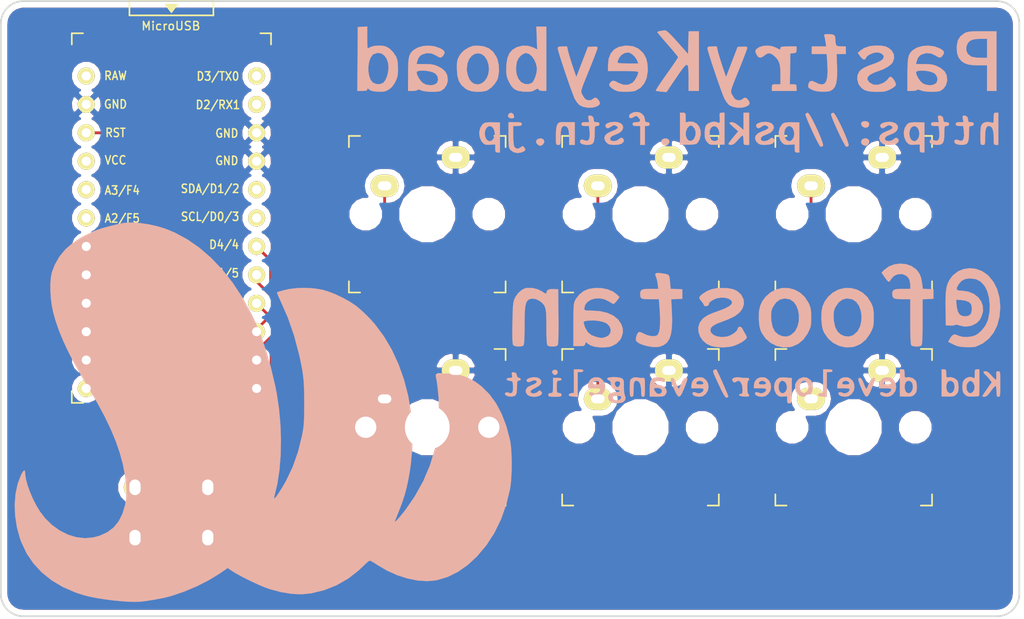
<source format=kicad_pcb>
(kicad_pcb (version 20171130) (host pcbnew "(5.0.0-3-g5ebb6b6)")

  (general
    (thickness 1.6)
    (drawings 9)
    (tracks 38)
    (zones 0)
    (modules 9)
    (nets 9)
  )

  (page A4)
  (title_block
    (title mkbd)
    (date 2019-04-18)
    (rev 0.1)
    (company foostan)
  )

  (layers
    (0 F.Cu signal)
    (31 B.Cu signal)
    (32 B.Adhes user)
    (33 F.Adhes user)
    (34 B.Paste user)
    (35 F.Paste user)
    (36 B.SilkS user)
    (37 F.SilkS user)
    (38 B.Mask user)
    (39 F.Mask user)
    (40 Dwgs.User user)
    (41 Cmts.User user)
    (42 Eco1.User user)
    (43 Eco2.User user)
    (44 Edge.Cuts user)
    (45 Margin user)
    (46 B.CrtYd user)
    (47 F.CrtYd user)
    (48 B.Fab user)
    (49 F.Fab user)
  )

  (setup
    (last_trace_width 0.25)
    (trace_clearance 0.2)
    (zone_clearance 0.508)
    (zone_45_only no)
    (trace_min 0.2)
    (segment_width 0.2)
    (edge_width 0.15)
    (via_size 0.8)
    (via_drill 0.4)
    (via_min_size 0.4)
    (via_min_drill 0.3)
    (uvia_size 0.3)
    (uvia_drill 0.1)
    (uvias_allowed no)
    (uvia_min_size 0.2)
    (uvia_min_drill 0.1)
    (pcb_text_width 0.3)
    (pcb_text_size 1.5 1.5)
    (mod_edge_width 0.15)
    (mod_text_size 1 1)
    (mod_text_width 0.15)
    (pad_size 1.524 1.524)
    (pad_drill 0.762)
    (pad_to_mask_clearance 0.2)
    (aux_axis_origin 0 0)
    (visible_elements FFFFFF7F)
    (pcbplotparams
      (layerselection 0x010f0_ffffffff)
      (usegerberextensions false)
      (usegerberattributes false)
      (usegerberadvancedattributes false)
      (creategerberjobfile false)
      (excludeedgelayer true)
      (linewidth 0.100000)
      (plotframeref false)
      (viasonmask false)
      (mode 1)
      (useauxorigin false)
      (hpglpennumber 1)
      (hpglpenspeed 20)
      (hpglpendiameter 15.000000)
      (psnegative false)
      (psa4output false)
      (plotreference true)
      (plotvalue true)
      (plotinvisibletext false)
      (padsonsilk false)
      (subtractmaskfromsilk false)
      (outputformat 1)
      (mirror false)
      (drillshape 0)
      (scaleselection 1)
      (outputdirectory "gerber/"))
  )

  (net 0 "")
  (net 1 /RESET)
  (net 2 GND)
  (net 3 /SW_1)
  (net 4 /SW_2)
  (net 5 /SW_3)
  (net 6 /SW_4)
  (net 7 /SW_5)
  (net 8 /SW_6)

  (net_class Default "これはデフォルトのネット クラスです。"
    (clearance 0.2)
    (trace_width 0.25)
    (via_dia 0.8)
    (via_drill 0.4)
    (uvia_dia 0.3)
    (uvia_drill 0.1)
    (add_net /RESET)
    (add_net /SW_1)
    (add_net /SW_2)
    (add_net /SW_3)
    (add_net /SW_4)
    (add_net /SW_5)
    (add_net /SW_6)
    (add_net GND)
  )

  (module kbd:ResetSW_4 (layer F.Cu) (tedit 5CBAB777) (tstamp 5CB645C3)
    (at 15.24 45.72)
    (path /5CB5EA0E)
    (fp_text reference RSW1 (at 0 2.55) (layer F.SilkS) hide
      (effects (font (size 1 1) (thickness 0.15)))
    )
    (fp_text value SW_Push (at 0.1 -4.1) (layer F.Fab)
      (effects (font (size 1 1) (thickness 0.15)))
    )
    (fp_text user RESET (at 0 0) (layer F.SilkS)
      (effects (font (size 0.75 0.75) (thickness 0.15)))
    )
    (fp_line (start -2.5 -0.75) (end 2.5 -0.75) (layer F.SilkS) (width 0.15))
    (fp_line (start -2.5 0.75) (end 2.5 0.75) (layer F.SilkS) (width 0.15))
    (pad 1 thru_hole circle (at 3.25 -2.25) (size 2 2) (drill oval 1 1.4) (layers *.Cu F.SilkS B.Mask)
      (net 1 /RESET))
    (pad 1 thru_hole circle (at -3.25 -2.25) (size 2 2) (drill oval 1 1.4) (layers *.Cu F.SilkS B.Mask)
      (net 1 /RESET))
    (pad 2 thru_hole circle (at -3.25 2.25) (size 2 2) (drill oval 1 1.4) (layers *.Cu F.SilkS B.Mask)
      (net 2 GND))
    (pad 2 thru_hole circle (at 3.25 2.25) (size 2 2) (drill oval 1 1.4) (layers *.Cu F.SilkS B.Mask)
      (net 2 GND))
  )

  (module mkbd:meishi (layer B.Cu) (tedit 0) (tstamp 5CB8907B)
    (at 45.4406 28.0924 180)
    (fp_text reference G*** (at 0 0 180) (layer B.SilkS) hide
      (effects (font (size 1.524 1.524) (thickness 0.3)) (justify mirror))
    )
    (fp_text value LOGO (at 0.75 0 180) (layer B.SilkS) hide
      (effects (font (size 1.524 1.524) (thickness 0.3)) (justify mirror))
    )
    (fp_poly (pts (xy -22.629751 24.084555) (xy -22.268717 23.957726) (xy -22.031587 23.771096) (xy -21.972649 23.653861)
      (xy -21.997314 23.499942) (xy -22.068435 23.334648) (xy -22.222821 23.107011) (xy -22.404974 23.037381)
      (xy -22.633208 23.123386) (xy -22.790774 23.241) (xy -23.036501 23.404702) (xy -23.255743 23.433173)
      (xy -23.492616 23.323308) (xy -23.673999 23.178823) (xy -23.902384 22.948088) (xy -24.058196 22.702295)
      (xy -24.15388 22.402984) (xy -24.201885 22.011689) (xy -24.214667 21.508053) (xy -24.214667 20.658666)
      (xy -23.833667 20.658666) (xy -23.599564 20.65234) (xy -23.488709 20.609467) (xy -23.455017 20.494203)
      (xy -23.452667 20.362333) (xy -23.452667 20.066) (xy -25.654 20.066) (xy -25.654 20.362333)
      (xy -25.641058 20.560471) (xy -25.567714 20.642094) (xy -25.38219 20.658615) (xy -25.35557 20.658666)
      (xy -25.057139 20.658666) (xy -25.080403 22.0345) (xy -25.103667 23.410333) (xy -25.378834 23.436864)
      (xy -25.565434 23.472225) (xy -25.640644 23.566472) (xy -25.654 23.754364) (xy -25.654 24.045333)
      (xy -24.934334 24.045333) (xy -24.583974 24.042001) (xy -24.369922 24.026983) (xy -24.259201 23.992745)
      (xy -24.218836 23.931752) (xy -24.214667 23.880909) (xy -24.204423 23.78894) (xy -24.148642 23.772282)
      (xy -24.009753 23.835249) (xy -23.854834 23.922222) (xy -23.471662 24.070853) (xy -23.047017 24.123614)
      (xy -22.629751 24.084555)) (layer B.SilkS) (width 0.01))
    (fp_poly (pts (xy -41.737055 25.398421) (xy -41.375749 25.390905) (xy -41.118279 25.373284) (xy -40.931899 25.341389)
      (xy -40.783864 25.291052) (xy -40.64143 25.218103) (xy -40.594956 25.191221) (xy -40.273819 24.935914)
      (xy -40.071596 24.603159) (xy -39.975255 24.165929) (xy -39.962667 23.880166) (xy -40.002477 23.409466)
      (xy -40.132901 23.047307) (xy -40.370433 22.749981) (xy -40.399123 22.723561) (xy -40.656877 22.546541)
      (xy -40.984598 22.430942) (xy -41.414937 22.368802) (xy -41.922635 22.352) (xy -42.672 22.352)
      (xy -42.672 20.066) (xy -43.518667 20.066) (xy -43.518667 24.722666) (xy -42.672 24.722666)
      (xy -42.672 23.029333) (xy -42.075129 23.029333) (xy -41.662809 23.051772) (xy -41.341223 23.113945)
      (xy -41.230973 23.15721) (xy -40.954255 23.382508) (xy -40.819696 23.684035) (xy -40.834092 24.036282)
      (xy -40.929984 24.287054) (xy -41.094407 24.500552) (xy -41.342257 24.636996) (xy -41.701937 24.707115)
      (xy -42.083318 24.722666) (xy -42.672 24.722666) (xy -43.518667 24.722666) (xy -43.518667 25.4)
      (xy -42.234939 25.4) (xy -41.737055 25.398421)) (layer B.SilkS) (width 0.01))
    (fp_poly (pts (xy 13.127146 25.806591) (xy 13.554293 25.781) (xy 13.571646 22.923498) (xy 13.589 20.065996)
      (xy 13.1445 20.065998) (xy 12.87697 20.076524) (xy 12.741147 20.115822) (xy 12.700279 20.195479)
      (xy 12.7 20.206122) (xy 12.68479 20.292126) (xy 12.61361 20.264056) (xy 12.523177 20.186223)
      (xy 12.359345 20.088634) (xy 12.106234 20.02947) (xy 11.740011 19.999864) (xy 11.39654 19.993692)
      (xy 11.156806 20.019919) (xy 10.956346 20.091345) (xy 10.77931 20.190629) (xy 10.49715 20.417445)
      (xy 10.268478 20.737177) (xy 10.186643 20.893032) (xy 10.063947 21.166964) (xy 9.992616 21.410693)
      (xy 9.960139 21.689093) (xy 9.954001 22.067041) (xy 9.954228 22.098) (xy 9.957347 22.183769)
      (xy 10.803778 22.183769) (xy 10.836946 21.776577) (xy 10.935114 21.377873) (xy 11.080751 21.038425)
      (xy 11.256329 20.809004) (xy 11.286562 20.785525) (xy 11.57911 20.674001) (xy 11.909349 20.685786)
      (xy 12.202178 20.817886) (xy 12.20779 20.822248) (xy 12.405866 21.070626) (xy 12.535727 21.42242)
      (xy 12.598789 21.83664) (xy 12.596467 22.272296) (xy 12.530178 22.688399) (xy 12.401336 23.043959)
      (xy 12.211358 23.297985) (xy 12.120097 23.361169) (xy 11.776232 23.466701) (xy 11.45727 23.419816)
      (xy 11.181999 23.237317) (xy 10.969206 22.93601) (xy 10.837679 22.532699) (xy 10.803778 22.183769)
      (xy 9.957347 22.183769) (xy 9.969539 22.519008) (xy 10.013512 22.825374) (xy 10.095397 23.070672)
      (xy 10.136974 23.156333) (xy 10.404107 23.554034) (xy 10.731892 23.868338) (xy 11.033345 24.039947)
      (xy 11.344605 24.108851) (xy 11.721969 24.125489) (xy 12.090871 24.091916) (xy 12.376744 24.010188)
      (xy 12.392177 24.002478) (xy 12.568384 23.9153) (xy 12.665381 23.876161) (xy 12.667344 23.876)
      (xy 12.680174 23.955106) (xy 12.690634 24.170192) (xy 12.697612 24.487909) (xy 12.7 24.854091)
      (xy 12.7 25.832182) (xy 13.127146 25.806591)) (layer B.SilkS) (width 0.01))
    (fp_poly (pts (xy 7.729045 24.080754) (xy 8.205766 23.942118) (xy 8.558996 23.72956) (xy 8.728224 23.571122)
      (xy 8.854839 23.402023) (xy 8.944857 23.195544) (xy 9.004296 22.924966) (xy 9.039174 22.56357)
      (xy 9.055508 22.084636) (xy 9.059333 21.508053) (xy 9.059333 20.066) (xy 8.643055 20.066)
      (xy 8.390061 20.084027) (xy 8.226727 20.130627) (xy 8.194825 20.161857) (xy 8.112797 20.202198)
      (xy 7.920303 20.132061) (xy 7.89564 20.119524) (xy 7.665047 20.049901) (xy 7.325898 20.004185)
      (xy 6.937534 19.984267) (xy 6.559297 19.992035) (xy 6.250526 20.029378) (xy 6.131427 20.063363)
      (xy 5.834142 20.268081) (xy 5.616037 20.584092) (xy 5.509236 20.960025) (xy 5.503649 21.067329)
      (xy 5.507588 21.09675) (xy 6.37425 21.09675) (xy 6.442582 20.840423) (xy 6.510513 20.752153)
      (xy 6.75719 20.614042) (xy 7.084966 20.574123) (xy 7.436752 20.63272) (xy 7.688422 20.745399)
      (xy 7.886408 20.924189) (xy 8.080461 21.189602) (xy 8.230188 21.476301) (xy 8.295196 21.718946)
      (xy 8.295473 21.727345) (xy 8.222781 21.821071) (xy 8.026996 21.872986) (xy 7.74834 21.886018)
      (xy 7.427038 21.863094) (xy 7.103312 21.807141) (xy 6.817387 21.721084) (xy 6.609485 21.607851)
      (xy 6.605228 21.604359) (xy 6.430679 21.371319) (xy 6.37425 21.09675) (xy 5.507588 21.09675)
      (xy 5.559332 21.483139) (xy 5.737527 21.815007) (xy 6.056075 22.088688) (xy 6.308456 22.229095)
      (xy 6.579549 22.349305) (xy 6.827728 22.421207) (xy 7.115386 22.456947) (xy 7.504914 22.468674)
      (xy 7.540272 22.468926) (xy 8.291306 22.473533) (xy 8.240274 22.687933) (xy 8.131445 23.006082)
      (xy 7.964607 23.213812) (xy 7.791027 23.32479) (xy 7.385668 23.444209) (xy 6.959784 23.414055)
      (xy 6.569721 23.241) (xy 6.316309 23.087374) (xy 6.143823 23.046443) (xy 6.006371 23.118696)
      (xy 5.898163 23.248147) (xy 5.793638 23.446751) (xy 5.818087 23.609254) (xy 5.984653 23.763763)
      (xy 6.195217 23.883423) (xy 6.675993 24.054516) (xy 7.203194 24.119256) (xy 7.729045 24.080754)) (layer B.SilkS) (width 0.01))
    (fp_poly (pts (xy 3.270364 24.09053) (xy 3.508935 24.008858) (xy 3.724921 23.903943) (xy 4.080652 23.679861)
      (xy 4.340814 23.403893) (xy 4.444588 23.247639) (xy 4.567766 23.031348) (xy 4.643257 22.840928)
      (xy 4.682532 22.62286) (xy 4.697065 22.323626) (xy 4.698677 22.062306) (xy 4.655896 21.447134)
      (xy 4.520338 20.957988) (xy 4.280324 20.572244) (xy 3.924175 20.267277) (xy 3.707539 20.142427)
      (xy 3.376543 20.035233) (xy 2.95778 19.985003) (xy 2.520594 19.992608) (xy 2.134332 20.058921)
      (xy 1.969029 20.12058) (xy 1.646567 20.342221) (xy 1.343839 20.656569) (xy 1.111951 21.004061)
      (xy 1.022106 21.224174) (xy 0.929339 21.795539) (xy 0.935917 21.985495) (xy 1.827229 21.985495)
      (xy 1.887865 21.568738) (xy 2.035759 21.207016) (xy 2.252442 20.919943) (xy 2.519446 20.727129)
      (xy 2.818303 20.648188) (xy 3.130544 20.702731) (xy 3.368913 20.8484) (xy 3.56369 21.095691)
      (xy 3.714471 21.449297) (xy 3.798344 21.847513) (xy 3.80814 22.031127) (xy 3.750312 22.524048)
      (xy 3.597234 22.915467) (xy 3.372762 23.200373) (xy 3.100753 23.373756) (xy 2.805063 23.430606)
      (xy 2.509549 23.365912) (xy 2.238068 23.174665) (xy 2.014477 22.851854) (xy 1.87232 22.437677)
      (xy 1.827229 21.985495) (xy 0.935917 21.985495) (xy 0.949642 22.381801) (xy 1.078367 22.920952)
      (xy 1.164166 23.11946) (xy 1.456968 23.567773) (xy 1.818692 23.871971) (xy 2.274091 24.048147)
      (xy 2.680664 24.105211) (xy 3.020281 24.117636) (xy 3.270364 24.09053)) (layer B.SilkS) (width 0.01))
    (fp_poly (pts (xy -2.476716 23.776983) (xy -2.130731 23.953491) (xy -1.674364 24.098918) (xy -1.1739 24.113368)
      (xy -0.693466 23.996101) (xy -0.635 23.970765) (xy -0.262968 23.742392) (xy 0.004331 23.436022)
      (xy 0.177348 23.030321) (xy 0.266535 22.503955) (xy 0.284447 22.094024) (xy 0.27987 21.705511)
      (xy 0.250017 21.421576) (xy 0.182672 21.17797) (xy 0.065621 20.910439) (xy 0.055451 20.889566)
      (xy -0.174914 20.493814) (xy -0.431997 20.232146) (xy -0.756707 20.078703) (xy -1.189951 20.007626)
      (xy -1.354667 19.998194) (xy -1.716165 19.993133) (xy -1.965172 20.018955) (xy -2.157109 20.084677)
      (xy -2.267375 20.146662) (xy -2.452915 20.250892) (xy -2.548228 20.260051) (xy -2.593934 20.193301)
      (xy -2.719851 20.096693) (xy -2.972392 20.066) (xy -3.302 20.066) (xy -3.302 22.007534)
      (xy -2.454862 22.007534) (xy -2.420869 21.710829) (xy -2.331887 21.380196) (xy -2.209106 21.073792)
      (xy -2.073715 20.849772) (xy -2.01082 20.788828) (xy -1.709807 20.673264) (xy -1.373066 20.690918)
      (xy -1.064649 20.838194) (xy -1.059492 20.842215) (xy -0.802244 21.146836) (xy -0.642842 21.559422)
      (xy -0.588409 22.044962) (xy -0.646066 22.568441) (xy -0.680283 22.706391) (xy -0.821234 22.997111)
      (xy -1.047083 23.247062) (xy -1.309194 23.411784) (xy -1.49663 23.452666) (xy -1.753449 23.374424)
      (xy -2.001485 23.163995) (xy -2.21657 22.857824) (xy -2.374538 22.492358) (xy -2.451223 22.104044)
      (xy -2.454862 22.007534) (xy -3.302 22.007534) (xy -3.302 25.823333) (xy -2.403756 25.823333)
      (xy -2.476716 23.776983)) (layer B.SilkS) (width 0.01))
    (fp_poly (pts (xy -10.286369 24.108957) (xy -9.757364 23.998863) (xy -9.34257 23.764409) (xy -9.044364 23.408385)
      (xy -8.865122 22.93358) (xy -8.807193 22.373166) (xy -8.805334 21.844) (xy -10.16 21.844)
      (xy -10.696582 21.840692) (xy -11.082046 21.829824) (xy -11.3345 21.809979) (xy -11.472048 21.779742)
      (xy -11.512808 21.738166) (xy -11.459328 21.520013) (xy -11.330526 21.24557) (xy -11.165051 20.983786)
      (xy -11.001554 20.803606) (xy -10.980384 20.788397) (xy -10.593324 20.618217) (xy -10.195886 20.613687)
      (xy -9.775069 20.774666) (xy -9.77366 20.775452) (xy -9.488034 20.924398) (xy -9.29882 20.983147)
      (xy -9.16093 20.954521) (xy -9.029279 20.841338) (xy -9.012515 20.823044) (xy -8.916105 20.652481)
      (xy -8.957711 20.487305) (xy -9.147007 20.30962) (xy -9.363785 20.173226) (xy -9.57913 20.070764)
      (xy -9.814451 20.013176) (xy -10.127023 19.989942) (xy -10.371667 19.988093) (xy -10.720368 19.999802)
      (xy -11.024742 20.027143) (xy -11.227398 20.064628) (xy -11.248377 20.071922) (xy -11.703974 20.33966)
      (xy -12.044301 20.727046) (xy -12.263924 21.224849) (xy -12.35741 21.823841) (xy -12.360507 21.961177)
      (xy -12.329033 22.517943) (xy -12.328228 22.521333) (xy -11.510476 22.521333) (xy -10.581238 22.521333)
      (xy -10.106641 22.529763) (xy -9.799742 22.555029) (xy -9.660888 22.597096) (xy -9.652 22.614371)
      (xy -9.685986 22.746294) (xy -9.770054 22.954893) (xy -9.79359 23.005787) (xy -9.994491 23.269435)
      (xy -10.277246 23.44617) (xy -10.584676 23.505532) (xy -10.701769 23.489584) (xy -10.943404 23.363173)
      (xy -11.18694 23.132712) (xy -11.377872 22.853814) (xy -11.422519 22.754166) (xy -11.510476 22.521333)
      (xy -12.328228 22.521333) (xy -12.223671 22.961411) (xy -12.030687 23.336572) (xy -11.881177 23.531315)
      (xy -11.500597 23.865924) (xy -11.044912 24.059911) (xy -10.498598 24.1189) (xy -10.286369 24.108957)) (layer B.SilkS) (width 0.01))
    (fp_poly (pts (xy -13.693121 25.467933) (xy -13.461001 25.427765) (xy -13.280066 25.37574) (xy -13.209602 25.325916)
      (xy -13.263236 25.247764) (xy -13.410659 25.065059) (xy -13.633331 24.799961) (xy -13.912713 24.474628)
      (xy -14.139334 24.214666) (xy -14.448533 23.857877) (xy -14.714274 23.543195) (xy -14.917944 23.293315)
      (xy -15.040929 23.130934) (xy -15.069066 23.081043) (xy -15.022397 22.992486) (xy -14.891114 22.788223)
      (xy -14.689801 22.489782) (xy -14.433042 22.118691) (xy -14.135423 21.696479) (xy -14.046746 21.57202)
      (xy -13.743427 21.141769) (xy -13.480617 20.758316) (xy -13.272075 20.442636) (xy -13.131564 20.215707)
      (xy -13.072844 20.098506) (xy -13.073177 20.087934) (xy -13.179536 20.053297) (xy -13.398667 20.018366)
      (xy -13.578084 19.999887) (xy -14.032639 19.962191) (xy -14.906289 21.250424) (xy -15.252602 21.755897)
      (xy -15.517048 22.118786) (xy -15.710652 22.338085) (xy -15.844441 22.412787) (xy -15.92944 22.341888)
      (xy -15.976675 22.124382) (xy -15.997172 21.759262) (xy -16.001956 21.245524) (xy -16.002 21.150484)
      (xy -16.002 20.066) (xy -16.933334 20.066) (xy -16.933334 25.4) (xy -16.007212 25.4)
      (xy -15.98344 24.387043) (xy -15.959667 23.374087) (xy -15.028334 24.427773) (xy -14.614408 24.884622)
      (xy -14.296241 25.209645) (xy -14.069117 25.407322) (xy -13.928322 25.482131) (xy -13.917084 25.483063)
      (xy -13.693121 25.467933)) (layer B.SilkS) (width 0.01))
    (fp_poly (pts (xy -28.207878 25.135923) (xy -28.127962 25.088785) (xy -28.137379 24.975908) (xy -28.142939 24.9555)
      (xy -28.189489 24.7491) (xy -28.238328 24.47497) (xy -28.248989 24.405166) (xy -28.301684 24.045333)
      (xy -27.008667 24.045333) (xy -27.008667 23.368) (xy -28.346629 23.368) (xy -28.406169 22.415096)
      (xy -28.426057 21.762295) (xy -28.391384 21.264955) (xy -28.297969 20.91687) (xy -28.141631 20.711836)
      (xy -27.918189 20.643647) (xy -27.623462 20.7061) (xy -27.344602 20.839709) (xy -27.063712 20.960942)
      (xy -26.872843 20.947201) (xy -26.752582 20.792733) (xy -26.710845 20.651888) (xy -26.690183 20.473952)
      (xy -26.741179 20.345759) (xy -26.892721 20.235653) (xy -27.173697 20.111979) (xy -27.220334 20.093608)
      (xy -27.468557 20.034922) (xy -27.805607 20.001985) (xy -28.164864 19.996287) (xy -28.479703 20.019321)
      (xy -28.659667 20.061373) (xy -28.899107 20.205514) (xy -29.076132 20.427322) (xy -29.195974 20.745342)
      (xy -29.263869 21.178117) (xy -29.28505 21.744192) (xy -29.274502 22.239777) (xy -29.231451 23.368)
      (xy -30.056667 23.368) (xy -30.056667 24.045333) (xy -29.642392 24.045333) (xy -29.377814 24.060701)
      (xy -29.222608 24.130083) (xy -29.148212 24.288392) (xy -29.126063 24.570545) (xy -29.125334 24.677383)
      (xy -29.105657 24.906314) (xy -29.025166 25.046087) (xy -28.851668 25.117946) (xy -28.552971 25.143135)
      (xy -28.416959 25.144844) (xy -28.207878 25.135923)) (layer B.SilkS) (width 0.01))
    (fp_poly (pts (xy -32.180585 24.073161) (xy -31.685197 23.899271) (xy -31.395632 23.705508) (xy -31.119955 23.475363)
      (xy -31.329144 23.16826) (xy -31.51979 22.949555) (xy -31.688711 22.868086) (xy -31.814802 22.929323)
      (xy -31.85957 23.030752) (xy -31.973416 23.18401) (xy -32.200175 23.330569) (xy -32.484299 23.446563)
      (xy -32.77024 23.508126) (xy -32.958739 23.503019) (xy -33.267312 23.394086) (xy -33.423771 23.22321)
      (xy -33.443334 23.116755) (xy -33.38315 22.93931) (xy -33.192989 22.772585) (xy -32.85844 22.606543)
      (xy -32.542515 22.489378) (xy -32.06001 22.314068) (xy -31.710385 22.157225) (xy -31.461065 22.001281)
      (xy -31.279476 21.828665) (xy -31.249476 21.79194) (xy -31.102257 21.478057) (xy -31.077518 21.105121)
      (xy -31.174542 20.730254) (xy -31.264855 20.565354) (xy -31.48292 20.306703) (xy -31.751901 20.132132)
      (xy -32.10494 20.029152) (xy -32.575181 19.985274) (xy -32.814318 19.981465) (xy -33.210385 19.988133)
      (xy -33.495854 20.015684) (xy -33.729178 20.075198) (xy -33.968809 20.177755) (xy -34.041985 20.214166)
      (xy -34.29138 20.361436) (xy -34.46922 20.505846) (xy -34.529208 20.596027) (xy -34.503269 20.775135)
      (xy -34.39904 20.994379) (xy -34.254306 21.19551) (xy -34.106855 21.320283) (xy -34.049172 21.336)
      (xy -33.908681 21.26625) (xy -33.823244 21.1455) (xy -33.701301 20.999259) (xy -33.482621 20.836913)
      (xy -33.336843 20.7552) (xy -32.910041 20.614311) (xy -32.52519 20.631616) (xy -32.193052 20.806124)
      (xy -32.127026 20.86661) (xy -31.984035 21.086776) (xy -32.006961 21.296604) (xy -32.196664 21.497079)
      (xy -32.554002 21.689187) (xy -32.977667 21.842721) (xy -33.41435 22.011377) (xy -33.801178 22.219337)
      (xy -34.095931 22.441018) (xy -34.232477 22.603085) (xy -34.371588 22.979398) (xy -34.346255 23.342328)
      (xy -34.159118 23.67139) (xy -34.084925 23.748268) (xy -33.841705 23.937581) (xy -33.568199 24.055168)
      (xy -33.21785 24.114714) (xy -32.786407 24.13) (xy -32.180585 24.073161)) (layer B.SilkS) (width 0.01))
    (fp_poly (pts (xy -36.890289 24.080754) (xy -36.413567 23.942118) (xy -36.060338 23.72956) (xy -35.891109 23.571122)
      (xy -35.764495 23.402023) (xy -35.674477 23.195544) (xy -35.615038 22.924966) (xy -35.58016 22.56357)
      (xy -35.563825 22.084636) (xy -35.56 21.508053) (xy -35.56 20.066) (xy -35.976278 20.066)
      (xy -36.229272 20.084027) (xy -36.392607 20.130627) (xy -36.424509 20.161857) (xy -36.506537 20.202198)
      (xy -36.69903 20.132061) (xy -36.723693 20.119524) (xy -36.954287 20.049901) (xy -37.293436 20.004185)
      (xy -37.681799 19.984267) (xy -38.060036 19.992035) (xy -38.368807 20.029378) (xy -38.487906 20.063363)
      (xy -38.785192 20.268081) (xy -39.003296 20.584092) (xy -39.110097 20.960025) (xy -39.115684 21.067329)
      (xy -39.111745 21.09675) (xy -38.245084 21.09675) (xy -38.176752 20.840423) (xy -38.10882 20.752153)
      (xy -37.862143 20.614042) (xy -37.534367 20.574123) (xy -37.182582 20.63272) (xy -36.930911 20.745399)
      (xy -36.732926 20.924189) (xy -36.538873 21.189602) (xy -36.389146 21.476301) (xy -36.324138 21.718946)
      (xy -36.32386 21.727345) (xy -36.396552 21.821071) (xy -36.592338 21.872986) (xy -36.870993 21.886018)
      (xy -37.192295 21.863094) (xy -37.516021 21.807141) (xy -37.801946 21.721084) (xy -38.009848 21.607851)
      (xy -38.014106 21.604359) (xy -38.188654 21.371319) (xy -38.245084 21.09675) (xy -39.111745 21.09675)
      (xy -39.060002 21.483139) (xy -38.881807 21.815007) (xy -38.563258 22.088688) (xy -38.310877 22.229095)
      (xy -38.039785 22.349305) (xy -37.791605 22.421207) (xy -37.503947 22.456947) (xy -37.11442 22.468674)
      (xy -37.079061 22.468926) (xy -36.328027 22.473533) (xy -36.379059 22.687933) (xy -36.487888 23.006082)
      (xy -36.654727 23.213812) (xy -36.828306 23.32479) (xy -37.233666 23.444209) (xy -37.659549 23.414055)
      (xy -38.049612 23.241) (xy -38.303025 23.087374) (xy -38.47551 23.046443) (xy -38.612962 23.118696)
      (xy -38.721171 23.248147) (xy -38.825696 23.446751) (xy -38.801246 23.609254) (xy -38.63468 23.763763)
      (xy -38.424116 23.883423) (xy -37.943341 24.054516) (xy -37.416139 24.119256) (xy -36.890289 24.080754)) (layer B.SilkS) (width 0.01))
    (fp_poly (pts (xy -4.485081 24.037552) (xy -4.361701 24.000642) (xy -4.320929 23.914251) (xy -4.318 23.849435)
      (xy -4.345258 23.713253) (xy -4.421044 23.444331) (xy -4.53638 23.069197) (xy -4.682284 22.61438)
      (xy -4.849777 22.106409) (xy -5.02988 21.571812) (xy -5.213612 21.037117) (xy -5.391993 20.528854)
      (xy -5.556044 20.073551) (xy -5.696785 19.697737) (xy -5.805236 19.427939) (xy -5.842959 19.344352)
      (xy -6.010104 19.073827) (xy -6.213553 18.841445) (xy -6.28823 18.779696) (xy -6.596244 18.639882)
      (xy -6.989391 18.568042) (xy -7.395246 18.570111) (xy -7.741386 18.652021) (xy -7.758003 18.6593)
      (xy -7.997001 18.793738) (xy -8.086113 18.934128) (xy -8.041467 19.11979) (xy -7.987635 19.219159)
      (xy -7.811712 19.419981) (xy -7.625559 19.463153) (xy -7.450667 19.346333) (xy -7.266482 19.240372)
      (xy -7.025348 19.232236) (xy -6.806789 19.319506) (xy -6.754333 19.3675) (xy -6.624604 19.547866)
      (xy -6.491993 19.777289) (xy -6.489345 19.782501) (xy -6.44837 19.870318) (xy -6.425559 19.958352)
      (xy -6.427135 20.067846) (xy -6.45932 20.220039) (xy -6.528336 20.436174) (xy -6.640406 20.73749)
      (xy -6.801751 21.145229) (xy -7.018595 21.680633) (xy -7.114135 21.915332) (xy -7.328209 22.446577)
      (xy -7.518941 22.930523) (xy -7.67738 23.343585) (xy -7.794579 23.662176) (xy -7.861585 23.862714)
      (xy -7.874 23.917755) (xy -7.842773 23.998361) (xy -7.723926 24.032772) (xy -7.479713 24.030688)
      (xy -7.442638 24.028591) (xy -7.011275 24.003) (xy -5.976543 21.316098) (xy -5.652016 22.278549)
      (xy -5.513629 22.700906) (xy -5.387572 23.10713) (xy -5.28916 23.44661) (xy -5.239062 23.643167)
      (xy -5.150636 24.045333) (xy -4.734318 24.045333) (xy -4.485081 24.037552)) (layer B.SilkS) (width 0.01))
    (fp_poly (pts (xy -17.862415 24.037552) (xy -17.739034 24.000642) (xy -17.698262 23.914251) (xy -17.695334 23.849435)
      (xy -17.722591 23.713253) (xy -17.798378 23.444331) (xy -17.913713 23.069197) (xy -18.059617 22.61438)
      (xy -18.22711 22.106409) (xy -18.407213 21.571812) (xy -18.590945 21.037117) (xy -18.769326 20.528854)
      (xy -18.933378 20.073551) (xy -19.074119 19.697737) (xy -19.18257 19.427939) (xy -19.220293 19.344352)
      (xy -19.387437 19.073827) (xy -19.590887 18.841445) (xy -19.665564 18.779696) (xy -19.973577 18.639882)
      (xy -20.366724 18.568042) (xy -20.77258 18.570111) (xy -21.118719 18.652021) (xy -21.135336 18.6593)
      (xy -21.374334 18.793738) (xy -21.463446 18.934128) (xy -21.4188 19.11979) (xy -21.364968 19.219159)
      (xy -21.189045 19.419981) (xy -21.002893 19.463153) (xy -20.828 19.346333) (xy -20.643816 19.240372)
      (xy -20.402681 19.232236) (xy -20.184122 19.319506) (xy -20.131666 19.3675) (xy -20.001937 19.547866)
      (xy -19.869327 19.777289) (xy -19.866678 19.782501) (xy -19.825703 19.870318) (xy -19.802892 19.958352)
      (xy -19.804468 20.067846) (xy -19.836653 20.220039) (xy -19.905669 20.436174) (xy -20.017739 20.73749)
      (xy -20.179084 21.145229) (xy -20.395928 21.680633) (xy -20.491468 21.915332) (xy -20.705542 22.446577)
      (xy -20.896274 22.930523) (xy -21.054714 23.343585) (xy -21.171912 23.662176) (xy -21.238919 23.862714)
      (xy -21.251334 23.917755) (xy -21.220107 23.998361) (xy -21.10126 24.032772) (xy -20.857046 24.030688)
      (xy -20.819971 24.028591) (xy -20.388608 24.003) (xy -19.353876 21.316098) (xy -19.029349 22.278549)
      (xy -18.890963 22.700906) (xy -18.764906 23.10713) (xy -18.666493 23.44661) (xy -18.616395 23.643167)
      (xy -18.527969 24.045333) (xy -18.111651 24.045333) (xy -17.862415 24.037552)) (layer B.SilkS) (width 0.01))
    (fp_poly (pts (xy 0.015539 18.060501) (xy 0.072369 18.006484) (xy 0.1398 17.830913) (xy 0.063829 17.686623)
      (xy -0.129823 17.613324) (xy -0.184016 17.610666) (xy -0.359281 17.629598) (xy -0.414316 17.719523)
      (xy -0.407791 17.8435) (xy -0.322913 18.032283) (xy -0.162141 18.11129) (xy 0.015539 18.060501)) (layer B.SilkS) (width 0.01))
    (fp_poly (pts (xy -31.611029 17.347541) (xy -31.460156 17.258285) (xy -31.437535 17.218158) (xy -31.436418 17.027212)
      (xy -31.553156 16.873885) (xy -31.736628 16.784801) (xy -31.935713 16.786584) (xy -32.081743 16.882656)
      (xy -32.144735 17.061945) (xy -32.13229 17.18327) (xy -32.017851 17.30648) (xy -31.820512 17.362422)
      (xy -31.611029 17.347541)) (layer B.SilkS) (width 0.01))
    (fp_poly (pts (xy -4.480609 17.259337) (xy -4.322249 17.147828) (xy -4.220354 16.930886) (xy -4.165608 16.58826)
      (xy -4.148689 16.099701) (xy -4.148667 16.077287) (xy -4.149993 15.695609) (xy -4.15921 15.452177)
      (xy -4.184178 15.3159) (xy -4.232755 15.255692) (xy -4.312801 15.240462) (xy -4.360334 15.24)
      (xy -4.464975 15.247133) (xy -4.527796 15.291472) (xy -4.559464 15.407426) (xy -4.570642 15.629405)
      (xy -4.572 15.922899) (xy -4.588679 16.382634) (xy -4.642382 16.692918) (xy -4.738613 16.870674)
      (xy -4.882872 16.932825) (xy -4.900524 16.933333) (xy -5.097186 16.883239) (xy -5.230052 16.721678)
      (xy -5.306444 16.43173) (xy -5.333686 15.996476) (xy -5.334 15.931833) (xy -5.334 15.24)
      (xy -5.842 15.24) (xy -5.842 17.272014) (xy -5.3975 17.274299) (xy -5.086309 17.277419)
      (xy -4.804163 17.282724) (xy -4.704755 17.285663) (xy -4.480609 17.259337)) (layer B.SilkS) (width 0.01))
    (fp_poly (pts (xy -7.055818 17.828739) (xy -7.04454 17.694265) (xy -7.064081 17.568333) (xy -7.119674 17.272)
      (xy -6.77717 17.272) (xy -6.554073 17.258136) (xy -6.45479 17.20195) (xy -6.434667 17.102666)
      (xy -6.463658 16.991096) (xy -6.580318 16.942343) (xy -6.767242 16.933333) (xy -7.099816 16.933333)
      (xy -7.158822 16.461061) (xy -7.17726 16.06985) (xy -7.127361 15.785908) (xy -7.015735 15.627748)
      (xy -6.855602 15.611752) (xy -6.630774 15.681444) (xy -6.53101 15.712488) (xy -6.374629 15.696367)
      (xy -6.314735 15.608888) (xy -6.321246 15.438422) (xy -6.476345 15.31526) (xy -6.763559 15.248905)
      (xy -6.954049 15.24) (xy -7.229264 15.258767) (xy -7.397062 15.328954) (xy -7.4882 15.428172)
      (xy -7.569426 15.629058) (xy -7.611672 15.956248) (xy -7.62 16.274839) (xy -7.622416 16.605057)
      (xy -7.637172 16.80098) (xy -7.675528 16.897643) (xy -7.748747 16.930079) (xy -7.831667 16.933333)
      (xy -7.997648 16.97302) (xy -8.043334 17.102666) (xy -8.003418 17.226613) (xy -7.854901 17.270253)
      (xy -7.789334 17.272) (xy -7.60919 17.293273) (xy -7.542844 17.391574) (xy -7.535334 17.516941)
      (xy -7.477888 17.738746) (xy -7.298519 17.848602) (xy -7.137987 17.864666) (xy -7.055818 17.828739)) (layer B.SilkS) (width 0.01))
    (fp_poly (pts (xy -9.036411 17.272691) (xy -8.763976 17.187088) (xy -8.601194 17.062776) (xy -8.568365 16.914778)
      (xy -8.673343 16.768142) (xy -8.786931 16.720854) (xy -8.935041 16.776494) (xy -9.052391 16.856921)
      (xy -9.244276 16.97744) (xy -9.393654 16.994656) (xy -9.531665 16.945702) (xy -9.675114 16.836998)
      (xy -9.649834 16.718371) (xy -9.455722 16.589699) (xy -9.13753 16.465517) (xy -8.768593 16.293384)
      (xy -8.545928 16.078759) (xy -8.476052 15.83597) (xy -8.565487 15.579349) (xy -8.674485 15.447818)
      (xy -8.829268 15.323923) (xy -9.01391 15.260963) (xy -9.290283 15.240591) (xy -9.375313 15.24)
      (xy -9.751018 15.268296) (xy -10.016142 15.347527) (xy -10.056495 15.371801) (xy -10.219381 15.545908)
      (xy -10.213864 15.719793) (xy -10.115185 15.834726) (xy -10.000163 15.890318) (xy -9.873806 15.831941)
      (xy -9.792228 15.760427) (xy -9.587896 15.636149) (xy -9.349926 15.581301) (xy -9.137429 15.599913)
      (xy -9.009517 15.696015) (xy -9.004871 15.706745) (xy -9.014351 15.888035) (xy -9.191159 16.044702)
      (xy -9.486514 16.162483) (xy -9.847572 16.325112) (xy -10.072684 16.536069) (xy -10.1641 16.766256)
      (xy -10.124069 16.986574) (xy -9.954842 17.167925) (xy -9.65867 17.281211) (xy -9.3982 17.304564)
      (xy -9.036411 17.272691)) (layer B.SilkS) (width 0.01))
    (fp_poly (pts (xy -11.039325 18.136696) (xy -10.830648 18.031793) (xy -10.701333 17.896026) (xy -10.686709 17.750508)
      (xy -10.734234 17.679899) (xy -10.841405 17.625059) (xy -10.995229 17.670952) (xy -11.089155 17.722912)
      (xy -11.265418 17.815665) (xy -11.376011 17.813392) (xy -11.498371 17.711591) (xy -11.511658 17.698342)
      (xy -11.667173 17.495614) (xy -11.666032 17.356778) (xy -11.508934 17.283626) (xy -11.345334 17.272)
      (xy -11.123766 17.2578) (xy -11.025841 17.200405) (xy -11.006667 17.102666) (xy -11.035067 16.991882)
      (xy -11.149856 16.94292) (xy -11.345334 16.933333) (xy -11.684 16.933333) (xy -11.684 15.24)
      (xy -12.107334 15.24) (xy -12.107334 16.933333) (xy -12.319 16.933333) (xy -12.484982 16.97302)
      (xy -12.530667 17.102666) (xy -12.481058 17.235451) (xy -12.319 17.272) (xy -12.167728 17.299337)
      (xy -12.112389 17.415545) (xy -12.107334 17.526) (xy -12.029138 17.814617) (xy -11.81932 18.046366)
      (xy -11.553447 18.169457) (xy -11.292034 18.189622) (xy -11.039325 18.136696)) (layer B.SilkS) (width 0.01))
    (fp_poly (pts (xy -15.24 15.261906) (xy -15.896167 15.254923) (xy -16.232239 15.262714) (xy -16.516506 15.28971)
      (xy -16.694359 15.330376) (xy -16.708434 15.337284) (xy -16.846092 15.473932) (xy -16.97326 15.68781)
      (xy -16.9836 15.711594) (xy -17.094008 16.13494) (xy -17.083911 16.396105) (xy -16.63464 16.396105)
      (xy -16.61387 16.071523) (xy -16.483127 15.777382) (xy -16.443173 15.726833) (xy -16.241815 15.59376)
      (xy -16.03337 15.622808) (xy -15.879801 15.766839) (xy -15.758908 16.071283) (xy -15.761965 16.411684)
      (xy -15.883522 16.719667) (xy -15.963561 16.817924) (xy -16.118911 16.955175) (xy -16.23183 16.979513)
      (xy -16.361679 16.91227) (xy -16.549291 16.695048) (xy -16.63464 16.396105) (xy -17.083911 16.396105)
      (xy -17.07865 16.532154) (xy -16.953516 16.876497) (xy -16.734597 17.141232) (xy -16.437883 17.299618)
      (xy -16.079364 17.32492) (xy -16.024048 17.316114) (xy -15.748 17.264327) (xy -15.748 17.691497)
      (xy -15.742586 17.943542) (xy -15.709103 18.069757) (xy -15.621693 18.11363) (xy -15.494 18.118666)
      (xy -15.24 18.118666) (xy -15.24 15.261906)) (layer B.SilkS) (width 0.01))
    (fp_poly (pts (xy -18.854027 18.110611) (xy -18.787989 18.05826) (xy -18.77022 17.920225) (xy -18.782552 17.655002)
      (xy -18.78267 17.653115) (xy -18.793939 17.370673) (xy -18.770363 17.230351) (xy -18.693545 17.205737)
      (xy -18.54509 17.270417) (xy -18.523949 17.281661) (xy -18.290106 17.325453) (xy -18.003562 17.273799)
      (xy -17.734546 17.147712) (xy -17.571397 16.99668) (xy -17.483041 16.762095) (xy -17.443081 16.395354)
      (xy -17.441334 16.28599) (xy -17.453671 15.964865) (xy -17.502769 15.747049) (xy -17.606759 15.567545)
      (xy -17.660413 15.500631) (xy -17.778451 15.370578) (xy -17.892511 15.294051) (xy -18.049313 15.258034)
      (xy -18.295579 15.249513) (xy -18.549413 15.253001) (xy -19.219334 15.265732) (xy -19.219334 16.24688)
      (xy -18.762569 16.24688) (xy -18.730008 15.944797) (xy -18.60524 15.685281) (xy -18.604626 15.6845)
      (xy -18.438878 15.592083) (xy -18.222866 15.596912) (xy -18.042652 15.695787) (xy -18.033962 15.705713)
      (xy -17.958258 15.867284) (xy -17.898868 16.114229) (xy -17.887857 16.193543) (xy -17.900326 16.527551)
      (xy -18.008413 16.772889) (xy -18.1932 16.903017) (xy -18.394137 16.903802) (xy -18.58592 16.776855)
      (xy -18.711635 16.541057) (xy -18.762569 16.24688) (xy -19.219334 16.24688) (xy -19.219334 18.118666)
      (xy -18.9865 18.118782) (xy -18.854027 18.110611)) (layer B.SilkS) (width 0.01))
    (fp_poly (pts (xy -20.912667 16.580275) (xy -20.519747 16.926138) (xy -20.187645 17.173125) (xy -19.921312 17.270165)
      (xy -19.884747 17.272) (xy -19.711524 17.254136) (xy -19.642667 17.213081) (xy -19.701458 17.130581)
      (xy -19.85456 16.974537) (xy -20.039454 16.805008) (xy -20.43624 16.455854) (xy -19.99712 15.928198)
      (xy -19.792568 15.673103) (xy -19.638815 15.463644) (xy -19.562102 15.336151) (xy -19.558 15.320271)
      (xy -19.631278 15.262739) (xy -19.798747 15.24) (xy -19.971598 15.275997) (xy -20.15292 15.401944)
      (xy -20.380743 15.644777) (xy -20.396454 15.663333) (xy -20.590753 15.880322) (xy -20.749109 16.033004)
      (xy -20.83304 16.086666) (xy -20.878465 16.010511) (xy -20.907296 15.815797) (xy -20.912667 15.663333)
      (xy -20.918216 15.41273) (xy -20.952337 15.287764) (xy -21.041236 15.244753) (xy -21.166667 15.24)
      (xy -21.420667 15.24) (xy -21.420667 18.118666) (xy -20.912667 18.118666) (xy -20.912667 16.580275)) (layer B.SilkS) (width 0.01))
    (fp_poly (pts (xy -22.498411 17.272691) (xy -22.225976 17.187088) (xy -22.063194 17.062776) (xy -22.030365 16.914778)
      (xy -22.135343 16.768142) (xy -22.248931 16.720854) (xy -22.397041 16.776494) (xy -22.514391 16.856921)
      (xy -22.706276 16.97744) (xy -22.855654 16.994656) (xy -22.993665 16.945702) (xy -23.137114 16.836998)
      (xy -23.111834 16.718371) (xy -22.917722 16.589699) (xy -22.59953 16.465517) (xy -22.230593 16.293384)
      (xy -22.007928 16.078759) (xy -21.938052 15.83597) (xy -22.027487 15.579349) (xy -22.136485 15.447818)
      (xy -22.291268 15.323923) (xy -22.47591 15.260963) (xy -22.752283 15.240591) (xy -22.837313 15.24)
      (xy -23.213018 15.268296) (xy -23.478142 15.347527) (xy -23.518495 15.371801) (xy -23.681381 15.545908)
      (xy -23.675864 15.719793) (xy -23.577185 15.834726) (xy -23.462163 15.890318) (xy -23.335806 15.831941)
      (xy -23.254228 15.760427) (xy -23.049896 15.636149) (xy -22.811926 15.581301) (xy -22.599429 15.599913)
      (xy -22.471517 15.696015) (xy -22.466871 15.706745) (xy -22.476351 15.888035) (xy -22.653159 16.044702)
      (xy -22.948514 16.162483) (xy -23.309572 16.325112) (xy -23.534684 16.536069) (xy -23.6261 16.766256)
      (xy -23.586069 16.986574) (xy -23.416842 17.167925) (xy -23.12067 17.281211) (xy -22.8602 17.304564)
      (xy -22.498411 17.272691)) (layer B.SilkS) (width 0.01))
    (fp_poly (pts (xy -33.589744 17.272691) (xy -33.317309 17.187088) (xy -33.154528 17.062776) (xy -33.121699 16.914778)
      (xy -33.226676 16.768142) (xy -33.340265 16.720854) (xy -33.488374 16.776494) (xy -33.605725 16.856921)
      (xy -33.797609 16.97744) (xy -33.946987 16.994656) (xy -34.084998 16.945702) (xy -34.228447 16.836998)
      (xy -34.203167 16.718371) (xy -34.009056 16.589699) (xy -33.690863 16.465517) (xy -33.321927 16.293384)
      (xy -33.099261 16.078759) (xy -33.029386 15.83597) (xy -33.118821 15.579349) (xy -33.227819 15.447818)
      (xy -33.382602 15.323923) (xy -33.567243 15.260963) (xy -33.843616 15.240591) (xy -33.928646 15.24)
      (xy -34.304351 15.268296) (xy -34.569475 15.347527) (xy -34.609828 15.371801) (xy -34.772714 15.545908)
      (xy -34.767197 15.719793) (xy -34.668518 15.834726) (xy -34.553497 15.890318) (xy -34.427139 15.831941)
      (xy -34.345562 15.760427) (xy -34.141229 15.636149) (xy -33.903259 15.581301) (xy -33.690762 15.599913)
      (xy -33.56285 15.696015) (xy -33.558204 15.706745) (xy -33.567685 15.888035) (xy -33.744493 16.044702)
      (xy -34.039848 16.162483) (xy -34.400906 16.325112) (xy -34.626017 16.536069) (xy -34.717433 16.766256)
      (xy -34.677402 16.986574) (xy -34.508176 17.167925) (xy -34.212003 17.281211) (xy -33.951533 17.304564)
      (xy -33.589744 17.272691)) (layer B.SilkS) (width 0.01))
    (fp_poly (pts (xy -38.297818 17.828739) (xy -38.28654 17.694265) (xy -38.306081 17.568333) (xy -38.361674 17.272)
      (xy -38.01917 17.272) (xy -37.796073 17.258136) (xy -37.69679 17.20195) (xy -37.676667 17.102666)
      (xy -37.705658 16.991096) (xy -37.822318 16.942343) (xy -38.009242 16.933333) (xy -38.341816 16.933333)
      (xy -38.400822 16.461061) (xy -38.41926 16.06985) (xy -38.369361 15.785908) (xy -38.257735 15.627748)
      (xy -38.097602 15.611752) (xy -37.872774 15.681444) (xy -37.77301 15.712488) (xy -37.616629 15.696367)
      (xy -37.556735 15.608888) (xy -37.563246 15.438422) (xy -37.718345 15.31526) (xy -38.005559 15.248905)
      (xy -38.196049 15.24) (xy -38.471264 15.258767) (xy -38.639062 15.328954) (xy -38.7302 15.428172)
      (xy -38.811426 15.629058) (xy -38.853672 15.956248) (xy -38.862 16.274839) (xy -38.864416 16.605057)
      (xy -38.879172 16.80098) (xy -38.917528 16.897643) (xy -38.990747 16.930079) (xy -39.073667 16.933333)
      (xy -39.239648 16.97302) (xy -39.285334 17.102666) (xy -39.245418 17.226613) (xy -39.096901 17.270253)
      (xy -39.031334 17.272) (xy -38.85119 17.293273) (xy -38.784844 17.391574) (xy -38.777334 17.516941)
      (xy -38.719888 17.738746) (xy -38.540519 17.848602) (xy -38.379987 17.864666) (xy -38.297818 17.828739)) (layer B.SilkS) (width 0.01))
    (fp_poly (pts (xy -40.499152 17.828739) (xy -40.487874 17.694265) (xy -40.507414 17.568333) (xy -40.563007 17.272)
      (xy -40.220504 17.272) (xy -39.997407 17.258136) (xy -39.898123 17.20195) (xy -39.878 17.102666)
      (xy -39.906992 16.991096) (xy -40.023651 16.942343) (xy -40.210575 16.933333) (xy -40.543149 16.933333)
      (xy -40.602156 16.461061) (xy -40.620593 16.06985) (xy -40.570694 15.785908) (xy -40.459068 15.627748)
      (xy -40.298935 15.611752) (xy -40.074108 15.681444) (xy -39.974343 15.712488) (xy -39.817963 15.696367)
      (xy -39.758068 15.608888) (xy -39.764579 15.438422) (xy -39.919678 15.31526) (xy -40.206893 15.248905)
      (xy -40.397382 15.24) (xy -40.672598 15.258767) (xy -40.840396 15.328954) (xy -40.931533 15.428172)
      (xy -41.01276 15.629058) (xy -41.055006 15.956248) (xy -41.063334 16.274839) (xy -41.06575 16.605057)
      (xy -41.080505 16.80098) (xy -41.118862 16.897643) (xy -41.192081 16.930079) (xy -41.275 16.933333)
      (xy -41.440982 16.97302) (xy -41.486667 17.102666) (xy -41.446751 17.226613) (xy -41.298234 17.270253)
      (xy -41.232667 17.272) (xy -41.052523 17.293273) (xy -40.986177 17.391574) (xy -40.978667 17.516941)
      (xy -40.921221 17.738746) (xy -40.741852 17.848602) (xy -40.58132 17.864666) (xy -40.499152 17.828739)) (layer B.SilkS) (width 0.01))
    (fp_poly (pts (xy -43.355662 18.106774) (xy -43.292499 18.043628) (xy -43.268346 17.888029) (xy -43.264667 17.647294)
      (xy -43.260396 17.380867) (xy -43.236558 17.2486) (xy -43.176618 17.215346) (xy -43.074167 17.242407)
      (xy -42.726096 17.303529) (xy -42.422358 17.244685) (xy -42.233255 17.104658) (xy -42.158982 16.981467)
      (xy -42.112355 16.809057) (xy -42.087742 16.549834) (xy -42.079511 16.166204) (xy -42.079334 16.077287)
      (xy -42.08066 15.695609) (xy -42.089877 15.452177) (xy -42.114844 15.3159) (xy -42.163422 15.255692)
      (xy -42.243468 15.240462) (xy -42.291 15.24) (xy -42.395641 15.247133) (xy -42.458463 15.291472)
      (xy -42.49013 15.407426) (xy -42.501309 15.629405) (xy -42.502667 15.922899) (xy -42.518965 16.380113)
      (xy -42.571853 16.688746) (xy -42.667318 16.866763) (xy -42.811349 16.932128) (xy -42.839512 16.933333)
      (xy -43.036971 16.865722) (xy -43.171528 16.658089) (xy -43.246141 16.30324) (xy -43.264667 15.898494)
      (xy -43.267083 15.568276) (xy -43.281839 15.372353) (xy -43.320195 15.27569) (xy -43.393414 15.243254)
      (xy -43.476334 15.24) (xy -43.688 15.24) (xy -43.688 18.118666) (xy -43.476334 18.118666)
      (xy -43.355662 18.106774)) (layer B.SilkS) (width 0.01))
    (fp_poly (pts (xy -2.632318 15.8104) (xy -2.453871 15.710433) (xy -2.371297 15.542883) (xy -2.370667 15.525447)
      (xy -2.437415 15.367874) (xy -2.588684 15.220715) (xy -2.751011 15.155335) (xy -2.751667 15.155333)
      (xy -2.900415 15.210849) (xy -2.99962 15.288381) (xy -3.122799 15.488687) (xy -3.077542 15.676596)
      (xy -3.031067 15.731066) (xy -2.845197 15.823655) (xy -2.632318 15.8104)) (layer B.SilkS) (width 0.01))
    (fp_poly (pts (xy -13.808318 15.8104) (xy -13.629871 15.710433) (xy -13.547297 15.542883) (xy -13.546667 15.525447)
      (xy -13.613415 15.367874) (xy -13.764684 15.220715) (xy -13.927011 15.155335) (xy -13.927667 15.155333)
      (xy -14.076415 15.210849) (xy -14.17562 15.288381) (xy -14.298799 15.488687) (xy -14.253542 15.676596)
      (xy -14.207067 15.731066) (xy -14.021197 15.823655) (xy -13.808318 15.8104)) (layer B.SilkS) (width 0.01))
    (fp_poly (pts (xy -31.576025 15.773232) (xy -31.444714 15.628622) (xy -31.417019 15.449378) (xy -31.511558 15.286041)
      (xy -31.575101 15.242979) (xy -31.78526 15.163083) (xy -31.94455 15.206182) (xy -32.040286 15.288381)
      (xy -32.15489 15.490132) (xy -32.122848 15.67652) (xy -31.964355 15.803219) (xy -31.792334 15.832666)
      (xy -31.576025 15.773232)) (layer B.SilkS) (width 0.01))
    (fp_poly (pts (xy -26.49428 18.059465) (xy -26.448714 17.997129) (xy -26.467172 17.883715) (xy -26.547622 17.652139)
      (xy -26.676434 17.33185) (xy -26.839977 16.952298) (xy -27.024622 16.542935) (xy -27.216737 16.133209)
      (xy -27.402692 15.752571) (xy -27.568857 15.430471) (xy -27.701601 15.196359) (xy -27.787293 15.079685)
      (xy -27.802584 15.071963) (xy -27.955207 15.115322) (xy -28.01339 15.146572) (xy -28.02374 15.2469)
      (xy -27.966993 15.467433) (xy -27.85641 15.779321) (xy -27.705251 16.153716) (xy -27.526776 16.561771)
      (xy -27.334246 16.974636) (xy -27.14092 17.363464) (xy -26.96006 17.699407) (xy -26.804925 17.953615)
      (xy -26.688776 18.097242) (xy -26.647247 18.118666) (xy -26.49428 18.059465)) (layer B.SilkS) (width 0.01))
    (fp_poly (pts (xy -28.78028 18.059465) (xy -28.734714 17.997129) (xy -28.753172 17.883715) (xy -28.833622 17.652139)
      (xy -28.962434 17.33185) (xy -29.125977 16.952298) (xy -29.310622 16.542935) (xy -29.502737 16.133209)
      (xy -29.688692 15.752571) (xy -29.854857 15.430471) (xy -29.987601 15.196359) (xy -30.073293 15.079685)
      (xy -30.088584 15.071963) (xy -30.241207 15.115322) (xy -30.29939 15.146572) (xy -30.30974 15.2469)
      (xy -30.252993 15.467433) (xy -30.14241 15.779321) (xy -29.991251 16.153716) (xy -29.812776 16.561771)
      (xy -29.620246 16.974636) (xy -29.42692 17.363464) (xy -29.24606 17.699407) (xy -29.090925 17.953615)
      (xy -28.974776 18.097242) (xy -28.933247 18.118666) (xy -28.78028 18.059465)) (layer B.SilkS) (width 0.01))
    (fp_poly (pts (xy 1.88061 17.258268) (xy 2.108141 17.238551) (xy 2.258514 17.189837) (xy 2.377694 17.102174)
      (xy 2.413344 17.067685) (xy 2.61094 16.759484) (xy 2.695631 16.378798) (xy 2.667595 15.979184)
      (xy 2.527007 15.6142) (xy 2.408042 15.454319) (xy 2.263026 15.320124) (xy 2.11139 15.257023)
      (xy 1.888517 15.245806) (xy 1.732496 15.253508) (xy 1.269769 15.282333) (xy 1.269884 14.9225)
      (xy 1.259938 14.695749) (xy 1.211689 14.591502) (xy 1.097817 14.563288) (xy 1.058333 14.562666)
      (xy 0.846666 14.562666) (xy 0.846666 16.213971) (xy 1.306593 16.213971) (xy 1.355818 15.938892)
      (xy 1.474162 15.725352) (xy 1.638574 15.597665) (xy 1.826001 15.580146) (xy 2.013392 15.697111)
      (xy 2.069532 15.766839) (xy 2.159965 15.981071) (xy 2.201098 16.246563) (xy 2.201333 16.265459)
      (xy 2.1496 16.58377) (xy 2.016572 16.802571) (xy 1.835502 16.911679) (xy 1.639644 16.900913)
      (xy 1.462251 16.760089) (xy 1.349539 16.526274) (xy 1.306593 16.213971) (xy 0.846666 16.213971)
      (xy 0.846666 17.250094) (xy 1.529956 17.258939) (xy 1.88061 17.258268)) (layer B.SilkS) (width 0.01))
    (fp_poly (pts (xy -24.874057 17.258268) (xy -24.646526 17.238551) (xy -24.496153 17.189837) (xy -24.376973 17.102174)
      (xy -24.341322 17.067685) (xy -24.143727 16.759484) (xy -24.059035 16.378798) (xy -24.087071 15.979184)
      (xy -24.227659 15.6142) (xy -24.346625 15.454319) (xy -24.49164 15.320124) (xy -24.643277 15.257023)
      (xy -24.86615 15.245806) (xy -25.022171 15.253508) (xy -25.484898 15.282333) (xy -25.484783 14.9225)
      (xy -25.494729 14.695749) (xy -25.542977 14.591502) (xy -25.656849 14.563288) (xy -25.696334 14.562666)
      (xy -25.908 14.562666) (xy -25.908 16.213971) (xy -25.448074 16.213971) (xy -25.398849 15.938892)
      (xy -25.280504 15.725352) (xy -25.116092 15.597665) (xy -24.928665 15.580146) (xy -24.741275 15.697111)
      (xy -24.685135 15.766839) (xy -24.594701 15.981071) (xy -24.553568 16.246563) (xy -24.553334 16.265459)
      (xy -24.605066 16.58377) (xy -24.738094 16.802571) (xy -24.919165 16.911679) (xy -25.115023 16.900913)
      (xy -25.292416 16.760089) (xy -25.405128 16.526274) (xy -25.448074 16.213971) (xy -25.908 16.213971)
      (xy -25.908 17.250094) (xy -25.224711 17.258939) (xy -24.874057 17.258268)) (layer B.SilkS) (width 0.01))
    (fp_poly (pts (xy -36.050057 17.258268) (xy -35.822526 17.238551) (xy -35.672153 17.189837) (xy -35.552973 17.102174)
      (xy -35.517322 17.067685) (xy -35.319727 16.759484) (xy -35.235035 16.378798) (xy -35.263071 15.979184)
      (xy -35.403659 15.6142) (xy -35.522625 15.454319) (xy -35.66764 15.320124) (xy -35.819277 15.257023)
      (xy -36.04215 15.245806) (xy -36.198171 15.253508) (xy -36.660898 15.282333) (xy -36.660783 14.9225)
      (xy -36.670729 14.695749) (xy -36.718977 14.591502) (xy -36.832849 14.563288) (xy -36.872334 14.562666)
      (xy -37.084 14.562666) (xy -37.084 16.213971) (xy -36.624074 16.213971) (xy -36.574849 15.938892)
      (xy -36.456504 15.725352) (xy -36.292092 15.597665) (xy -36.104665 15.580146) (xy -35.917275 15.697111)
      (xy -35.861135 15.766839) (xy -35.770701 15.981071) (xy -35.729568 16.246563) (xy -35.729334 16.265459)
      (xy -35.781066 16.58377) (xy -35.914094 16.802571) (xy -36.095165 16.911679) (xy -36.291023 16.900913)
      (xy -36.468416 16.760089) (xy -36.581128 16.526274) (xy -36.624074 16.213971) (xy -37.084 16.213971)
      (xy -37.084 17.250094) (xy -36.400711 17.258939) (xy -36.050057 17.258268)) (layer B.SilkS) (width 0.01))
    (fp_poly (pts (xy 0.084666 16.133721) (xy 0.082748 15.669568) (xy 0.073976 15.342483) (xy 0.053825 15.120218)
      (xy 0.017769 14.970525) (xy -0.038716 14.861155) (xy -0.105834 14.776196) (xy -0.379592 14.581617)
      (xy -0.725844 14.510406) (xy -1.092521 14.571224) (xy -1.164167 14.600191) (xy -1.366905 14.709426)
      (xy -1.424002 14.815762) (xy -1.351726 14.965884) (xy -1.310988 15.021507) (xy -1.207326 15.13179)
      (xy -1.112196 15.110508) (xy -1.031847 15.042674) (xy -0.803615 14.913867) (xy -0.592219 14.927266)
      (xy -0.439208 15.077711) (xy -0.421238 15.118512) (xy -0.384628 15.298137) (xy -0.356343 15.595534)
      (xy -0.340569 15.959189) (xy -0.338667 16.134512) (xy -0.338667 16.933333) (xy -0.719667 16.933333)
      (xy -0.957762 16.944413) (xy -1.07035 16.990418) (xy -1.100522 17.090502) (xy -1.100667 17.102666)
      (xy -1.084678 17.191656) (xy -1.012571 17.242637) (xy -0.848139 17.265955) (xy -0.555177 17.271953)
      (xy -0.508 17.272) (xy 0.084666 17.272) (xy 0.084666 16.133721)) (layer B.SilkS) (width 0.01))
    (fp_poly (pts (xy -1.407436 2.423185) (xy -1.101764 2.275389) (xy -0.800089 2.008541) (xy -0.548999 1.66748)
      (xy -0.476105 1.526797) (xy -0.41723 1.383034) (xy -0.372138 1.225787) (xy -0.338435 1.02931)
      (xy -0.313726 0.767859) (xy -0.29562 0.415688) (xy -0.281722 -0.052948) (xy -0.269639 -0.663793)
      (xy -0.268998 -0.700958) (xy -0.260474 -1.362409) (xy -0.260807 -1.870492) (xy -0.270571 -2.240971)
      (xy -0.29034 -2.489611) (xy -0.320688 -2.632174) (xy -0.340707 -2.669458) (xy -0.496834 -2.75201)
      (xy -0.742866 -2.789895) (xy -1.004871 -2.781256) (xy -1.208923 -2.724233) (xy -1.253067 -2.6924)
      (xy -1.292017 -2.590907) (xy -1.320968 -2.366823) (xy -1.3406 -2.008212) (xy -1.351594 -1.503136)
      (xy -1.354667 -0.911681) (xy -1.359079 -0.237617) (xy -1.374837 0.288227) (xy -1.405727 0.686797)
      (xy -1.455535 0.979039) (xy -1.528047 1.185898) (xy -1.627047 1.328319) (xy -1.756322 1.427248)
      (xy -1.779748 1.440268) (xy -2.057317 1.501474) (xy -2.386255 1.443366) (xy -2.711376 1.278238)
      (xy -2.794549 1.214212) (xy -2.963113 1.062145) (xy -3.08969 0.910645) (xy -3.180246 0.733239)
      (xy -3.240749 0.503453) (xy -3.277166 0.194814) (xy -3.295463 -0.219153) (xy -3.301608 -0.76492)
      (xy -3.302 -1.037196) (xy -3.306289 -1.662527) (xy -3.319623 -2.130183) (xy -3.342706 -2.451618)
      (xy -3.37624 -2.638283) (xy -3.4036 -2.6924) (xy -3.56531 -2.764335) (xy -3.811645 -2.791004)
      (xy -4.069291 -2.773581) (xy -4.264935 -2.713239) (xy -4.30895 -2.677906) (xy -4.33961 -2.577816)
      (xy -4.362523 -2.35472) (xy -4.377962 -1.999224) (xy -4.386196 -1.501932) (xy -4.387497 -0.853451)
      (xy -4.382817 -0.116739) (xy -4.360334 2.328333) (xy -3.951589 2.354407) (xy -3.594787 2.33866)
      (xy -3.379824 2.235197) (xy -3.302385 2.041821) (xy -3.302 2.023378) (xy -3.285158 1.945065)
      (xy -3.213874 1.947822) (xy -3.05701 2.040632) (xy -2.924373 2.132333) (xy -2.518827 2.335223)
      (xy -2.043889 2.44712) (xy -1.575628 2.453436) (xy -1.407436 2.423185)) (layer B.SilkS) (width 0.01))
    (fp_poly (pts (xy -34.370854 4.554181) (xy -33.885268 4.364656) (xy -33.478156 4.059669) (xy -33.452189 4.032511)
      (xy -33.249378 3.81521) (xy -33.536856 3.391633) (xy -33.700987 3.171668) (xy -33.837143 3.027883)
      (xy -33.905347 2.992699) (xy -33.998681 3.077594) (xy -34.115351 3.250271) (xy -34.123273 3.264367)
      (xy -34.356421 3.522192) (xy -34.683574 3.667815) (xy -35.059485 3.685382) (xy -35.223653 3.649975)
      (xy -35.540093 3.479517) (xy -35.735858 3.19246) (xy -35.81264 2.786116) (xy -35.814 2.713538)
      (xy -35.814 2.370666) (xy -35.111267 2.370666) (xy -34.706043 2.360011) (xy -34.441115 2.318371)
      (xy -34.288247 2.231231) (xy -34.219205 2.08408) (xy -34.205334 1.905) (xy -34.226063 1.696707)
      (xy -34.307073 1.560529) (xy -34.476598 1.481952) (xy -34.762875 1.446463) (xy -35.111267 1.439333)
      (xy -35.814 1.439333) (xy -35.814 -0.575734) (xy -35.816863 -1.280875) (xy -35.825848 -1.829124)
      (xy -35.841546 -2.23283) (xy -35.864551 -2.504344) (xy -35.895455 -2.656016) (xy -35.9156 -2.6924)
      (xy -36.060374 -2.757118) (xy -36.294315 -2.792027) (xy -36.364334 -2.794) (xy -36.608885 -2.770569)
      (xy -36.786409 -2.712316) (xy -36.813067 -2.6924) (xy -36.848514 -2.600113) (xy -36.875724 -2.394546)
      (xy -36.895291 -2.06335) (xy -36.907807 -1.594175) (xy -36.913869 -0.974672) (xy -36.914667 -0.579959)
      (xy -36.914667 1.430883) (xy -37.4015 1.456275) (xy -37.888334 1.481666) (xy -37.888334 2.328333)
      (xy -37.410763 2.353449) (xy -36.933192 2.378564) (xy -36.873336 2.861449) (xy -36.788065 3.33503)
      (xy -36.652196 3.695762) (xy -36.441818 3.998012) (xy -36.31508 4.130784) (xy -35.907028 4.416545)
      (xy -35.420877 4.58147) (xy -34.895772 4.6269) (xy -34.370854 4.554181)) (layer B.SilkS) (width 0.01))
    (fp_poly (pts (xy -7.079532 2.364314) (xy -7.075044 2.363188) (xy -6.631069 2.172078) (xy -6.229733 1.851264)
      (xy -5.919633 1.44027) (xy -5.903043 1.409977) (xy -5.842012 1.28742) (xy -5.795818 1.16186)
      (xy -5.762404 1.008606) (xy -5.739713 0.802968) (xy -5.725688 0.520254) (xy -5.71827 0.135774)
      (xy -5.715403 -0.375164) (xy -5.715 -0.846667) (xy -5.715 -2.751667) (xy -6.219183 -2.751667)
      (xy -6.502286 -2.745831) (xy -6.66024 -2.717143) (xy -6.737122 -2.648828) (xy -6.773132 -2.540854)
      (xy -6.823777 -2.406272) (xy -6.883247 -2.428711) (xy -6.893228 -2.443836) (xy -7.009617 -2.546736)
      (xy -7.219004 -2.670766) (xy -7.312946 -2.71629) (xy -7.640658 -2.811802) (xy -8.063009 -2.86318)
      (xy -8.510558 -2.868136) (xy -8.913862 -2.824382) (xy -9.101667 -2.775244) (xy -9.562168 -2.535486)
      (xy -9.892148 -2.190497) (xy -9.998674 -1.998043) (xy -10.134851 -1.568515) (xy -10.127186 -1.282664)
      (xy -9.04885 -1.282664) (xy -9.017742 -1.559947) (xy -8.860417 -1.791601) (xy -8.634184 -1.921388)
      (xy -8.413873 -1.992171) (xy -8.250647 -2.018093) (xy -8.070778 -2.00097) (xy -7.800544 -1.942616)
      (xy -7.797796 -1.941983) (xy -7.340052 -1.773886) (xy -7.001752 -1.499525) (xy -6.766997 -1.102271)
      (xy -6.657374 -0.749093) (xy -6.636927 -0.622064) (xy -6.675081 -0.548999) (xy -6.807764 -0.506796)
      (xy -7.070904 -0.472352) (xy -7.091294 -0.470065) (xy -7.540619 -0.455682) (xy -7.996235 -0.501834)
      (xy -8.402102 -0.598882) (xy -8.702179 -0.737189) (xy -8.720667 -0.750286) (xy -8.950804 -0.999521)
      (xy -9.04885 -1.282664) (xy -10.127186 -1.282664) (xy -10.124015 -1.164431) (xy -9.999742 -0.798344)
      (xy -9.716552 -0.375014) (xy -9.296979 -0.033937) (xy -8.756455 0.217638) (xy -8.110414 0.372459)
      (xy -7.399415 0.423333) (xy -7.052394 0.426412) (xy -6.841272 0.441086) (xy -6.732649 0.475509)
      (xy -6.693125 0.537837) (xy -6.688667 0.596871) (xy -6.763564 0.928559) (xy -6.968085 1.195526)
      (xy -7.271975 1.388837) (xy -7.644978 1.499562) (xy -8.056839 1.518768) (xy -8.477305 1.437522)
      (xy -8.876118 1.246893) (xy -8.880529 1.243984) (xy -9.096671 1.110577) (xy -9.257686 1.028496)
      (xy -9.30147 1.016) (xy -9.3947 1.077774) (xy -9.540777 1.233617) (xy -9.609038 1.319034)
      (xy -9.840174 1.622069) (xy -9.603481 1.869124) (xy -9.243862 2.135527) (xy -8.770307 2.326328)
      (xy -8.224165 2.433446) (xy -7.64679 2.448802) (xy -7.079532 2.364314)) (layer B.SilkS) (width 0.01))
    (fp_poly (pts (xy -13.046061 3.736034) (xy -13.031946 3.596069) (xy -13.111988 3.402267) (xy -13.164585 3.23859)
      (xy -13.217593 2.978871) (xy -13.241905 2.815166) (xy -13.298499 2.370666) (xy -12.59285 2.370666)
      (xy -12.185348 2.35967) (xy -11.918543 2.31787) (xy -11.764717 2.232049) (xy -11.69615 2.088991)
      (xy -11.684 1.937325) (xy -11.693118 1.715152) (xy -11.740543 1.57124) (xy -11.856386 1.488656)
      (xy -12.070757 1.450465) (xy -12.413768 1.439735) (xy -12.56951 1.439333) (xy -13.352236 1.439333)
      (xy -13.406611 0.740833) (xy -13.454682 -0.08016) (xy -13.458264 -0.740393) (xy -13.417116 -1.242553)
      (xy -13.331001 -1.58933) (xy -13.199681 -1.783411) (xy -13.181537 -1.796147) (xy -12.954094 -1.859971)
      (xy -12.640362 -1.848062) (xy -12.301438 -1.768062) (xy -12.041468 -1.653545) (xy -11.808579 -1.54078)
      (xy -11.623857 -1.487005) (xy -11.566728 -1.489649) (xy -11.448443 -1.60863) (xy -11.352908 -1.824214)
      (xy -11.299807 -2.066075) (xy -11.308822 -2.26389) (xy -11.335354 -2.316309) (xy -11.559151 -2.487314)
      (xy -11.902244 -2.636956) (xy -12.314872 -2.753579) (xy -12.747277 -2.82553) (xy -13.149698 -2.841154)
      (xy -13.419667 -2.804477) (xy -13.786104 -2.661934) (xy -14.073696 -2.43698) (xy -14.287543 -2.115782)
      (xy -14.432745 -1.684504) (xy -14.514398 -1.129315) (xy -14.537604 -0.43638) (xy -14.519806 0.180228)
      (xy -14.459264 1.430324) (xy -14.955466 1.455995) (xy -15.451667 1.481666) (xy -15.451667 2.328333)
      (xy -14.929362 2.353362) (xy -14.407058 2.37839) (xy -14.348556 3.002686) (xy -14.31799 3.310166)
      (xy -14.273827 3.508176) (xy -14.182765 3.626391) (xy -14.011502 3.694489) (xy -13.726735 3.742144)
      (xy -13.483167 3.77384) (xy -13.191895 3.790713) (xy -13.046061 3.736034)) (layer B.SilkS) (width 0.01))
    (fp_poly (pts (xy -18.498807 2.423536) (xy -18.055193 2.337833) (xy -17.663246 2.177263) (xy -17.342624 1.979935)
      (xy -17.085666 1.781618) (xy -16.970779 1.623207) (xy -16.987758 1.470539) (xy -17.126401 1.289452)
      (xy -17.134003 1.281479) (xy -17.279199 1.107012) (xy -17.353956 0.972402) (xy -17.356667 0.954923)
      (xy -17.423682 0.843345) (xy -17.4625 0.82283) (xy -17.606639 0.822475) (xy -17.751755 0.884312)
      (xy -17.829938 0.972519) (xy -17.823898 1.013468) (xy -17.848152 1.116707) (xy -17.991336 1.251003)
      (xy -18.213549 1.38871) (xy -18.474889 1.502179) (xy -18.572599 1.532239) (xy -18.932707 1.585902)
      (xy -19.283445 1.564811) (xy -19.586444 1.480198) (xy -19.803335 1.343294) (xy -19.895747 1.165333)
      (xy -19.896667 1.144636) (xy -19.815387 0.972847) (xy -19.581711 0.786931) (xy -19.210882 0.596643)
      (xy -18.787116 0.434639) (xy -18.258173 0.246107) (xy -17.860253 0.078902) (xy -17.559374 -0.083689)
      (xy -17.321553 -0.25838) (xy -17.252791 -0.319965) (xy -16.995417 -0.663904) (xy -16.878018 -1.057682)
      (xy -16.890864 -1.471996) (xy -17.02423 -1.877546) (xy -17.268386 -2.245029) (xy -17.613606 -2.545144)
      (xy -18.05016 -2.74859) (xy -18.060052 -2.75156) (xy -18.56244 -2.845444) (xy -19.134304 -2.866092)
      (xy -19.692678 -2.813991) (xy -20.01317 -2.740097) (xy -20.398936 -2.590979) (xy -20.765325 -2.396665)
      (xy -21.054138 -2.190269) (xy -21.151825 -2.092217) (xy -21.206318 -1.983888) (xy -21.177425 -1.846735)
      (xy -21.05973 -1.636201) (xy -20.922747 -1.403212) (xy -20.822303 -1.209145) (xy -20.803306 -1.164167)
      (xy -20.696475 -1.041701) (xy -20.549734 -1.0177) (xy -20.432375 -1.088578) (xy -20.404667 -1.184802)
      (xy -20.331364 -1.35108) (xy -20.140715 -1.538204) (xy -19.876615 -1.715292) (xy -19.582956 -1.85146)
      (xy -19.37869 -1.906686) (xy -18.935986 -1.936335) (xy -18.542531 -1.878713) (xy -18.227509 -1.745897)
      (xy -18.020105 -1.549965) (xy -17.949334 -1.31518) (xy -18.010307 -1.114525) (xy -18.201688 -0.92738)
      (xy -18.536167 -0.744888) (xy -19.026436 -0.558196) (xy -19.041403 -0.553197) (xy -19.430749 -0.407494)
      (xy -19.827465 -0.233237) (xy -20.148197 -0.06715) (xy -20.158764 -0.0609) (xy -20.564057 0.253559)
      (xy -20.830462 0.618873) (xy -20.952095 1.012819) (xy -20.923074 1.413177) (xy -20.737517 1.797725)
      (xy -20.672779 1.880766) (xy -20.37446 2.154652) (xy -20.006096 2.333439) (xy -19.537152 2.427832)
      (xy -19.05 2.449757) (xy -18.498807 2.423536)) (layer B.SilkS) (width 0.01))
    (fp_poly (pts (xy -23.820305 2.312714) (xy -23.30609 2.038613) (xy -22.88251 1.656478) (xy -22.585822 1.258128)
      (xy -22.394669 0.838446) (xy -22.296626 0.355358) (xy -22.279267 -0.233208) (xy -22.284446 -0.368598)
      (xy -22.314863 -0.797345) (xy -22.36707 -1.116016) (xy -22.453768 -1.383625) (xy -22.544776 -1.578005)
      (xy -22.891084 -2.079084) (xy -23.342295 -2.468919) (xy -23.86945 -2.734736) (xy -24.443589 -2.863761)
      (xy -25.035752 -2.84322) (xy -25.284455 -2.78646) (xy -25.811641 -2.547329) (xy -26.265803 -2.163415)
      (xy -26.629677 -1.649828) (xy -26.669314 -1.574589) (xy -26.809347 -1.287376) (xy -26.896536 -1.058103)
      (xy -26.94309 -0.828749) (xy -26.961218 -0.541294) (xy -26.963293 -0.177589) (xy -26.960535 -0.030819)
      (xy -25.869266 -0.030819) (xy -25.854848 -0.512681) (xy -25.747695 -0.973182) (xy -25.543112 -1.377144)
      (xy -25.476696 -1.464569) (xy -25.143128 -1.761833) (xy -24.771364 -1.894606) (xy -24.367122 -1.861934)
      (xy -24.011258 -1.708617) (xy -23.717423 -1.441383) (xy -23.513617 -1.034918) (xy -23.402294 -0.494919)
      (xy -23.38467 -0.254) (xy -23.379297 0.114073) (xy -23.407898 0.380153) (xy -23.481398 0.610003)
      (xy -23.55336 0.761316) (xy -23.833123 1.162096) (xy -24.175864 1.413402) (xy -24.567585 1.509367)
      (xy -24.994284 1.444125) (xy -25.093478 1.406714) (xy -25.403054 1.191171) (xy -25.638673 0.856283)
      (xy -25.795642 0.437228) (xy -25.869266 -0.030819) (xy -26.960535 -0.030819) (xy -26.955627 0.230363)
      (xy -26.929328 0.525755) (xy -26.874018 0.765158) (xy -26.779322 1.005144) (xy -26.725372 1.11959)
      (xy -26.389493 1.638548) (xy -25.96047 2.03419) (xy -25.46367 2.302972) (xy -24.924464 2.441349)
      (xy -24.368219 2.445778) (xy -23.820305 2.312714)) (layer B.SilkS) (width 0.01))
    (fp_poly (pts (xy -29.408305 2.312714) (xy -28.89409 2.038613) (xy -28.47051 1.656478) (xy -28.173822 1.258128)
      (xy -27.982669 0.838446) (xy -27.884626 0.355358) (xy -27.867267 -0.233208) (xy -27.872446 -0.368598)
      (xy -27.902863 -0.797345) (xy -27.95507 -1.116016) (xy -28.041768 -1.383625) (xy -28.132776 -1.578005)
      (xy -28.479084 -2.079084) (xy -28.930295 -2.468919) (xy -29.45745 -2.734736) (xy -30.031589 -2.863761)
      (xy -30.623752 -2.84322) (xy -30.872455 -2.78646) (xy -31.399641 -2.547329) (xy -31.853803 -2.163415)
      (xy -32.217677 -1.649828) (xy -32.257314 -1.574589) (xy -32.397347 -1.287376) (xy -32.484536 -1.058103)
      (xy -32.53109 -0.828749) (xy -32.549218 -0.541294) (xy -32.551293 -0.177589) (xy -32.548535 -0.030819)
      (xy -31.457266 -0.030819) (xy -31.442848 -0.512681) (xy -31.335695 -0.973182) (xy -31.131112 -1.377144)
      (xy -31.064696 -1.464569) (xy -30.731128 -1.761833) (xy -30.359364 -1.894606) (xy -29.955122 -1.861934)
      (xy -29.599258 -1.708617) (xy -29.305423 -1.441383) (xy -29.101617 -1.034918) (xy -28.990294 -0.494919)
      (xy -28.97267 -0.254) (xy -28.967297 0.114073) (xy -28.995898 0.380153) (xy -29.069398 0.610003)
      (xy -29.14136 0.761316) (xy -29.421123 1.162096) (xy -29.763864 1.413402) (xy -30.155585 1.509367)
      (xy -30.582284 1.444125) (xy -30.681478 1.406714) (xy -30.991054 1.191171) (xy -31.226673 0.856283)
      (xy -31.383642 0.437228) (xy -31.457266 -0.030819) (xy -32.548535 -0.030819) (xy -32.543627 0.230363)
      (xy -32.517328 0.525755) (xy -32.462018 0.765158) (xy -32.367322 1.005144) (xy -32.313372 1.11959)
      (xy -31.977493 1.638548) (xy -31.54847 2.03419) (xy -31.05167 2.302972) (xy -30.512464 2.441349)
      (xy -29.956219 2.445778) (xy -29.408305 2.312714)) (layer B.SilkS) (width 0.01))
    (fp_poly (pts (xy -40.595529 4.146185) (xy -40.088498 3.939644) (xy -39.647933 3.600701) (xy -39.44888 3.365241)
      (xy -39.278412 3.103953) (xy -39.150287 2.834923) (xy -39.059514 2.529854) (xy -39.001099 2.160451)
      (xy -38.970049 1.698417) (xy -38.961372 1.115457) (xy -38.965824 0.627586) (xy -38.989 -0.889)
      (xy -39.360337 -0.915597) (xy -39.605681 -0.914529) (xy -39.780385 -0.880224) (xy -39.813733 -0.860134)
      (xy -39.958394 -0.831097) (xy -40.180511 -0.897037) (xy -40.655097 -1.007004) (xy -41.149552 -0.962294)
      (xy -41.380455 -0.885771) (xy -41.745674 -0.69072) (xy -41.99978 -0.436314) (xy -42.174099 -0.127)
      (xy -42.315496 0.357323) (xy -42.312572 0.463786) (xy -41.308486 0.463786) (xy -41.248881 0.194421)
      (xy -41.177212 0.070167) (xy -40.966908 -0.051641) (xy -40.684929 -0.085415) (xy -40.403798 -0.031897)
      (xy -40.22139 0.079944) (xy -40.061222 0.349491) (xy -39.963104 0.774753) (xy -39.933839 1.112448)
      (xy -39.920334 1.397) (xy -40.301334 1.37443) (xy -40.730524 1.311665) (xy -41.051214 1.18681)
      (xy -41.235472 1.010756) (xy -41.235903 1.009954) (xy -41.305806 0.761986) (xy -41.308486 0.463786)
      (xy -42.312572 0.463786) (xy -42.302688 0.823641) (xy -42.150795 1.252382) (xy -41.874939 1.623972)
      (xy -41.490241 1.918839) (xy -41.01182 2.11741) (xy -40.454799 2.200112) (xy -40.375356 2.201333)
      (xy -40.100846 2.226842) (xy -39.9702 2.314389) (xy -39.977367 2.480504) (xy -40.116298 2.741717)
      (xy -40.155708 2.801412) (xy -40.401375 3.081369) (xy -40.699691 3.239913) (xy -41.096112 3.298954)
      (xy -41.191655 3.300752) (xy -41.6768 3.234734) (xy -42.08203 3.026474) (xy -42.426817 2.665351)
      (xy -42.470655 2.603044) (xy -42.69609 2.147938) (xy -42.843865 1.586005) (xy -42.910425 0.962673)
      (xy -42.892215 0.323371) (xy -42.785679 -0.28647) (xy -42.714997 -0.519296) (xy -42.504573 -0.945068)
      (xy -42.198655 -1.341954) (xy -41.843041 -1.656983) (xy -41.618392 -1.787641) (xy -41.278549 -1.891193)
      (xy -40.883765 -1.936885) (xy -40.499301 -1.923283) (xy -40.190422 -1.84895) (xy -40.132 -1.820334)
      (xy -39.854477 -1.706797) (xy -39.639957 -1.738971) (xy -39.454274 -1.926533) (xy -39.389845 -2.030556)
      (xy -39.198024 -2.366475) (xy -39.643845 -2.59469) (xy -39.946046 -2.727136) (xy -40.254024 -2.804399)
      (xy -40.639313 -2.842637) (xy -40.767 -2.84841) (xy -41.117627 -2.852073) (xy -41.426234 -2.838471)
      (xy -41.634412 -2.810497) (xy -41.656 -2.804393) (xy -42.296674 -2.509577) (xy -42.836432 -2.084716)
      (xy -43.268758 -1.540344) (xy -43.587137 -0.886993) (xy -43.785054 -0.135197) (xy -43.855993 0.704511)
      (xy -43.856082 0.752389) (xy -43.786005 1.577755) (xy -43.583854 2.327007) (xy -43.256 2.98401)
      (xy -42.808814 3.532628) (xy -42.729034 3.607099) (xy -42.235778 3.950782) (xy -41.697133 4.153816)
      (xy -41.141062 4.218263) (xy -40.595529 4.146185)) (layer B.SilkS) (width 0.01))
    (fp_poly (pts (xy -3.844834 -4.963267) (xy -3.81 -5.08) (xy -3.867044 -5.209084) (xy -3.988585 -5.311701)
      (xy -4.092092 -5.327316) (xy -4.170418 -5.294845) (xy -4.212167 -5.277927) (xy -4.304819 -5.167058)
      (xy -4.301557 -5.007613) (xy -4.207044 -4.887246) (xy -4.191 -4.880049) (xy -3.989216 -4.865703)
      (xy -3.844834 -4.963267)) (layer B.SilkS) (width 0.01))
    (fp_poly (pts (xy -0.19966 -5.163038) (xy -0.223262 -5.328474) (xy -0.245114 -5.508315) (xy -0.180644 -5.577205)
      (xy -0.010584 -5.588) (xy 0.19561 -5.625808) (xy 0.259718 -5.711384) (xy 0.183379 -5.802958)
      (xy -0.021167 -5.857802) (xy -0.180869 -5.882212) (xy -0.265755 -5.945501) (xy -0.304056 -6.092493)
      (xy -0.322163 -6.335706) (xy -0.31715 -6.694072) (xy -0.248604 -6.901807) (xy -0.111199 -6.967298)
      (xy 0.051059 -6.923286) (xy 0.237456 -6.871776) (xy 0.362129 -6.93373) (xy 0.412354 -7.036358)
      (xy 0.321885 -7.144488) (xy 0.301317 -7.160033) (xy 0.063472 -7.257945) (xy -0.21841 -7.272589)
      (xy -0.46554 -7.20506) (xy -0.544286 -7.148286) (xy -0.625504 -6.998975) (xy -0.667807 -6.7362)
      (xy -0.677334 -6.428619) (xy -0.681994 -6.119075) (xy -0.702974 -5.94239) (xy -0.750775 -5.862191)
      (xy -0.835895 -5.842103) (xy -0.846667 -5.842) (xy -0.984571 -5.789061) (xy -1.016 -5.715)
      (xy -0.945856 -5.610941) (xy -0.852291 -5.588) (xy -0.716518 -5.527839) (xy -0.661791 -5.355167)
      (xy -0.60104 -5.17371) (xy -0.440873 -5.100798) (xy -0.403179 -5.095641) (xy -0.245708 -5.091727)
      (xy -0.19966 -5.163038)) (layer B.SilkS) (width 0.01))
    (fp_poly (pts (xy -1.888173 -5.572703) (xy -1.663886 -5.65622) (xy -1.536271 -5.763901) (xy -1.524 -5.80889)
      (xy -1.586378 -5.945586) (xy -1.744638 -5.978097) (xy -1.955478 -5.898674) (xy -1.970897 -5.888846)
      (xy -2.166243 -5.806937) (xy -2.316404 -5.806805) (xy -2.444604 -5.900689) (xy -2.414074 -6.014789)
      (xy -2.232822 -6.139795) (xy -1.925517 -6.26108) (xy -1.628908 -6.414606) (xy -1.469163 -6.624188)
      (xy -1.456325 -6.862858) (xy -1.600435 -7.103644) (xy -1.608667 -7.112) (xy -1.830525 -7.233395)
      (xy -2.13787 -7.284657) (xy -2.461502 -7.264542) (xy -2.732223 -7.17181) (xy -2.7885 -7.133167)
      (xy -2.910741 -7.012712) (xy -2.905297 -6.908509) (xy -2.841822 -6.815667) (xy -2.717978 -6.708112)
      (xy -2.647443 -6.739492) (xy -2.453713 -6.899464) (xy -2.198551 -6.979108) (xy -2.045689 -6.970778)
      (xy -1.888384 -6.888263) (xy -1.889429 -6.771571) (xy -2.043534 -6.630082) (xy -2.319977 -6.484288)
      (xy -2.655626 -6.296812) (xy -2.828338 -6.098784) (xy -2.844506 -5.880565) (xy -2.797662 -5.764175)
      (xy -2.652926 -5.630578) (xy -2.425808 -5.542542) (xy -2.41749 -5.540923) (xy -2.156813 -5.529041)
      (xy -1.888173 -5.572703)) (layer B.SilkS) (width 0.01))
    (fp_poly (pts (xy -3.894667 -6.265334) (xy -3.892412 -6.601263) (xy -3.878447 -6.802411) (xy -3.841977 -6.903326)
      (xy -3.772205 -6.938557) (xy -3.683 -6.942667) (xy -3.517019 -6.982354) (xy -3.471334 -7.112)
      (xy -3.487323 -7.20099) (xy -3.55943 -7.251971) (xy -3.723862 -7.275288) (xy -4.016824 -7.281286)
      (xy -4.064 -7.281334) (xy -4.375465 -7.276765) (xy -4.553899 -7.256163) (xy -4.635509 -7.209183)
      (xy -4.656502 -7.125479) (xy -4.656667 -7.112) (xy -4.607058 -6.979215) (xy -4.445 -6.942667)
      (xy -4.331218 -6.933017) (xy -4.267842 -6.878562) (xy -4.240159 -6.741048) (xy -4.233456 -6.482216)
      (xy -4.233334 -6.392334) (xy -4.237045 -6.096498) (xy -4.257989 -5.931721) (xy -4.31088 -5.859746)
      (xy -4.41043 -5.842318) (xy -4.445 -5.842) (xy -4.615239 -5.79784) (xy -4.656667 -5.715)
      (xy -4.606805 -5.631293) (xy -4.437264 -5.593164) (xy -4.275667 -5.588) (xy -3.894667 -5.588)
      (xy -3.894667 -6.265334)) (layer B.SilkS) (width 0.01))
    (fp_poly (pts (xy -5.757334 -6.931419) (xy -5.5245 -6.95821) (xy -5.345589 -7.02013) (xy -5.291667 -7.112)
      (xy -5.349083 -7.199515) (xy -5.537504 -7.250116) (xy -5.693834 -7.264806) (xy -6.096 -7.290611)
      (xy -6.096 -5.08) (xy -6.35 -5.08) (xy -6.551653 -5.042136) (xy -6.604 -4.953)
      (xy -6.558681 -4.873135) (xy -6.401773 -4.834127) (xy -6.180667 -4.826) (xy -5.757334 -4.826)
      (xy -5.757334 -6.931419)) (layer B.SilkS) (width 0.01))
    (fp_poly (pts (xy -7.567428 -5.546518) (xy -7.280485 -5.688459) (xy -7.091336 -5.942766) (xy -7.030027 -6.244167)
      (xy -7.027334 -6.519334) (xy -7.577667 -6.519334) (xy -7.887522 -6.528067) (xy -8.059581 -6.558943)
      (xy -8.124702 -6.618973) (xy -8.128 -6.644382) (xy -8.054709 -6.807235) (xy -7.880238 -6.930316)
      (xy -7.672688 -6.977981) (xy -7.546578 -6.948684) (xy -7.320575 -6.86692) (xy -7.163289 -6.884751)
      (xy -7.112 -6.982021) (xy -7.189746 -7.131265) (xy -7.39995 -7.236287) (xy -7.708059 -7.280824)
      (xy -7.747947 -7.281334) (xy -8.030335 -7.23157) (xy -8.278168 -7.05898) (xy -8.303847 -7.033846)
      (xy -8.497646 -6.740216) (xy -8.563798 -6.408926) (xy -8.512809 -6.081) (xy -8.502566 -6.062575)
      (xy -8.117676 -6.062575) (xy -8.071518 -6.144556) (xy -7.864836 -6.17912) (xy -7.783126 -6.180667)
      (xy -7.561936 -6.167748) (xy -7.4707 -6.117073) (xy -7.466491 -6.0325) (xy -7.563743 -5.906183)
      (xy -7.746585 -5.854296) (xy -7.942535 -5.890545) (xy -8.005661 -5.930534) (xy -8.117676 -6.062575)
      (xy -8.502566 -6.062575) (xy -8.355184 -5.797466) (xy -8.101428 -5.599348) (xy -7.92158 -5.541065)
      (xy -7.567428 -5.546518)) (layer B.SilkS) (width 0.01))
    (fp_poly (pts (xy -10.960893 -5.624802) (xy -10.861499 -5.701347) (xy -10.800027 -5.797889) (xy -10.767433 -5.953364)
      (xy -10.754673 -6.206708) (xy -10.752667 -6.521285) (xy -10.75551 -6.882769) (xy -10.768832 -7.107219)
      (xy -10.799823 -7.226905) (xy -10.85567 -7.274094) (xy -10.922 -7.281334) (xy -11.011407 -7.265166)
      (xy -11.062411 -7.1924) (xy -11.085537 -7.026635) (xy -11.091306 -6.731475) (xy -11.091334 -6.695592)
      (xy -11.100471 -6.297532) (xy -11.133324 -6.041107) (xy -11.198058 -5.899331) (xy -11.302836 -5.845222)
      (xy -11.349591 -5.842) (xy -11.548302 -5.920122) (xy -11.686482 -6.146829) (xy -11.758827 -6.51063)
      (xy -11.768667 -6.749839) (xy -11.774318 -7.041455) (xy -11.799339 -7.201881) (xy -11.855833 -7.269103)
      (xy -11.938 -7.281334) (xy -12.014846 -7.269784) (xy -12.064134 -7.214773) (xy -12.091931 -7.085756)
      (xy -12.104303 -6.852188) (xy -12.107314 -6.483526) (xy -12.107334 -6.428608) (xy -12.105758 -6.0429)
      (xy -12.096452 -5.796535) (xy -12.072543 -5.659523) (xy -12.027161 -5.601875) (xy -11.953435 -5.593604)
      (xy -11.916834 -5.597138) (xy -11.698125 -5.592834) (xy -11.447726 -5.553381) (xy -11.16279 -5.538379)
      (xy -10.960893 -5.624802)) (layer B.SilkS) (width 0.01))
    (fp_poly (pts (xy -12.958548 -5.573923) (xy -12.74429 -5.674598) (xy -12.612707 -5.871556) (xy -12.547102 -6.188657)
      (xy -12.530667 -6.605509) (xy -12.530667 -7.265592) (xy -13.15387 -7.271998) (xy -13.502233 -7.26671)
      (xy -13.724438 -7.236651) (xy -13.862842 -7.173651) (xy -13.91587 -7.125036) (xy -14.047722 -6.883287)
      (xy -14.045386 -6.856262) (xy -13.614506 -6.856262) (xy -13.505022 -6.989765) (xy -13.323641 -7.025979)
      (xy -13.157175 -6.962537) (xy -13.046475 -6.842576) (xy -12.966987 -6.715982) (xy -12.913944 -6.573273)
      (xy -12.975362 -6.511743) (xy -13.017812 -6.501045) (xy -13.263383 -6.491743) (xy -13.481833 -6.54923)
      (xy -13.60404 -6.655085) (xy -13.605014 -6.657533) (xy -13.614506 -6.856262) (xy -14.045386 -6.856262)
      (xy -14.027186 -6.645797) (xy -13.86998 -6.437167) (xy -13.591823 -6.281998) (xy -13.336869 -6.218855)
      (xy -13.089482 -6.166251) (xy -12.980824 -6.095518) (xy -12.971657 -6.022252) (xy -13.068162 -5.910387)
      (xy -13.26258 -5.857013) (xy -13.490515 -5.872345) (xy -13.618256 -5.919668) (xy -13.781687 -5.960505)
      (xy -13.877487 -5.893788) (xy -13.913483 -5.75974) (xy -13.804732 -5.647701) (xy -13.575633 -5.571703)
      (xy -13.272174 -5.545667) (xy -12.958548 -5.573923)) (layer B.SilkS) (width 0.01))
    (fp_poly (pts (xy -14.447439 -5.612026) (xy -14.406437 -5.698751) (xy -14.431643 -5.870141) (xy -14.526382 -6.148164)
      (xy -14.693979 -6.554789) (xy -14.699714 -6.56815) (xy -14.88033 -6.96194) (xy -15.027124 -7.197901)
      (xy -15.156354 -7.275154) (xy -15.284278 -7.192817) (xy -15.427154 -6.950011) (xy -15.60124 -6.545856)
      (xy -15.612115 -6.518749) (xy -15.76927 -6.119693) (xy -15.864184 -5.85234) (xy -15.900052 -5.692216)
      (xy -15.880069 -5.614848) (xy -15.807431 -5.595759) (xy -15.731645 -5.603278) (xy -15.588798 -5.678317)
      (xy -15.455442 -5.876659) (xy -15.36965 -6.06994) (xy -15.263309 -6.321557) (xy -15.175932 -6.504561)
      (xy -15.139109 -6.563781) (xy -15.085475 -6.519643) (xy -14.997558 -6.351565) (xy -14.897093 -6.103008)
      (xy -14.770424 -5.798138) (xy -14.659261 -5.634749) (xy -14.551323 -5.588) (xy -14.447439 -5.612026)) (layer B.SilkS) (width 0.01))
    (fp_poly (pts (xy -16.796095 -5.546518) (xy -16.509151 -5.688459) (xy -16.320003 -5.942766) (xy -16.258693 -6.244167)
      (xy -16.256 -6.519334) (xy -16.806334 -6.519334) (xy -17.116189 -6.528067) (xy -17.288248 -6.558943)
      (xy -17.353368 -6.618973) (xy -17.356667 -6.644382) (xy -17.283376 -6.807235) (xy -17.108904 -6.930316)
      (xy -16.901354 -6.977981) (xy -16.775244 -6.948684) (xy -16.549241 -6.86692) (xy -16.391956 -6.884751)
      (xy -16.340667 -6.982021) (xy -16.418413 -7.131265) (xy -16.628616 -7.236287) (xy -16.936726 -7.280824)
      (xy -16.976614 -7.281334) (xy -17.259001 -7.23157) (xy -17.506834 -7.05898) (xy -17.532513 -7.033846)
      (xy -17.726313 -6.740216) (xy -17.792465 -6.408926) (xy -17.741475 -6.081) (xy -17.731232 -6.062575)
      (xy -17.346343 -6.062575) (xy -17.300185 -6.144556) (xy -17.093503 -6.17912) (xy -17.011792 -6.180667)
      (xy -16.790602 -6.167748) (xy -16.699367 -6.117073) (xy -16.695157 -6.0325) (xy -16.79241 -5.906183)
      (xy -16.975252 -5.854296) (xy -17.171201 -5.890545) (xy -17.234327 -5.930534) (xy -17.346343 -6.062575)
      (xy -17.731232 -6.062575) (xy -17.58385 -5.797466) (xy -17.330095 -5.599348) (xy -17.150247 -5.541065)
      (xy -16.796095 -5.546518)) (layer B.SilkS) (width 0.01))
    (fp_poly (pts (xy -20.116854 -5.571758) (xy -19.950531 -5.650876) (xy -19.897964 -5.734352) (xy -19.939724 -5.855877)
      (xy -19.977124 -5.922754) (xy -20.053641 -5.999066) (xy -20.168974 -5.980305) (xy -20.281255 -5.924747)
      (xy -20.451789 -5.852157) (xy -20.565709 -5.888938) (xy -20.667761 -6.001539) (xy -20.794547 -6.276974)
      (xy -20.828 -6.61338) (xy -20.819113 -6.863097) (xy -20.780389 -6.986345) (xy -20.693737 -7.025584)
      (xy -20.651612 -7.027334) (xy -20.52251 -7.067831) (xy -20.5101 -7.133167) (xy -20.611503 -7.20169)
      (xy -20.836747 -7.251007) (xy -20.982822 -7.264591) (xy -21.24754 -7.269883) (xy -21.381335 -7.239891)
      (xy -21.420528 -7.165836) (xy -21.420667 -7.158758) (xy -21.376295 -7.043275) (xy -21.336 -7.027334)
      (xy -21.292569 -6.949024) (xy -21.262557 -6.739138) (xy -21.251334 -6.435242) (xy -21.251334 -6.434667)
      (xy -21.262521 -6.130643) (xy -21.292505 -5.920566) (xy -21.335918 -5.842) (xy -21.336 -5.842)
      (xy -21.410069 -5.772988) (xy -21.420667 -5.708526) (xy -21.376004 -5.619035) (xy -21.218413 -5.590126)
      (xy -21.103167 -5.593347) (xy -20.817668 -5.587938) (xy -20.558565 -5.54987) (xy -20.54659 -5.546742)
      (xy -20.336475 -5.530991) (xy -20.116854 -5.571758)) (layer B.SilkS) (width 0.01))
    (fp_poly (pts (xy -22.384095 -5.546518) (xy -22.097151 -5.688459) (xy -21.908003 -5.942766) (xy -21.846693 -6.244167)
      (xy -21.844 -6.519334) (xy -22.394334 -6.519334) (xy -22.704189 -6.528067) (xy -22.876248 -6.558943)
      (xy -22.941368 -6.618973) (xy -22.944667 -6.644382) (xy -22.871376 -6.807235) (xy -22.696904 -6.930316)
      (xy -22.489354 -6.977981) (xy -22.363244 -6.948684) (xy -22.137241 -6.86692) (xy -21.979956 -6.884751)
      (xy -21.928667 -6.982021) (xy -22.006413 -7.131265) (xy -22.216616 -7.236287) (xy -22.524726 -7.280824)
      (xy -22.564614 -7.281334) (xy -22.847001 -7.23157) (xy -23.094834 -7.05898) (xy -23.120513 -7.033846)
      (xy -23.314313 -6.740216) (xy -23.380465 -6.408926) (xy -23.329475 -6.081) (xy -23.319232 -6.062575)
      (xy -22.934343 -6.062575) (xy -22.888185 -6.144556) (xy -22.681503 -6.17912) (xy -22.599792 -6.180667)
      (xy -22.378602 -6.167748) (xy -22.287367 -6.117073) (xy -22.283157 -6.0325) (xy -22.38041 -5.906183)
      (xy -22.563252 -5.854296) (xy -22.759201 -5.890545) (xy -22.822327 -5.930534) (xy -22.934343 -6.062575)
      (xy -23.319232 -6.062575) (xy -23.17185 -5.797466) (xy -22.918095 -5.599348) (xy -22.738247 -5.541065)
      (xy -22.384095 -5.546518)) (layer B.SilkS) (width 0.01))
    (fp_poly (pts (xy -25.929931 -5.646514) (xy -25.846041 -5.708886) (xy -25.65891 -5.917013) (xy -25.53723 -6.144252)
      (xy -25.526562 -6.182662) (xy -25.519672 -6.495913) (xy -25.607712 -6.819365) (xy -25.76663 -7.080487)
      (xy -25.848652 -7.154071) (xy -26.144314 -7.270145) (xy -26.479373 -7.268712) (xy -26.782642 -7.155302)
      (xy -26.885516 -7.073515) (xy -27.041647 -6.815005) (xy -27.107554 -6.483789) (xy -27.097872 -6.350296)
      (xy -26.723768 -6.350296) (xy -26.700224 -6.593679) (xy -26.637199 -6.728335) (xy -26.447014 -6.910715)
      (xy -26.243393 -6.937589) (xy -26.063608 -6.811695) (xy -25.989383 -6.680738) (xy -25.93225 -6.369812)
      (xy -26.006004 -6.086498) (xy -26.183167 -5.893537) (xy -26.370873 -5.851774) (xy -26.537762 -5.940125)
      (xy -26.662504 -6.119371) (xy -26.723768 -6.350296) (xy -27.097872 -6.350296) (xy -27.082837 -6.143009)
      (xy -26.967093 -5.855805) (xy -26.893808 -5.768739) (xy -26.58074 -5.571026) (xy -26.248831 -5.529678)
      (xy -25.929931 -5.646514)) (layer B.SilkS) (width 0.01))
    (fp_poly (pts (xy -28.024667 -6.931419) (xy -27.791834 -6.95821) (xy -27.612922 -7.02013) (xy -27.559 -7.112)
      (xy -27.616417 -7.199515) (xy -27.804837 -7.250116) (xy -27.961167 -7.264806) (xy -28.363334 -7.290611)
      (xy -28.363334 -5.08) (xy -28.617334 -5.08) (xy -28.818986 -5.042136) (xy -28.871334 -4.953)
      (xy -28.826014 -4.873135) (xy -28.669107 -4.834127) (xy -28.448 -4.826) (xy -28.024667 -4.826)
      (xy -28.024667 -6.931419)) (layer B.SilkS) (width 0.01))
    (fp_poly (pts (xy -29.834762 -5.546518) (xy -29.547818 -5.688459) (xy -29.35867 -5.942766) (xy -29.29736 -6.244167)
      (xy -29.294667 -6.519334) (xy -29.845 -6.519334) (xy -30.154856 -6.528067) (xy -30.326914 -6.558943)
      (xy -30.392035 -6.618973) (xy -30.395334 -6.644382) (xy -30.322043 -6.807235) (xy -30.147571 -6.930316)
      (xy -29.940021 -6.977981) (xy -29.813911 -6.948684) (xy -29.587908 -6.86692) (xy -29.430622 -6.884751)
      (xy -29.379334 -6.982021) (xy -29.45708 -7.131265) (xy -29.667283 -7.236287) (xy -29.975392 -7.280824)
      (xy -30.015281 -7.281334) (xy -30.297668 -7.23157) (xy -30.545501 -7.05898) (xy -30.57118 -7.033846)
      (xy -30.764979 -6.740216) (xy -30.831131 -6.408926) (xy -30.780142 -6.081) (xy -30.769899 -6.062575)
      (xy -30.38501 -6.062575) (xy -30.338852 -6.144556) (xy -30.132169 -6.17912) (xy -30.050459 -6.180667)
      (xy -29.829269 -6.167748) (xy -29.738034 -6.117073) (xy -29.733824 -6.0325) (xy -29.831077 -5.906183)
      (xy -30.013919 -5.854296) (xy -30.209868 -5.890545) (xy -30.272994 -5.930534) (xy -30.38501 -6.062575)
      (xy -30.769899 -6.062575) (xy -30.622517 -5.797466) (xy -30.368762 -5.599348) (xy -30.188914 -5.541065)
      (xy -29.834762 -5.546518)) (layer B.SilkS) (width 0.01))
    (fp_poly (pts (xy -31.211439 -5.612026) (xy -31.170437 -5.698751) (xy -31.195643 -5.870141) (xy -31.290382 -6.148164)
      (xy -31.457979 -6.554789) (xy -31.463714 -6.56815) (xy -31.64433 -6.96194) (xy -31.791124 -7.197901)
      (xy -31.920354 -7.275154) (xy -32.048278 -7.192817) (xy -32.191154 -6.950011) (xy -32.36524 -6.545856)
      (xy -32.376115 -6.518749) (xy -32.53327 -6.119693) (xy -32.628184 -5.85234) (xy -32.664052 -5.692216)
      (xy -32.644069 -5.614848) (xy -32.571431 -5.595759) (xy -32.495645 -5.603278) (xy -32.352798 -5.678317)
      (xy -32.219442 -5.876659) (xy -32.13365 -6.06994) (xy -32.027309 -6.321557) (xy -31.939932 -6.504561)
      (xy -31.903109 -6.563781) (xy -31.849475 -6.519643) (xy -31.761558 -6.351565) (xy -31.661093 -6.103008)
      (xy -31.534424 -5.798138) (xy -31.423261 -5.634749) (xy -31.315323 -5.588) (xy -31.211439 -5.612026)) (layer B.SilkS) (width 0.01))
    (fp_poly (pts (xy -33.560095 -5.546518) (xy -33.273151 -5.688459) (xy -33.084003 -5.942766) (xy -33.022693 -6.244167)
      (xy -33.02 -6.519334) (xy -33.570334 -6.519334) (xy -33.880189 -6.528067) (xy -34.052248 -6.558943)
      (xy -34.117368 -6.618973) (xy -34.120667 -6.644382) (xy -34.047376 -6.807235) (xy -33.872904 -6.930316)
      (xy -33.665354 -6.977981) (xy -33.539244 -6.948684) (xy -33.313241 -6.86692) (xy -33.155956 -6.884751)
      (xy -33.104667 -6.982021) (xy -33.182413 -7.131265) (xy -33.392616 -7.236287) (xy -33.700726 -7.280824)
      (xy -33.740614 -7.281334) (xy -34.023001 -7.23157) (xy -34.270834 -7.05898) (xy -34.296513 -7.033846)
      (xy -34.490313 -6.740216) (xy -34.556465 -6.408926) (xy -34.505475 -6.081) (xy -34.495232 -6.062575)
      (xy -34.110343 -6.062575) (xy -34.064185 -6.144556) (xy -33.857503 -6.17912) (xy -33.775792 -6.180667)
      (xy -33.554602 -6.167748) (xy -33.463367 -6.117073) (xy -33.459157 -6.0325) (xy -33.55641 -5.906183)
      (xy -33.739252 -5.854296) (xy -33.935201 -5.890545) (xy -33.998327 -5.930534) (xy -34.110343 -6.062575)
      (xy -34.495232 -6.062575) (xy -34.34785 -5.797466) (xy -34.094095 -5.599348) (xy -33.914247 -5.541065)
      (xy -33.560095 -5.546518)) (layer B.SilkS) (width 0.01))
    (fp_poly (pts (xy -34.882667 -7.256351) (xy -35.439846 -7.265846) (xy -35.757764 -7.262693) (xy -35.961919 -7.230454)
      (xy -36.107214 -7.155056) (xy -36.201846 -7.070519) (xy -36.330498 -6.904458) (xy -36.390903 -6.70101)
      (xy -36.403974 -6.417349) (xy -36.402799 -6.401043) (xy -36.049346 -6.401043) (xy -36.0046 -6.650463)
      (xy -35.896011 -6.843762) (xy -35.747694 -6.955644) (xy -35.583761 -6.960812) (xy -35.428327 -6.833969)
      (xy -35.388315 -6.768939) (xy -35.314561 -6.502588) (xy -35.326943 -6.205517) (xy -35.416578 -5.977142)
      (xy -35.588276 -5.856997) (xy -35.785037 -5.872208) (xy -35.951286 -6.009235) (xy -36.006135 -6.1208)
      (xy -36.049346 -6.401043) (xy -36.402799 -6.401043) (xy -36.383679 -6.135933) (xy -36.334813 -5.911355)
      (xy -36.298141 -5.834663) (xy -36.045656 -5.623589) (xy -35.733328 -5.526774) (xy -35.549657 -5.535036)
      (xy -35.399749 -5.555814) (xy -35.328878 -5.511694) (xy -35.307445 -5.362569) (xy -35.306 -5.204884)
      (xy -35.297113 -4.970603) (xy -35.253511 -4.85992) (xy -35.149788 -4.827358) (xy -35.094334 -4.826)
      (xy -34.882667 -4.826) (xy -34.882667 -7.256351)) (layer B.SilkS) (width 0.01))
    (fp_poly (pts (xy -38.608 -7.256351) (xy -39.165179 -7.265846) (xy -39.483097 -7.262693) (xy -39.687252 -7.230454)
      (xy -39.832548 -7.155056) (xy -39.927179 -7.070519) (xy -40.055831 -6.904458) (xy -40.116236 -6.70101)
      (xy -40.129308 -6.417349) (xy -40.128133 -6.401043) (xy -39.774679 -6.401043) (xy -39.729933 -6.650463)
      (xy -39.621344 -6.843762) (xy -39.473027 -6.955644) (xy -39.309095 -6.960812) (xy -39.15366 -6.833969)
      (xy -39.113648 -6.768939) (xy -39.039895 -6.502588) (xy -39.052277 -6.205517) (xy -39.141911 -5.977142)
      (xy -39.313609 -5.856997) (xy -39.51037 -5.872208) (xy -39.676619 -6.009235) (xy -39.731469 -6.1208)
      (xy -39.774679 -6.401043) (xy -40.128133 -6.401043) (xy -40.109013 -6.135933) (xy -40.060146 -5.911355)
      (xy -40.023474 -5.834663) (xy -39.77099 -5.623589) (xy -39.458662 -5.526774) (xy -39.27499 -5.535036)
      (xy -39.125083 -5.555814) (xy -39.054212 -5.511694) (xy -39.032778 -5.362569) (xy -39.031334 -5.204884)
      (xy -39.022446 -4.970603) (xy -38.978844 -4.85992) (xy -38.875121 -4.827358) (xy -38.819667 -4.826)
      (xy -38.608 -4.826) (xy -38.608 -7.256351)) (layer B.SilkS) (width 0.01))
    (fp_poly (pts (xy -41.659201 -4.839027) (xy -41.596317 -4.906464) (xy -41.573899 -5.070844) (xy -41.571334 -5.266267)
      (xy -41.563048 -5.519045) (xy -41.533563 -5.626223) (xy -41.475942 -5.610929) (xy -41.469734 -5.604934)
      (xy -41.267498 -5.510488) (xy -41.008284 -5.526868) (xy -40.75528 -5.64559) (xy -40.678485 -5.711152)
      (xy -40.55168 -5.871462) (xy -40.488982 -6.064436) (xy -40.470793 -6.354314) (xy -40.470667 -6.392334)
      (xy -40.485444 -6.696179) (xy -40.54276 -6.896337) (xy -40.662095 -7.056878) (xy -40.677464 -7.072494)
      (xy -40.820991 -7.190816) (xy -40.985266 -7.250601) (xy -41.229393 -7.267648) (xy -41.398205 -7.265127)
      (xy -41.676363 -7.251346) (xy -41.878991 -7.229878) (xy -41.953408 -7.209704) (xy -41.968374 -7.114545)
      (xy -41.980918 -6.881981) (xy -41.989953 -6.543935) (xy -41.992369 -6.319932) (xy -41.556415 -6.319932)
      (xy -41.539239 -6.620081) (xy -41.40006 -6.859941) (xy -41.207554 -6.970144) (xy -41.031573 -6.924539)
      (xy -40.896771 -6.736456) (xy -40.845818 -6.560264) (xy -40.843849 -6.24674) (xy -40.928793 -6.053293)
      (xy -41.099133 -5.876511) (xy -41.268834 -5.868956) (xy -41.439533 -6.030172) (xy -41.556415 -6.319932)
      (xy -41.992369 -6.319932) (xy -41.994393 -6.13233) (xy -41.994667 -5.997222) (xy -41.994667 -4.826)
      (xy -41.783 -4.826) (xy -41.659201 -4.839027)) (layer B.SilkS) (width 0.01))
    (fp_poly (pts (xy -42.375367 -5.020985) (xy -42.352995 -5.106222) (xy -42.47412 -5.263465) (xy -42.553278 -5.340408)
      (xy -42.758789 -5.554382) (xy -42.931341 -5.766279) (xy -43.089459 -5.98689) (xy -42.669063 -6.583588)
      (xy -42.479201 -6.858555) (xy -42.333945 -7.079354) (xy -42.255957 -7.211099) (xy -42.248667 -7.23081)
      (xy -42.321131 -7.269184) (xy -42.454926 -7.281334) (xy -42.599667 -7.241305) (xy -42.760615 -7.104782)
      (xy -42.965112 -6.84711) (xy -43.016262 -6.775137) (xy -43.197401 -6.535841) (xy -43.347959 -6.371191)
      (xy -43.438795 -6.312498) (xy -43.445003 -6.314467) (xy -43.485924 -6.417903) (xy -43.512671 -6.635409)
      (xy -43.518667 -6.820664) (xy -43.526178 -7.088009) (xy -43.558587 -7.226623) (xy -43.630708 -7.276807)
      (xy -43.688 -7.281334) (xy -43.756043 -7.272279) (xy -43.802924 -7.227456) (xy -43.832569 -7.120371)
      (xy -43.848903 -6.924535) (xy -43.855849 -6.613457) (xy -43.857333 -6.160644) (xy -43.857334 -6.138334)
      (xy -43.856427 -5.679716) (xy -43.850743 -5.363828) (xy -43.835832 -5.164068) (xy -43.807246 -5.053833)
      (xy -43.760539 -5.00652) (xy -43.691261 -4.995526) (xy -43.666224 -4.995334) (xy -43.549805 -5.011599)
      (xy -43.500087 -5.090256) (xy -43.498168 -5.276093) (xy -43.505416 -5.376334) (xy -43.50858 -5.602949)
      (xy -43.481809 -5.739386) (xy -43.460455 -5.757334) (xy -43.369667 -5.697143) (xy -43.212075 -5.541297)
      (xy -43.066716 -5.376334) (xy -42.810899 -5.115149) (xy -42.600017 -5.001998) (xy -42.540787 -4.995334)
      (xy -42.375367 -5.020985)) (layer B.SilkS) (width 0.01))
    (fp_poly (pts (xy -18.398585 -4.836616) (xy -18.28964 -4.8762) (xy -18.229496 -4.91302) (xy -18.202013 -4.972072)
      (xy -18.214433 -5.077027) (xy -18.273996 -5.251555) (xy -18.387943 -5.519328) (xy -18.563516 -5.904016)
      (xy -18.682217 -6.1595) (xy -18.913785 -6.645762) (xy -19.091984 -6.992298) (xy -19.227064 -7.216311)
      (xy -19.329273 -7.335004) (xy -19.401055 -7.366) (xy -19.531508 -7.314599) (xy -19.558 -7.250681)
      (xy -19.524915 -7.148064) (xy -19.435609 -6.925471) (xy -19.305008 -6.616588) (xy -19.148037 -6.255102)
      (xy -18.979622 -5.874698) (xy -18.814688 -5.509062) (xy -18.668161 -5.191881) (xy -18.554966 -4.956841)
      (xy -18.490028 -4.837628) (xy -18.487173 -4.833867) (xy -18.398585 -4.836616)) (layer B.SilkS) (width 0.01))
    (fp_poly (pts (xy -9.040601 -5.535332) (xy -8.826836 -5.574573) (xy -8.723801 -5.638685) (xy -8.720667 -5.654053)
      (xy -8.791621 -5.769422) (xy -8.89 -5.817468) (xy -9.016805 -5.90423) (xy -9.058878 -6.100979)
      (xy -9.059334 -6.135086) (xy -9.12939 -6.428468) (xy -9.327079 -6.618904) (xy -9.633677 -6.688624)
      (xy -9.642497 -6.688667) (xy -9.819949 -6.710517) (xy -9.866857 -6.767246) (xy -9.863667 -6.773334)
      (xy -9.748941 -6.834874) (xy -9.567849 -6.858) (xy -9.261868 -6.895593) (xy -9.003329 -6.993289)
      (xy -8.848288 -7.128462) (xy -8.836366 -7.153252) (xy -8.820421 -7.405925) (xy -8.934281 -7.642426)
      (xy -9.103621 -7.774818) (xy -9.412544 -7.852875) (xy -9.773539 -7.858114) (xy -10.092283 -7.790838)
      (xy -10.136971 -7.771496) (xy -10.334424 -7.599724) (xy -10.381296 -7.364921) (xy -10.366133 -7.31946)
      (xy -9.990667 -7.31946) (xy -9.917337 -7.479702) (xy -9.734673 -7.581105) (xy -9.498664 -7.601457)
      (xy -9.362592 -7.568608) (xy -9.249603 -7.450754) (xy -9.228667 -7.356942) (xy -9.256772 -7.256213)
      (xy -9.369061 -7.208673) (xy -9.607499 -7.196667) (xy -9.609667 -7.196667) (xy -9.863844 -7.214365)
      (xy -9.977964 -7.273071) (xy -9.990667 -7.31946) (xy -10.366133 -7.31946) (xy -10.319181 -7.178698)
      (xy -10.266274 -6.990943) (xy -10.233598 -6.692515) (xy -10.227081 -6.371321) (xy -10.227972 -6.04595)
      (xy -10.227025 -6.036567) (xy -9.890666 -6.036567) (xy -9.867725 -6.2098) (xy -9.77087 -6.368629)
      (xy -9.652 -6.434667) (xy -9.550355 -6.377281) (xy -9.486043 -6.311734) (xy -9.404314 -6.12148)
      (xy -9.457353 -5.961755) (xy -9.624648 -5.885388) (xy -9.652 -5.884334) (xy -9.836328 -5.940072)
      (xy -9.890666 -6.036567) (xy -10.227025 -6.036567) (xy -10.207759 -5.845707) (xy -10.155928 -5.726719)
      (xy -10.061967 -5.645112) (xy -10.051424 -5.638317) (xy -9.870508 -5.572453) (xy -9.610014 -5.53371)
      (xy -9.317519 -5.521523) (xy -9.040601 -5.535332)) (layer B.SilkS) (width 0.01))
    (fp_poly (pts (xy -24.192666 -5.564833) (xy -24.083403 -5.589622) (xy -23.851887 -5.760193) (xy -23.704443 -6.034194)
      (xy -23.647124 -6.364763) (xy -23.685985 -6.70504) (xy -23.827081 -7.008163) (xy -23.890227 -7.084824)
      (xy -24.058972 -7.223737) (xy -24.25608 -7.272043) (xy -24.4475 -7.266392) (xy -24.807334 -7.23778)
      (xy -24.807334 -7.55589) (xy -24.825183 -7.771786) (xy -24.89226 -7.862429) (xy -24.962556 -7.874)
      (xy -25.123543 -7.846358) (xy -25.174223 -7.817556) (xy -25.195569 -7.715945) (xy -25.213216 -7.47909)
      (xy -25.225462 -7.14107) (xy -25.230608 -6.735963) (xy -25.230667 -6.686401) (xy -25.230667 -6.349735)
      (xy -24.789307 -6.349735) (xy -24.772894 -6.611243) (xy -24.659229 -6.835509) (xy -24.639921 -6.85608)
      (xy -24.439215 -6.971241) (xy -24.251143 -6.921591) (xy -24.127648 -6.768939) (xy -24.049714 -6.511095)
      (xy -24.058742 -6.24147) (xy -24.141077 -6.009795) (xy -24.283063 -5.865803) (xy -24.382178 -5.842)
      (xy -24.581235 -5.91509) (xy -24.721182 -6.101009) (xy -24.789307 -6.349735) (xy -25.230667 -6.349735)
      (xy -25.230667 -5.61169) (xy -24.756681 -5.562771) (xy -24.454234 -5.548472) (xy -24.192666 -5.564833)) (layer B.SilkS) (width 0.01))
    (fp_poly (pts (xy 34.334758 8.275395) (xy 34.733284 8.212313) (xy 35.370304 8.060085) (xy 35.873176 7.933823)
      (xy 36.273396 7.824339) (xy 36.60246 7.722446) (xy 36.891864 7.618954) (xy 37.173103 7.504675)
      (xy 37.203155 7.4918) (xy 38.176762 7.016594) (xy 38.995856 6.491376) (xy 39.670435 5.906267)
      (xy 40.210495 5.251388) (xy 40.626033 4.516862) (xy 40.876652 3.861671) (xy 40.968581 3.420101)
      (xy 41.014535 2.858739) (xy 41.01579 2.220398) (xy 40.973624 1.547895) (xy 40.889313 0.884043)
      (xy 40.770335 0.296333) (xy 40.53877 -0.52668) (xy 40.245804 -1.371564) (xy 39.88311 -2.256171)
      (xy 39.442367 -3.198353) (xy 38.915249 -4.215963) (xy 38.293434 -5.326854) (xy 37.612174 -6.477)
      (xy 36.839491 -7.796781) (xy 36.181753 -9.018179) (xy 35.631308 -10.159623) (xy 35.180508 -11.239539)
      (xy 34.821701 -12.276354) (xy 34.547237 -13.288496) (xy 34.349465 -14.29439) (xy 34.338909 -14.361103)
      (xy 34.238728 -15.173743) (xy 34.213005 -15.878707) (xy 34.261774 -16.520424) (xy 34.34096 -16.958953)
      (xy 34.585078 -17.765843) (xy 34.931225 -18.43914) (xy 35.384637 -18.984195) (xy 35.950552 -19.406357)
      (xy 36.634206 -19.710976) (xy 37.175935 -19.855143) (xy 37.924682 -19.92583) (xy 38.687987 -19.840459)
      (xy 39.445928 -19.608758) (xy 40.178585 -19.240455) (xy 40.866034 -18.745277) (xy 41.488355 -18.132952)
      (xy 41.955451 -17.521309) (xy 42.277244 -16.98678) (xy 42.576702 -16.395349) (xy 42.839385 -15.784438)
      (xy 43.050854 -15.191467) (xy 43.196669 -14.653858) (xy 43.26239 -14.209034) (xy 43.264666 -14.128384)
      (xy 43.288879 -13.917615) (xy 43.359185 -13.867577) (xy 43.472085 -13.977092) (xy 43.624079 -14.244984)
      (xy 43.626631 -14.250186) (xy 43.936105 -15.058331) (xy 44.128489 -15.960943) (xy 44.203869 -16.930246)
      (xy 44.162332 -17.938466) (xy 44.003965 -18.957827) (xy 43.728855 -19.960553) (xy 43.607759 -20.295295)
      (xy 43.135925 -21.28887) (xy 42.524729 -22.18952) (xy 41.778962 -22.993169) (xy 40.903417 -23.695737)
      (xy 39.902885 -24.293146) (xy 38.782158 -24.781319) (xy 38.057666 -25.01903) (xy 37.518196 -25.15458)
      (xy 36.876062 -25.280931) (xy 36.168899 -25.393799) (xy 35.434339 -25.488902) (xy 34.710019 -25.561958)
      (xy 34.033572 -25.608683) (xy 33.442632 -25.624794) (xy 32.974834 -25.60601) (xy 32.935333 -25.601943)
      (xy 32.37873 -25.529964) (xy 31.779259 -25.434973) (xy 31.189049 -25.326581) (xy 30.660228 -25.214399)
      (xy 30.244925 -25.108039) (xy 30.226 -25.102425) (xy 29.050945 -24.701586) (xy 27.901714 -24.215847)
      (xy 26.824266 -23.666771) (xy 25.864563 -23.07592) (xy 25.775491 -23.014427) (xy 25.176084 -22.595921)
      (xy 24.716542 -22.903576) (xy 24.378712 -23.109363) (xy 23.928382 -23.355078) (xy 23.40851 -23.620024)
      (xy 22.862053 -23.883506) (xy 22.33197 -24.124827) (xy 21.861218 -24.323291) (xy 21.492755 -24.458203)
      (xy 21.483762 -24.461042) (xy 20.428508 -24.745569) (xy 19.464232 -24.905414) (xy 18.569807 -24.942801)
      (xy 17.724104 -24.859954) (xy 17.713394 -24.858105) (xy 16.540657 -24.571045) (xy 15.436408 -24.131125)
      (xy 14.410111 -23.543286) (xy 13.47123 -22.812466) (xy 13.08365 -22.442204) (xy 12.842433 -22.208025)
      (xy 12.638366 -22.029822) (xy 12.504991 -21.936177) (xy 12.481028 -21.928667) (xy 12.369271 -21.973242)
      (xy 12.15864 -22.091652) (xy 11.889191 -22.260927) (xy 11.809313 -22.313872) (xy 10.946511 -22.823605)
      (xy 10.042438 -23.230865) (xy 9.124248 -23.528739) (xy 8.219093 -23.710318) (xy 7.354125 -23.768687)
      (xy 6.556499 -23.696937) (xy 6.45503 -23.676814) (xy 5.508108 -23.389019) (xy 4.595621 -22.935645)
      (xy 3.717381 -22.316581) (xy 2.898564 -21.558225) (xy 2.057222 -20.559902) (xy 1.337842 -19.445807)
      (xy 0.742093 -18.219344) (xy 0.271647 -16.883922) (xy -0.054053 -15.536334) (xy -0.127004 -15.027659)
      (xy -0.176269 -14.408321) (xy -0.20188 -13.72314) (xy -0.203868 -13.016934) (xy -0.182264 -12.334525)
      (xy -0.137101 -11.720732) (xy -0.06841 -11.220376) (xy -0.050946 -11.133667) (xy 0.275325 -9.901661)
      (xy 0.691065 -8.810881) (xy 1.198686 -7.857307) (xy 1.800603 -7.036923) (xy 2.499228 -6.34571)
      (xy 3.086817 -5.910497) (xy 3.743711 -5.555253) (xy 4.439814 -5.328662) (xy 5.213352 -5.22021)
      (xy 5.644475 -5.207) (xy 6.011262 -5.212595) (xy 6.312928 -5.227682) (xy 6.51054 -5.249714)
      (xy 6.565509 -5.267257) (xy 6.582521 -5.378509) (xy 6.556118 -5.590432) (xy 6.530595 -5.705351)
      (xy 6.488911 -5.928057) (xy 6.440591 -6.276732) (xy 6.390889 -6.70843) (xy 6.345063 -7.180203)
      (xy 6.333346 -7.317206) (xy 6.280829 -8.90812) (xy 6.390793 -10.452252) (xy 6.663662 -11.951063)
      (xy 7.099858 -13.406011) (xy 7.699807 -14.818558) (xy 8.463931 -16.190162) (xy 9.234918 -17.314334)
      (xy 9.4879 -17.642968) (xy 9.731078 -17.941243) (xy 9.946146 -18.189014) (xy 10.114797 -18.366136)
      (xy 10.218725 -18.452462) (xy 10.239623 -18.427848) (xy 10.235114 -18.415) (xy 10.192192 -18.306272)
      (xy 10.100569 -18.075408) (xy 9.974215 -17.75758) (xy 9.844255 -17.431037) (xy 9.573356 -16.714362)
      (xy 9.35339 -16.04143) (xy 9.172662 -15.365584) (xy 9.019476 -14.640167) (xy 8.882139 -13.818521)
      (xy 8.806932 -13.292667) (xy 8.667453 -11.755263) (xy 8.663459 -10.215327) (xy 8.790232 -8.68965)
      (xy 9.043056 -7.195027) (xy 9.417215 -5.748249) (xy 9.907991 -4.36611) (xy 10.510667 -3.065401)
      (xy 11.220528 -1.862916) (xy 12.032855 -0.775448) (xy 12.456027 -0.301103) (xy 12.796977 0.043592)
      (xy 13.166903 0.392622) (xy 13.512758 0.69701) (xy 13.704567 0.851566) (xy 14.242319 1.213839)
      (xy 14.878428 1.568635) (xy 15.554274 1.887807) (xy 16.211235 2.143208) (xy 16.686473 2.283338)
      (xy 17.395593 2.405289) (xy 18.173522 2.457791) (xy 18.957057 2.440901) (xy 19.682999 2.354678)
      (xy 20.025025 2.280302) (xy 20.342948 2.194484) (xy 20.59577 2.121498) (xy 20.740097 2.074022)
      (xy 20.755203 2.066997) (xy 20.748323 1.979529) (xy 20.676986 1.778647) (xy 20.555045 1.501076)
      (xy 20.493667 1.373688) (xy 19.811936 -0.167353) (xy 19.243161 -1.804681) (xy 18.780367 -3.558497)
      (xy 18.761879 -3.640667) (xy 18.622247 -4.288923) (xy 18.516105 -4.849158) (xy 18.439089 -5.364221)
      (xy 18.386834 -5.876962) (xy 18.354976 -6.430232) (xy 18.33915 -7.066881) (xy 18.334991 -7.829759)
      (xy 18.334992 -7.831667) (xy 18.337211 -8.498176) (xy 18.344941 -9.028944) (xy 18.36042 -9.457528)
      (xy 18.385886 -9.817488) (xy 18.423579 -10.142383) (xy 18.475735 -10.465773) (xy 18.529373 -10.745921)
      (xy 18.890449 -12.207025) (xy 19.368284 -13.55834) (xy 19.970433 -14.819492) (xy 20.343936 -15.460275)
      (xy 20.630076 -15.908128) (xy 20.838857 -16.205947) (xy 20.970653 -16.354134) (xy 21.025838 -16.353093)
      (xy 21.004788 -16.203226) (xy 20.992019 -16.157335) (xy 20.73186 -15.063064) (xy 20.548133 -13.847771)
      (xy 20.441053 -12.541645) (xy 20.410832 -11.174872) (xy 20.457683 -9.777641) (xy 20.581822 -8.38014)
      (xy 20.78346 -7.012557) (xy 20.922367 -6.307667) (xy 21.306475 -4.681111) (xy 21.727068 -3.200528)
      (xy 22.191013 -1.845168) (xy 22.705179 -0.594282) (xy 23.062686 0.158871) (xy 23.846256 1.583196)
      (xy 24.708759 2.891125) (xy 25.642527 4.075076) (xy 26.63989 5.127468) (xy 27.693182 6.040718)
      (xy 28.794734 6.807243) (xy 29.936878 7.419463) (xy 30.734 7.744187) (xy 31.463905 7.967917)
      (xy 32.227952 8.13747) (xy 32.987123 8.248279) (xy 33.702398 8.295776) (xy 34.334758 8.275395)) (layer B.SilkS) (width 0.01))
  )

  (module kbd:ProMicro_v3 (layer F.Cu) (tedit 5CB5FEF5) (tstamp 5CB64683)
    (at 15.24 21.17)
    (path /5CB5F40D)
    (fp_text reference U1 (at 0 -5 270) (layer F.SilkS) hide
      (effects (font (size 1 1) (thickness 0.15)))
    )
    (fp_text value ProMicro_r (at -0.1 0.05 90) (layer F.Fab) hide
      (effects (font (size 1 1) (thickness 0.15)))
    )
    (fp_line (start 8.9 14.75) (end 7.89 14.75) (layer F.SilkS) (width 0.15))
    (fp_line (start -8.9 14.75) (end -7.9 14.75) (layer F.SilkS) (width 0.15))
    (fp_line (start 8.9 13.75) (end 8.9 14.75) (layer F.SilkS) (width 0.15))
    (fp_line (start -8.9 13.7) (end -8.9 14.75) (layer F.SilkS) (width 0.15))
    (fp_line (start 8.9 -18.3) (end 7.95 -18.3) (layer F.SilkS) (width 0.15))
    (fp_line (start -8.9 -18.3) (end -7.9 -18.3) (layer F.SilkS) (width 0.15))
    (fp_line (start 8.9 -18.3) (end 8.9 -17.3) (layer F.SilkS) (width 0.15))
    (fp_line (start -8.9 -18.3) (end -8.9 -17.3) (layer F.SilkS) (width 0.15))
    (fp_text user "" (at -1.2515 -16.256) (layer B.SilkS)
      (effects (font (size 1 1) (thickness 0.15)) (justify mirror))
    )
    (fp_text user "" (at -0.545 -17.4) (layer F.SilkS)
      (effects (font (size 1 1) (thickness 0.15)))
    )
    (fp_line (start -8.9 14.75) (end -8.9 -18.3) (layer F.Fab) (width 0.15))
    (fp_line (start 8.9 14.75) (end -8.9 14.75) (layer F.Fab) (width 0.15))
    (fp_line (start 8.9 -18.3) (end 8.9 14.75) (layer F.Fab) (width 0.15))
    (fp_line (start -8.9 -18.3) (end -3.75 -18.3) (layer F.Fab) (width 0.15))
    (fp_text user RAW (at -4.995 -14.5 unlocked) (layer F.SilkS)
      (effects (font (size 0.75 0.67) (thickness 0.125)))
    )
    (fp_text user GND (at -4.995 -11.95 unlocked) (layer F.SilkS)
      (effects (font (size 0.75 0.67) (thickness 0.125)))
    )
    (fp_text user RST (at -4.995 -9.4 unlocked) (layer F.SilkS)
      (effects (font (size 0.75 0.67) (thickness 0.125)))
    )
    (fp_text user VCC (at -4.995 -6.95 unlocked) (layer F.SilkS)
      (effects (font (size 0.75 0.67) (thickness 0.125)))
    )
    (fp_text user A3/F4 (at -4.395 -4.25 unlocked) (layer F.SilkS)
      (effects (font (size 0.75 0.67) (thickness 0.125)))
    )
    (fp_text user A2/F5 (at -4.395 -1.75 unlocked) (layer F.SilkS)
      (effects (font (size 0.75 0.67) (thickness 0.125)))
    )
    (fp_text user A1/F6 (at -4.395 0.75 unlocked) (layer F.SilkS)
      (effects (font (size 0.75 0.67) (thickness 0.125)))
    )
    (fp_text user A0/F7 (at -4.395 3.3 unlocked) (layer F.SilkS)
      (effects (font (size 0.75 0.67) (thickness 0.125)))
    )
    (fp_text user 15/B1 (at -4.395 5.85 unlocked) (layer F.SilkS)
      (effects (font (size 0.75 0.67) (thickness 0.125)))
    )
    (fp_text user 14/B3 (at -4.395 8.4 unlocked) (layer F.SilkS)
      (effects (font (size 0.75 0.67) (thickness 0.125)))
    )
    (fp_text user 10/B6 (at -4.395 13.45 unlocked) (layer F.SilkS)
      (effects (font (size 0.75 0.67) (thickness 0.125)))
    )
    (fp_text user 16/B2 (at -4.395 10.95 unlocked) (layer F.SilkS)
      (effects (font (size 0.75 0.67) (thickness 0.125)))
    )
    (fp_text user E6/7 (at 4.705 8.25 unlocked) (layer F.SilkS)
      (effects (font (size 0.75 0.67) (thickness 0.125)))
    )
    (fp_text user D7/6 (at 4.705 5.7 unlocked) (layer F.SilkS)
      (effects (font (size 0.75 0.67) (thickness 0.125)))
    )
    (fp_text user GND (at 4.955 -9.35 unlocked) (layer F.SilkS)
      (effects (font (size 0.75 0.67) (thickness 0.125)))
    )
    (fp_text user GND (at 4.955 -6.9 unlocked) (layer F.SilkS)
      (effects (font (size 0.75 0.67) (thickness 0.125)))
    )
    (fp_text user D3/TX0 (at 4.155 -14.45 unlocked) (layer F.SilkS)
      (effects (font (size 0.75 0.67) (thickness 0.125)))
    )
    (fp_text user D4/4 (at 4.705 0.6 unlocked) (layer F.SilkS)
      (effects (font (size 0.75 0.67) (thickness 0.125)))
    )
    (fp_text user SDA/D1/2 (at 3.455 -4.4 unlocked) (layer F.SilkS)
      (effects (font (size 0.75 0.67) (thickness 0.125)))
    )
    (fp_text user SCL/D0/3 (at 3.455 -1.9 unlocked) (layer F.SilkS)
      (effects (font (size 0.75 0.67) (thickness 0.125)))
    )
    (fp_text user C6/5 (at 4.705 3.15 unlocked) (layer F.SilkS)
      (effects (font (size 0.75 0.67) (thickness 0.125)))
    )
    (fp_text user B5/9 (at 4.705 13.3 unlocked) (layer F.SilkS)
      (effects (font (size 0.75 0.67) (thickness 0.125)))
    )
    (fp_text user D2/RX1 (at 4.155 -11.9 unlocked) (layer F.SilkS)
      (effects (font (size 0.75 0.67) (thickness 0.125)))
    )
    (fp_text user B4/8 (at 4.705 10.8 unlocked) (layer F.SilkS)
      (effects (font (size 0.75 0.67) (thickness 0.125)))
    )
    (fp_line (start -3.75 -19.6) (end 3.75 -19.6) (layer F.Fab) (width 0.15))
    (fp_line (start 3.75 -19.6) (end 3.75 -18.3) (layer F.Fab) (width 0.15))
    (fp_line (start -3.75 -19.6) (end -3.75 -18.299039) (layer F.Fab) (width 0.15))
    (fp_line (start -3.75 -18.3) (end 3.75 -18.3) (layer F.Fab) (width 0.15))
    (fp_line (start 3.76 -18.3) (end 8.9 -18.3) (layer F.Fab) (width 0.15))
    (fp_line (start -3.75 -21.2) (end -3.75 -19.9) (layer F.SilkS) (width 0.15))
    (fp_line (start -3.75 -19.9) (end 3.75 -19.9) (layer F.SilkS) (width 0.15))
    (fp_line (start 3.75 -19.9) (end 3.75 -21.2) (layer F.SilkS) (width 0.15))
    (fp_line (start 3.75 -21.2) (end -3.75 -21.2) (layer F.SilkS) (width 0.15))
    (fp_line (start -0.5 -20.85) (end 0.5 -20.85) (layer F.SilkS) (width 0.15))
    (fp_line (start 0.5 -20.85) (end 0 -20.2) (layer F.SilkS) (width 0.15))
    (fp_line (start 0 -20.2) (end -0.5 -20.85) (layer F.SilkS) (width 0.15))
    (fp_line (start -0.35 -20.7) (end 0.35 -20.7) (layer F.SilkS) (width 0.15))
    (fp_line (start -0.25 -20.55) (end 0.25 -20.55) (layer F.SilkS) (width 0.15))
    (fp_line (start -0.15 -20.4) (end 0.15 -20.4) (layer F.SilkS) (width 0.15))
    (fp_text user MicroUSB (at -0.05 -18.95) (layer F.SilkS)
      (effects (font (size 0.75 0.75) (thickness 0.12)))
    )
    (pad 24 thru_hole circle (at -7.6086 -14.478) (size 1.524 1.524) (drill 0.8128) (layers *.Cu F.SilkS B.Mask))
    (pad 23 thru_hole circle (at -7.6086 -11.938) (size 1.524 1.524) (drill 0.8128) (layers *.Cu F.SilkS B.Mask)
      (net 2 GND))
    (pad 22 thru_hole circle (at -7.6086 -9.398) (size 1.524 1.524) (drill 0.8128) (layers *.Cu F.SilkS B.Mask)
      (net 1 /RESET))
    (pad 21 thru_hole circle (at -7.6086 -6.858) (size 1.524 1.524) (drill 0.8128) (layers *.Cu F.SilkS B.Mask))
    (pad 20 thru_hole circle (at -7.6086 -4.318) (size 1.524 1.524) (drill 0.8128) (layers *.Cu F.SilkS B.Mask))
    (pad 19 thru_hole circle (at -7.6086 -1.778) (size 1.524 1.524) (drill 0.8128) (layers *.Cu F.SilkS B.Mask))
    (pad 18 thru_hole circle (at -7.6086 0.762) (size 1.524 1.524) (drill 0.8128) (layers *.Cu F.SilkS B.Mask))
    (pad 17 thru_hole circle (at -7.6086 3.302) (size 1.524 1.524) (drill 0.8128) (layers *.Cu F.SilkS B.Mask))
    (pad 16 thru_hole circle (at -7.6086 5.842) (size 1.524 1.524) (drill 0.8128) (layers *.Cu F.SilkS B.Mask))
    (pad 15 thru_hole circle (at -7.6086 8.382) (size 1.524 1.524) (drill 0.8128) (layers *.Cu F.SilkS B.Mask))
    (pad 14 thru_hole circle (at -7.6086 10.922) (size 1.524 1.524) (drill 0.8128) (layers *.Cu F.SilkS B.Mask))
    (pad 13 thru_hole circle (at -7.6086 13.462) (size 1.524 1.524) (drill 0.8128) (layers *.Cu F.SilkS B.Mask))
    (pad 12 thru_hole circle (at 7.6114 13.462) (size 1.524 1.524) (drill 0.8128) (layers *.Cu F.SilkS B.Mask)
      (net 8 /SW_6))
    (pad 11 thru_hole circle (at 7.6114 10.922) (size 1.524 1.524) (drill 0.8128) (layers *.Cu F.SilkS B.Mask)
      (net 7 /SW_5))
    (pad 10 thru_hole circle (at 7.6114 8.382) (size 1.524 1.524) (drill 0.8128) (layers *.Cu F.SilkS B.Mask)
      (net 6 /SW_4))
    (pad 9 thru_hole circle (at 7.6114 5.842) (size 1.524 1.524) (drill 0.8128) (layers *.Cu F.SilkS B.Mask)
      (net 5 /SW_3))
    (pad 8 thru_hole circle (at 7.6114 3.302) (size 1.524 1.524) (drill 0.8128) (layers *.Cu F.SilkS B.Mask)
      (net 4 /SW_2))
    (pad 7 thru_hole circle (at 7.6114 0.762) (size 1.524 1.524) (drill 0.8128) (layers *.Cu F.SilkS B.Mask)
      (net 3 /SW_1))
    (pad 6 thru_hole circle (at 7.6114 -1.778) (size 1.524 1.524) (drill 0.8128) (layers *.Cu F.SilkS B.Mask))
    (pad 5 thru_hole circle (at 7.6114 -4.318) (size 1.524 1.524) (drill 0.8128) (layers *.Cu F.SilkS B.Mask))
    (pad 4 thru_hole circle (at 7.6114 -6.858) (size 1.524 1.524) (drill 0.8128) (layers *.Cu F.SilkS B.Mask)
      (net 2 GND))
    (pad 3 thru_hole circle (at 7.6114 -9.398) (size 1.524 1.524) (drill 0.8128) (layers *.Cu F.SilkS B.Mask)
      (net 2 GND))
    (pad 2 thru_hole circle (at 7.6114 -11.938) (size 1.524 1.524) (drill 0.8128) (layers *.Cu F.SilkS B.Mask))
    (pad 1 thru_hole circle (at 7.6114 -14.478) (size 1.524 1.524) (drill 0.8128) (layers *.Cu F.SilkS B.Mask))
  )

  (module kbd:CherryMX_1u (layer F.Cu) (tedit 5CB5FC92) (tstamp 5CB7412A)
    (at 38.1 19.05)
    (path /5CB5D7EA)
    (fp_text reference SW1 (at 0 4.15) (layer Dwgs.User) hide
      (effects (font (size 1 1) (thickness 0.15)))
    )
    (fp_text value SW_PUSH (at -0.05 5.7) (layer Dwgs.User) hide
      (effects (font (size 1 1) (thickness 0.15)))
    )
    (fp_line (start -6 7) (end -7 7) (layer F.SilkS) (width 0.15))
    (fp_line (start -7 6) (end -7 7) (layer F.SilkS) (width 0.15))
    (fp_line (start 7 -7) (end 6 -7) (layer F.SilkS) (width 0.15))
    (fp_line (start 7 -6) (end 7 -7) (layer F.SilkS) (width 0.15))
    (fp_line (start 7 7) (end 7 6) (layer F.SilkS) (width 0.15))
    (fp_line (start 6 7) (end 7 7) (layer F.SilkS) (width 0.15))
    (fp_line (start -7 -7) (end -6 -7) (layer F.SilkS) (width 0.15))
    (fp_line (start -7 -6) (end -7 -7) (layer F.SilkS) (width 0.15))
    (fp_line (start -9.525 9.525) (end -9.525 -9.525) (layer Dwgs.User) (width 0.15))
    (fp_line (start 9.525 9.525) (end -9.525 9.525) (layer Dwgs.User) (width 0.15))
    (fp_line (start 9.525 -9.525) (end 9.525 9.525) (layer Dwgs.User) (width 0.15))
    (fp_line (start -9.525 -9.525) (end 9.525 -9.525) (layer Dwgs.User) (width 0.15))
    (pad 1 thru_hole oval (at -3.81 -2.54) (size 2.5 2) (drill oval 1.2 0.8) (layers *.Cu F.SilkS B.Mask)
      (net 3 /SW_1))
    (pad 2 thru_hole oval (at 2.54 -5.08) (size 2.5 2) (drill oval 1.2 0.8) (layers *.Cu F.SilkS B.Mask)
      (net 2 GND))
    (pad "" np_thru_hole circle (at 5.5 0 90) (size 1.9 1.9) (drill 1.9) (layers *.Cu *.Mask))
    (pad "" np_thru_hole circle (at -5.5 0 90) (size 1.9 1.9) (drill 1.9) (layers *.Cu *.Mask))
    (pad "" np_thru_hole circle (at 0 0 90) (size 4 4) (drill 4) (layers *.Cu *.Mask))
  )

  (module kbd:CherryMX_1u (layer F.Cu) (tedit 5CB5FC92) (tstamp 5CB73FFE)
    (at 57.15 19.05)
    (path /5CB5EE19)
    (fp_text reference SW2 (at 0 4.15) (layer Dwgs.User) hide
      (effects (font (size 1 1) (thickness 0.15)))
    )
    (fp_text value SW_PUSH (at -0.05 5.7) (layer Dwgs.User) hide
      (effects (font (size 1 1) (thickness 0.15)))
    )
    (fp_line (start -6 7) (end -7 7) (layer F.SilkS) (width 0.15))
    (fp_line (start -7 6) (end -7 7) (layer F.SilkS) (width 0.15))
    (fp_line (start 7 -7) (end 6 -7) (layer F.SilkS) (width 0.15))
    (fp_line (start 7 -6) (end 7 -7) (layer F.SilkS) (width 0.15))
    (fp_line (start 7 7) (end 7 6) (layer F.SilkS) (width 0.15))
    (fp_line (start 6 7) (end 7 7) (layer F.SilkS) (width 0.15))
    (fp_line (start -7 -7) (end -6 -7) (layer F.SilkS) (width 0.15))
    (fp_line (start -7 -6) (end -7 -7) (layer F.SilkS) (width 0.15))
    (fp_line (start -9.525 9.525) (end -9.525 -9.525) (layer Dwgs.User) (width 0.15))
    (fp_line (start 9.525 9.525) (end -9.525 9.525) (layer Dwgs.User) (width 0.15))
    (fp_line (start 9.525 -9.525) (end 9.525 9.525) (layer Dwgs.User) (width 0.15))
    (fp_line (start -9.525 -9.525) (end 9.525 -9.525) (layer Dwgs.User) (width 0.15))
    (pad 1 thru_hole oval (at -3.81 -2.54) (size 2.5 2) (drill oval 1.2 0.8) (layers *.Cu F.SilkS B.Mask)
      (net 4 /SW_2))
    (pad 2 thru_hole oval (at 2.54 -5.08) (size 2.5 2) (drill oval 1.2 0.8) (layers *.Cu F.SilkS B.Mask)
      (net 2 GND))
    (pad "" np_thru_hole circle (at 5.5 0 90) (size 1.9 1.9) (drill 1.9) (layers *.Cu *.Mask))
    (pad "" np_thru_hole circle (at -5.5 0 90) (size 1.9 1.9) (drill 1.9) (layers *.Cu *.Mask))
    (pad "" np_thru_hole circle (at 0 0 90) (size 4 4) (drill 4) (layers *.Cu *.Mask))
  )

  (module kbd:CherryMX_1u (layer F.Cu) (tedit 5CB5FC92) (tstamp 5CB74076)
    (at 76.2 19.05)
    (path /5CB5EE40)
    (fp_text reference SW3 (at 0 4.15) (layer Dwgs.User) hide
      (effects (font (size 1 1) (thickness 0.15)))
    )
    (fp_text value SW_PUSH (at -0.05 5.7) (layer Dwgs.User) hide
      (effects (font (size 1 1) (thickness 0.15)))
    )
    (fp_line (start -6 7) (end -7 7) (layer F.SilkS) (width 0.15))
    (fp_line (start -7 6) (end -7 7) (layer F.SilkS) (width 0.15))
    (fp_line (start 7 -7) (end 6 -7) (layer F.SilkS) (width 0.15))
    (fp_line (start 7 -6) (end 7 -7) (layer F.SilkS) (width 0.15))
    (fp_line (start 7 7) (end 7 6) (layer F.SilkS) (width 0.15))
    (fp_line (start 6 7) (end 7 7) (layer F.SilkS) (width 0.15))
    (fp_line (start -7 -7) (end -6 -7) (layer F.SilkS) (width 0.15))
    (fp_line (start -7 -6) (end -7 -7) (layer F.SilkS) (width 0.15))
    (fp_line (start -9.525 9.525) (end -9.525 -9.525) (layer Dwgs.User) (width 0.15))
    (fp_line (start 9.525 9.525) (end -9.525 9.525) (layer Dwgs.User) (width 0.15))
    (fp_line (start 9.525 -9.525) (end 9.525 9.525) (layer Dwgs.User) (width 0.15))
    (fp_line (start -9.525 -9.525) (end 9.525 -9.525) (layer Dwgs.User) (width 0.15))
    (pad 1 thru_hole oval (at -3.81 -2.54) (size 2.5 2) (drill oval 1.2 0.8) (layers *.Cu F.SilkS B.Mask)
      (net 5 /SW_3))
    (pad 2 thru_hole oval (at 2.54 -5.08) (size 2.5 2) (drill oval 1.2 0.8) (layers *.Cu F.SilkS B.Mask)
      (net 2 GND))
    (pad "" np_thru_hole circle (at 5.5 0 90) (size 1.9 1.9) (drill 1.9) (layers *.Cu *.Mask))
    (pad "" np_thru_hole circle (at -5.5 0 90) (size 1.9 1.9) (drill 1.9) (layers *.Cu *.Mask))
    (pad "" np_thru_hole circle (at 0 0 90) (size 4 4) (drill 4) (layers *.Cu *.Mask))
  )

  (module kbd:CherryMX_1u (layer F.Cu) (tedit 5CB5FC92) (tstamp 5CB740EE)
    (at 76.2 38.1)
    (path /5CB5EE8C)
    (fp_text reference SW4 (at 0 4.15) (layer Dwgs.User) hide
      (effects (font (size 1 1) (thickness 0.15)))
    )
    (fp_text value SW_PUSH (at -0.05 5.7) (layer Dwgs.User) hide
      (effects (font (size 1 1) (thickness 0.15)))
    )
    (fp_line (start -6 7) (end -7 7) (layer F.SilkS) (width 0.15))
    (fp_line (start -7 6) (end -7 7) (layer F.SilkS) (width 0.15))
    (fp_line (start 7 -7) (end 6 -7) (layer F.SilkS) (width 0.15))
    (fp_line (start 7 -6) (end 7 -7) (layer F.SilkS) (width 0.15))
    (fp_line (start 7 7) (end 7 6) (layer F.SilkS) (width 0.15))
    (fp_line (start 6 7) (end 7 7) (layer F.SilkS) (width 0.15))
    (fp_line (start -7 -7) (end -6 -7) (layer F.SilkS) (width 0.15))
    (fp_line (start -7 -6) (end -7 -7) (layer F.SilkS) (width 0.15))
    (fp_line (start -9.525 9.525) (end -9.525 -9.525) (layer Dwgs.User) (width 0.15))
    (fp_line (start 9.525 9.525) (end -9.525 9.525) (layer Dwgs.User) (width 0.15))
    (fp_line (start 9.525 -9.525) (end 9.525 9.525) (layer Dwgs.User) (width 0.15))
    (fp_line (start -9.525 -9.525) (end 9.525 -9.525) (layer Dwgs.User) (width 0.15))
    (pad 1 thru_hole oval (at -3.81 -2.54) (size 2.5 2) (drill oval 1.2 0.8) (layers *.Cu F.SilkS B.Mask)
      (net 6 /SW_4))
    (pad 2 thru_hole oval (at 2.54 -5.08) (size 2.5 2) (drill oval 1.2 0.8) (layers *.Cu F.SilkS B.Mask)
      (net 2 GND))
    (pad "" np_thru_hole circle (at 5.5 0 90) (size 1.9 1.9) (drill 1.9) (layers *.Cu *.Mask))
    (pad "" np_thru_hole circle (at -5.5 0 90) (size 1.9 1.9) (drill 1.9) (layers *.Cu *.Mask))
    (pad "" np_thru_hole circle (at 0 0 90) (size 4 4) (drill 4) (layers *.Cu *.Mask))
  )

  (module kbd:CherryMX_1u (layer F.Cu) (tedit 5CB5FC92) (tstamp 5CB7403A)
    (at 57.15 38.1)
    (path /5CB5EE94)
    (fp_text reference SW5 (at 0 4.15) (layer Dwgs.User) hide
      (effects (font (size 1 1) (thickness 0.15)))
    )
    (fp_text value SW_PUSH (at -0.05 5.7) (layer Dwgs.User) hide
      (effects (font (size 1 1) (thickness 0.15)))
    )
    (fp_line (start -6 7) (end -7 7) (layer F.SilkS) (width 0.15))
    (fp_line (start -7 6) (end -7 7) (layer F.SilkS) (width 0.15))
    (fp_line (start 7 -7) (end 6 -7) (layer F.SilkS) (width 0.15))
    (fp_line (start 7 -6) (end 7 -7) (layer F.SilkS) (width 0.15))
    (fp_line (start 7 7) (end 7 6) (layer F.SilkS) (width 0.15))
    (fp_line (start 6 7) (end 7 7) (layer F.SilkS) (width 0.15))
    (fp_line (start -7 -7) (end -6 -7) (layer F.SilkS) (width 0.15))
    (fp_line (start -7 -6) (end -7 -7) (layer F.SilkS) (width 0.15))
    (fp_line (start -9.525 9.525) (end -9.525 -9.525) (layer Dwgs.User) (width 0.15))
    (fp_line (start 9.525 9.525) (end -9.525 9.525) (layer Dwgs.User) (width 0.15))
    (fp_line (start 9.525 -9.525) (end 9.525 9.525) (layer Dwgs.User) (width 0.15))
    (fp_line (start -9.525 -9.525) (end 9.525 -9.525) (layer Dwgs.User) (width 0.15))
    (pad 1 thru_hole oval (at -3.81 -2.54) (size 2.5 2) (drill oval 1.2 0.8) (layers *.Cu F.SilkS B.Mask)
      (net 7 /SW_5))
    (pad 2 thru_hole oval (at 2.54 -5.08) (size 2.5 2) (drill oval 1.2 0.8) (layers *.Cu F.SilkS B.Mask)
      (net 2 GND))
    (pad "" np_thru_hole circle (at 5.5 0 90) (size 1.9 1.9) (drill 1.9) (layers *.Cu *.Mask))
    (pad "" np_thru_hole circle (at -5.5 0 90) (size 1.9 1.9) (drill 1.9) (layers *.Cu *.Mask))
    (pad "" np_thru_hole circle (at 0 0 90) (size 4 4) (drill 4) (layers *.Cu *.Mask))
  )

  (module kbd:CherryMX_1u (layer F.Cu) (tedit 5CB5FC92) (tstamp 5CB740B2)
    (at 38.1 38.1)
    (path /5CB5EE9C)
    (fp_text reference SW6 (at 0 4.15) (layer Dwgs.User) hide
      (effects (font (size 1 1) (thickness 0.15)))
    )
    (fp_text value SW_PUSH (at -0.05 5.7) (layer Dwgs.User) hide
      (effects (font (size 1 1) (thickness 0.15)))
    )
    (fp_line (start -6 7) (end -7 7) (layer F.SilkS) (width 0.15))
    (fp_line (start -7 6) (end -7 7) (layer F.SilkS) (width 0.15))
    (fp_line (start 7 -7) (end 6 -7) (layer F.SilkS) (width 0.15))
    (fp_line (start 7 -6) (end 7 -7) (layer F.SilkS) (width 0.15))
    (fp_line (start 7 7) (end 7 6) (layer F.SilkS) (width 0.15))
    (fp_line (start 6 7) (end 7 7) (layer F.SilkS) (width 0.15))
    (fp_line (start -7 -7) (end -6 -7) (layer F.SilkS) (width 0.15))
    (fp_line (start -7 -6) (end -7 -7) (layer F.SilkS) (width 0.15))
    (fp_line (start -9.525 9.525) (end -9.525 -9.525) (layer Dwgs.User) (width 0.15))
    (fp_line (start 9.525 9.525) (end -9.525 9.525) (layer Dwgs.User) (width 0.15))
    (fp_line (start 9.525 -9.525) (end 9.525 9.525) (layer Dwgs.User) (width 0.15))
    (fp_line (start -9.525 -9.525) (end 9.525 -9.525) (layer Dwgs.User) (width 0.15))
    (pad 1 thru_hole oval (at -3.81 -2.54) (size 2.5 2) (drill oval 1.2 0.8) (layers *.Cu F.SilkS B.Mask)
      (net 8 /SW_6))
    (pad 2 thru_hole oval (at 2.54 -5.08) (size 2.5 2) (drill oval 1.2 0.8) (layers *.Cu F.SilkS B.Mask)
      (net 2 GND))
    (pad "" np_thru_hole circle (at 5.5 0 90) (size 1.9 1.9) (drill 1.9) (layers *.Cu *.Mask))
    (pad "" np_thru_hole circle (at -5.5 0 90) (size 1.9 1.9) (drill 1.9) (layers *.Cu *.Mask))
    (pad "" np_thru_hole circle (at 0 0 90) (size 4 4) (drill 4) (layers *.Cu *.Mask))
  )

  (gr_text "mkbd v0.1\ndesigned by foostan" (at 73.279 52.0446) (layer F.Mask)
    (effects (font (size 1 1) (thickness 0.25)) (justify left))
  )
  (gr_arc (start 89 2) (end 91 2) (angle -90) (layer Edge.Cuts) (width 0.15))
  (gr_arc (start 89 53) (end 89 55) (angle -90) (layer Edge.Cuts) (width 0.15))
  (gr_arc (start 2 53) (end 0 53) (angle -90) (layer Edge.Cuts) (width 0.15))
  (gr_arc (start 2 2) (end 2 0) (angle -90) (layer Edge.Cuts) (width 0.15))
  (gr_line (start 0 53) (end 0 2) (layer Edge.Cuts) (width 0.15))
  (gr_line (start 89 55) (end 2 55) (layer Edge.Cuts) (width 0.15))
  (gr_line (start 91 2) (end 91 53) (layer Edge.Cuts) (width 0.15))
  (gr_line (start 2 0) (end 89 0) (layer Edge.Cuts) (width 0.15))

  (segment (start 7.6314 11.772) (end 9.867 11.772) (width 0.25) (layer F.Cu) (net 1))
  (segment (start 11.99 13.895) (end 11.99 43.47) (width 0.25) (layer F.Cu) (net 1))
  (segment (start 9.867 11.772) (end 11.99 13.895) (width 0.25) (layer F.Cu) (net 1))
  (segment (start 11.99 43.47) (end 18.49 43.47) (width 0.25) (layer F.Cu) (net 1))
  (segment (start 24.1 25.497) (end 24.1 23.1806) (width 0.25) (layer F.Cu) (net 3))
  (segment (start 25.527 26.924) (end 24.1 25.497) (width 0.25) (layer F.Cu) (net 3))
  (segment (start 24.1 23.1806) (end 23.613399 22.693999) (width 0.25) (layer F.Cu) (net 3))
  (segment (start 33.7058 26.924) (end 25.527 26.924) (width 0.25) (layer F.Cu) (net 3))
  (segment (start 23.613399 22.693999) (end 22.8514 21.932) (width 0.25) (layer F.Cu) (net 3))
  (segment (start 34.29 26.3398) (end 33.7058 26.924) (width 0.25) (layer F.Cu) (net 3))
  (segment (start 34.29 16.51) (end 34.29 26.3398) (width 0.25) (layer F.Cu) (net 3))
  (segment (start 22.8346 25.0444) (end 22.8346 24.4888) (width 0.25) (layer F.Cu) (net 4))
  (segment (start 25.2222 27.432) (end 22.8346 25.0444) (width 0.25) (layer F.Cu) (net 4))
  (segment (start 52.2986 27.432) (end 25.2222 27.432) (width 0.25) (layer F.Cu) (net 4))
  (segment (start 22.8346 24.4888) (end 22.8514 24.472) (width 0.25) (layer F.Cu) (net 4))
  (segment (start 53.34 26.3906) (end 52.2986 27.432) (width 0.25) (layer F.Cu) (net 4))
  (segment (start 53.34 16.51) (end 53.34 26.3906) (width 0.25) (layer F.Cu) (net 4))
  (segment (start 72.39 26.416) (end 72.39 16.51) (width 0.25) (layer F.Cu) (net 5))
  (segment (start 70.866 27.94) (end 72.39 26.416) (width 0.25) (layer F.Cu) (net 5))
  (segment (start 23.7744 27.94) (end 70.866 27.94) (width 0.25) (layer F.Cu) (net 5))
  (segment (start 22.8514 27.017) (end 23.7744 27.94) (width 0.25) (layer F.Cu) (net 5))
  (segment (start 22.8514 27.012) (end 22.8514 27.017) (width 0.25) (layer F.Cu) (net 5))
  (segment (start 22.8514 29.3456) (end 22.8514 29.552) (width 0.25) (layer F.Cu) (net 6))
  (segment (start 70.8406 28.448) (end 23.749 28.448) (width 0.25) (layer F.Cu) (net 6))
  (segment (start 72.39 29.9974) (end 70.8406 28.448) (width 0.25) (layer F.Cu) (net 6))
  (segment (start 23.749 28.448) (end 22.8514 29.3456) (width 0.25) (layer F.Cu) (net 6))
  (segment (start 72.39 35.56) (end 72.39 29.9974) (width 0.25) (layer F.Cu) (net 6))
  (segment (start 22.8514 31.3014) (end 22.8514 32.092) (width 0.25) (layer F.Cu) (net 7))
  (segment (start 25.1968 28.956) (end 22.8514 31.3014) (width 0.25) (layer F.Cu) (net 7))
  (segment (start 53.34 29.9466) (end 52.3494 28.956) (width 0.25) (layer F.Cu) (net 7))
  (segment (start 52.3494 28.956) (end 25.1968 28.956) (width 0.25) (layer F.Cu) (net 7))
  (segment (start 53.34 35.56) (end 53.34 29.9466) (width 0.25) (layer F.Cu) (net 7))
  (segment (start 24.15 33.3334) (end 22.8514 34.632) (width 0.25) (layer F.Cu) (net 8))
  (segment (start 34.29 30.0228) (end 33.7312 29.464) (width 0.25) (layer F.Cu) (net 8))
  (segment (start 24.15 30.7902) (end 24.15 33.3334) (width 0.25) (layer F.Cu) (net 8))
  (segment (start 33.7312 29.464) (end 25.4762 29.464) (width 0.25) (layer F.Cu) (net 8))
  (segment (start 25.4762 29.464) (end 24.15 30.7902) (width 0.25) (layer F.Cu) (net 8))
  (segment (start 34.29 35.56) (end 34.29 30.0228) (width 0.25) (layer F.Cu) (net 8))

  (zone (net 2) (net_name GND) (layer F.Cu) (tstamp 5CBAD588) (hatch edge 0.508)
    (connect_pads (clearance 0.508))
    (min_thickness 0.254)
    (fill yes (arc_segments 16) (thermal_gap 0.508) (thermal_bridge_width 0.508))
    (polygon
      (pts
        (xy 91.44 0) (xy 0 0) (xy 0 55.245) (xy 91.44 55.245)
      )
    )
    (filled_polygon
      (pts
        (xy 89.360027 0.768803) (xy 89.69111 0.919338) (xy 89.966639 1.156749) (xy 90.164456 1.461944) (xy 90.2757 1.833917)
        (xy 90.29 2.026348) (xy 90.290001 52.949413) (xy 90.231197 53.360027) (xy 90.080661 53.691112) (xy 89.843251 53.966639)
        (xy 89.538056 54.164456) (xy 89.166083 54.2757) (xy 88.973652 54.29) (xy 2.05058 54.29) (xy 1.639973 54.231197)
        (xy 1.308888 54.080661) (xy 1.033361 53.843251) (xy 0.835544 53.538056) (xy 0.7243 53.166083) (xy 0.71 52.973652)
        (xy 0.71 49.122532) (xy 11.017073 49.122532) (xy 11.115736 49.389387) (xy 11.725461 49.615908) (xy 12.37546 49.591856)
        (xy 12.864264 49.389387) (xy 12.962927 49.122532) (xy 17.517073 49.122532) (xy 17.615736 49.389387) (xy 18.225461 49.615908)
        (xy 18.87546 49.591856) (xy 19.364264 49.389387) (xy 19.462927 49.122532) (xy 18.49 48.149605) (xy 17.517073 49.122532)
        (xy 12.962927 49.122532) (xy 11.99 48.149605) (xy 11.017073 49.122532) (xy 0.71 49.122532) (xy 0.71 47.705461)
        (xy 10.344092 47.705461) (xy 10.368144 48.35546) (xy 10.570613 48.844264) (xy 10.837468 48.942927) (xy 11.810395 47.97)
        (xy 12.169605 47.97) (xy 13.142532 48.942927) (xy 13.409387 48.844264) (xy 13.635908 48.234539) (xy 13.616331 47.705461)
        (xy 16.844092 47.705461) (xy 16.868144 48.35546) (xy 17.070613 48.844264) (xy 17.337468 48.942927) (xy 18.310395 47.97)
        (xy 18.669605 47.97) (xy 19.642532 48.942927) (xy 19.909387 48.844264) (xy 20.135908 48.234539) (xy 20.111856 47.58454)
        (xy 19.909387 47.095736) (xy 19.642532 46.997073) (xy 18.669605 47.97) (xy 18.310395 47.97) (xy 17.337468 46.997073)
        (xy 17.070613 47.095736) (xy 16.844092 47.705461) (xy 13.616331 47.705461) (xy 13.611856 47.58454) (xy 13.409387 47.095736)
        (xy 13.142532 46.997073) (xy 12.169605 47.97) (xy 11.810395 47.97) (xy 10.837468 46.997073) (xy 10.570613 47.095736)
        (xy 10.344092 47.705461) (xy 0.71 47.705461) (xy 0.71 46.817468) (xy 11.017073 46.817468) (xy 11.99 47.790395)
        (xy 12.962927 46.817468) (xy 17.517073 46.817468) (xy 18.49 47.790395) (xy 19.462927 46.817468) (xy 19.364264 46.550613)
        (xy 18.754539 46.324092) (xy 18.10454 46.348144) (xy 17.615736 46.550613) (xy 17.517073 46.817468) (xy 12.962927 46.817468)
        (xy 12.864264 46.550613) (xy 12.254539 46.324092) (xy 11.60454 46.348144) (xy 11.115736 46.550613) (xy 11.017073 46.817468)
        (xy 0.71 46.817468) (xy 0.71 11.494119) (xy 6.2344 11.494119) (xy 6.2344 12.049881) (xy 6.44708 12.563337)
        (xy 6.840063 12.95632) (xy 7.046913 13.042) (xy 6.840063 13.12768) (xy 6.44708 13.520663) (xy 6.2344 14.034119)
        (xy 6.2344 14.589881) (xy 6.44708 15.103337) (xy 6.840063 15.49632) (xy 7.046913 15.582) (xy 6.840063 15.66768)
        (xy 6.44708 16.060663) (xy 6.2344 16.574119) (xy 6.2344 17.129881) (xy 6.44708 17.643337) (xy 6.840063 18.03632)
        (xy 7.046913 18.122) (xy 6.840063 18.20768) (xy 6.44708 18.600663) (xy 6.2344 19.114119) (xy 6.2344 19.669881)
        (xy 6.44708 20.183337) (xy 6.840063 20.57632) (xy 7.046913 20.662) (xy 6.840063 20.74768) (xy 6.44708 21.140663)
        (xy 6.2344 21.654119) (xy 6.2344 22.209881) (xy 6.44708 22.723337) (xy 6.840063 23.11632) (xy 7.046913 23.202)
        (xy 6.840063 23.28768) (xy 6.44708 23.680663) (xy 6.2344 24.194119) (xy 6.2344 24.749881) (xy 6.44708 25.263337)
        (xy 6.840063 25.65632) (xy 7.046913 25.742) (xy 6.840063 25.82768) (xy 6.44708 26.220663) (xy 6.2344 26.734119)
        (xy 6.2344 27.289881) (xy 6.44708 27.803337) (xy 6.840063 28.19632) (xy 7.046913 28.282) (xy 6.840063 28.36768)
        (xy 6.44708 28.760663) (xy 6.2344 29.274119) (xy 6.2344 29.829881) (xy 6.44708 30.343337) (xy 6.840063 30.73632)
        (xy 7.046913 30.822) (xy 6.840063 30.90768) (xy 6.44708 31.300663) (xy 6.2344 31.814119) (xy 6.2344 32.369881)
        (xy 6.44708 32.883337) (xy 6.840063 33.27632) (xy 7.046913 33.362) (xy 6.840063 33.44768) (xy 6.44708 33.840663)
        (xy 6.2344 34.354119) (xy 6.2344 34.909881) (xy 6.44708 35.423337) (xy 6.840063 35.81632) (xy 7.353519 36.029)
        (xy 7.909281 36.029) (xy 8.422737 35.81632) (xy 8.81572 35.423337) (xy 9.0284 34.909881) (xy 9.0284 34.354119)
        (xy 8.81572 33.840663) (xy 8.422737 33.44768) (xy 8.215887 33.362) (xy 8.422737 33.27632) (xy 8.81572 32.883337)
        (xy 9.0284 32.369881) (xy 9.0284 31.814119) (xy 8.81572 31.300663) (xy 8.422737 30.90768) (xy 8.215887 30.822)
        (xy 8.422737 30.73632) (xy 8.81572 30.343337) (xy 9.0284 29.829881) (xy 9.0284 29.274119) (xy 8.81572 28.760663)
        (xy 8.422737 28.36768) (xy 8.215887 28.282) (xy 8.422737 28.19632) (xy 8.81572 27.803337) (xy 9.0284 27.289881)
        (xy 9.0284 26.734119) (xy 8.81572 26.220663) (xy 8.422737 25.82768) (xy 8.215887 25.742) (xy 8.422737 25.65632)
        (xy 8.81572 25.263337) (xy 9.0284 24.749881) (xy 9.0284 24.194119) (xy 8.81572 23.680663) (xy 8.422737 23.28768)
        (xy 8.215887 23.202) (xy 8.422737 23.11632) (xy 8.81572 22.723337) (xy 9.0284 22.209881) (xy 9.0284 21.654119)
        (xy 8.81572 21.140663) (xy 8.422737 20.74768) (xy 8.215887 20.662) (xy 8.422737 20.57632) (xy 8.81572 20.183337)
        (xy 9.0284 19.669881) (xy 9.0284 19.114119) (xy 8.81572 18.600663) (xy 8.422737 18.20768) (xy 8.215887 18.122)
        (xy 8.422737 18.03632) (xy 8.81572 17.643337) (xy 9.0284 17.129881) (xy 9.0284 16.574119) (xy 8.81572 16.060663)
        (xy 8.422737 15.66768) (xy 8.215887 15.582) (xy 8.422737 15.49632) (xy 8.81572 15.103337) (xy 9.0284 14.589881)
        (xy 9.0284 14.034119) (xy 8.81572 13.520663) (xy 8.422737 13.12768) (xy 8.215887 13.042) (xy 8.422737 12.95632)
        (xy 8.81572 12.563337) (xy 8.8287 12.532) (xy 9.552199 12.532) (xy 11.23 14.209803) (xy 11.230001 42.015091)
        (xy 11.063847 42.083914) (xy 10.603914 42.543847) (xy 10.355 43.144778) (xy 10.355 43.795222) (xy 10.603914 44.396153)
        (xy 11.063847 44.856086) (xy 11.664778 45.105) (xy 12.315222 45.105) (xy 12.916153 44.856086) (xy 13.376086 44.396153)
        (xy 13.444909 44.23) (xy 17.035091 44.23) (xy 17.103914 44.396153) (xy 17.563847 44.856086) (xy 18.164778 45.105)
        (xy 18.815222 45.105) (xy 19.416153 44.856086) (xy 19.876086 44.396153) (xy 20.125 43.795222) (xy 20.125 43.144778)
        (xy 19.876086 42.543847) (xy 19.416153 42.083914) (xy 18.815222 41.835) (xy 18.164778 41.835) (xy 17.563847 42.083914)
        (xy 17.103914 42.543847) (xy 17.035091 42.71) (xy 13.444909 42.71) (xy 13.376086 42.543847) (xy 12.916153 42.083914)
        (xy 12.75 42.015091) (xy 12.75 16.574119) (xy 21.4544 16.574119) (xy 21.4544 17.129881) (xy 21.66708 17.643337)
        (xy 22.060063 18.03632) (xy 22.266913 18.122) (xy 22.060063 18.20768) (xy 21.66708 18.600663) (xy 21.4544 19.114119)
        (xy 21.4544 19.669881) (xy 21.66708 20.183337) (xy 22.060063 20.57632) (xy 22.266913 20.662) (xy 22.060063 20.74768)
        (xy 21.66708 21.140663) (xy 21.4544 21.654119) (xy 21.4544 22.209881) (xy 21.66708 22.723337) (xy 22.060063 23.11632)
        (xy 22.266913 23.202) (xy 22.060063 23.28768) (xy 21.66708 23.680663) (xy 21.4544 24.194119) (xy 21.4544 24.749881)
        (xy 21.66708 25.263337) (xy 22.060063 25.65632) (xy 22.266913 25.742) (xy 22.060063 25.82768) (xy 21.66708 26.220663)
        (xy 21.4544 26.734119) (xy 21.4544 27.289881) (xy 21.66708 27.803337) (xy 22.060063 28.19632) (xy 22.266913 28.282)
        (xy 22.060063 28.36768) (xy 21.66708 28.760663) (xy 21.4544 29.274119) (xy 21.4544 29.829881) (xy 21.66708 30.343337)
        (xy 22.060063 30.73632) (xy 22.259683 30.819005) (xy 22.254149 30.827287) (xy 22.060063 30.90768) (xy 21.66708 31.300663)
        (xy 21.4544 31.814119) (xy 21.4544 32.369881) (xy 21.66708 32.883337) (xy 22.060063 33.27632) (xy 22.266913 33.362)
        (xy 22.060063 33.44768) (xy 21.66708 33.840663) (xy 21.4544 34.354119) (xy 21.4544 34.909881) (xy 21.66708 35.423337)
        (xy 22.060063 35.81632) (xy 22.573519 36.029) (xy 23.129281 36.029) (xy 23.642737 35.81632) (xy 24.03572 35.423337)
        (xy 24.2484 34.909881) (xy 24.2484 34.354119) (xy 24.23542 34.322782) (xy 24.634473 33.923729) (xy 24.697929 33.881329)
        (xy 24.740924 33.816982) (xy 24.865904 33.629938) (xy 24.902157 33.44768) (xy 24.91 33.408252) (xy 24.91 33.408248)
        (xy 24.924888 33.3334) (xy 24.91 33.258552) (xy 24.91 31.105001) (xy 25.791002 30.224) (xy 33.416399 30.224)
        (xy 33.530001 30.337603) (xy 33.53 33.994414) (xy 33.402055 34.019864) (xy 32.861231 34.381231) (xy 32.499864 34.922055)
        (xy 32.372969 35.56) (xy 32.499864 36.197945) (xy 32.711713 36.515) (xy 32.284724 36.515) (xy 31.70217 36.756302)
        (xy 31.256302 37.20217) (xy 31.015 37.784724) (xy 31.015 38.415276) (xy 31.256302 38.99783) (xy 31.70217 39.443698)
        (xy 32.284724 39.685) (xy 32.915276 39.685) (xy 33.49783 39.443698) (xy 33.943698 38.99783) (xy 34.185 38.415276)
        (xy 34.185 37.784724) (xy 34.098489 37.575866) (xy 35.465 37.575866) (xy 35.465 38.624134) (xy 35.866155 39.592608)
        (xy 36.607392 40.333845) (xy 37.575866 40.735) (xy 38.624134 40.735) (xy 39.592608 40.333845) (xy 40.333845 39.592608)
        (xy 40.735 38.624134) (xy 40.735 37.784724) (xy 42.015 37.784724) (xy 42.015 38.415276) (xy 42.256302 38.99783)
        (xy 42.70217 39.443698) (xy 43.284724 39.685) (xy 43.915276 39.685) (xy 44.49783 39.443698) (xy 44.943698 38.99783)
        (xy 45.185 38.415276) (xy 45.185 37.784724) (xy 44.943698 37.20217) (xy 44.49783 36.756302) (xy 43.915276 36.515)
        (xy 43.284724 36.515) (xy 42.70217 36.756302) (xy 42.256302 37.20217) (xy 42.015 37.784724) (xy 40.735 37.784724)
        (xy 40.735 37.575866) (xy 40.333845 36.607392) (xy 39.592608 35.866155) (xy 38.624134 35.465) (xy 37.575866 35.465)
        (xy 36.607392 35.866155) (xy 35.866155 36.607392) (xy 35.465 37.575866) (xy 34.098489 37.575866) (xy 33.943698 37.20217)
        (xy 33.936528 37.195) (xy 34.701031 37.195) (xy 35.177945 37.100136) (xy 35.718769 36.738769) (xy 36.080136 36.197945)
        (xy 36.207031 35.56) (xy 36.080136 34.922055) (xy 35.718769 34.381231) (xy 35.177945 34.019864) (xy 35.05 33.994414)
        (xy 35.05 33.400434) (xy 38.799876 33.400434) (xy 38.824258 33.522396) (xy 39.135702 34.083337) (xy 39.638101 34.482394)
        (xy 40.25497 34.658815) (xy 40.513 34.501012) (xy 40.513 33.147) (xy 40.767 33.147) (xy 40.767 34.501012)
        (xy 41.02503 34.658815) (xy 41.641899 34.482394) (xy 42.144298 34.083337) (xy 42.455742 33.522396) (xy 42.480124 33.400434)
        (xy 42.360777 33.147) (xy 40.767 33.147) (xy 40.513 33.147) (xy 38.919223 33.147) (xy 38.799876 33.400434)
        (xy 35.05 33.400434) (xy 35.05 32.639566) (xy 38.799876 32.639566) (xy 38.919223 32.893) (xy 40.513 32.893)
        (xy 40.513 31.538988) (xy 40.767 31.538988) (xy 40.767 32.893) (xy 42.360777 32.893) (xy 42.480124 32.639566)
        (xy 42.455742 32.517604) (xy 42.144298 31.956663) (xy 41.641899 31.557606) (xy 41.02503 31.381185) (xy 40.767 31.538988)
        (xy 40.513 31.538988) (xy 40.25497 31.381185) (xy 39.638101 31.557606) (xy 39.135702 31.956663) (xy 38.824258 32.517604)
        (xy 38.799876 32.639566) (xy 35.05 32.639566) (xy 35.05 30.097648) (xy 35.064888 30.0228) (xy 35.05 29.947952)
        (xy 35.05 29.947948) (xy 35.005904 29.726263) (xy 34.999046 29.716) (xy 52.034599 29.716) (xy 52.580001 30.261403)
        (xy 52.58 33.994414) (xy 52.452055 34.019864) (xy 51.911231 34.381231) (xy 51.549864 34.922055) (xy 51.422969 35.56)
        (xy 51.549864 36.197945) (xy 51.761713 36.515) (xy 51.334724 36.515) (xy 50.75217 36.756302) (xy 50.306302 37.20217)
        (xy 50.065 37.784724) (xy 50.065 38.415276) (xy 50.306302 38.99783) (xy 50.75217 39.443698) (xy 51.334724 39.685)
        (xy 51.965276 39.685) (xy 52.54783 39.443698) (xy 52.993698 38.99783) (xy 53.235 38.415276) (xy 53.235 37.784724)
        (xy 53.148489 37.575866) (xy 54.515 37.575866) (xy 54.515 38.624134) (xy 54.916155 39.592608) (xy 55.657392 40.333845)
        (xy 56.625866 40.735) (xy 57.674134 40.735) (xy 58.642608 40.333845) (xy 59.383845 39.592608) (xy 59.785 38.624134)
        (xy 59.785 37.784724) (xy 61.065 37.784724) (xy 61.065 38.415276) (xy 61.306302 38.99783) (xy 61.75217 39.443698)
        (xy 62.334724 39.685) (xy 62.965276 39.685) (xy 63.54783 39.443698) (xy 63.993698 38.99783) (xy 64.235 38.415276)
        (xy 64.235 37.784724) (xy 63.993698 37.20217) (xy 63.54783 36.756302) (xy 62.965276 36.515) (xy 62.334724 36.515)
        (xy 61.75217 36.756302) (xy 61.306302 37.20217) (xy 61.065 37.784724) (xy 59.785 37.784724) (xy 59.785 37.575866)
        (xy 59.383845 36.607392) (xy 58.642608 35.866155) (xy 57.674134 35.465) (xy 56.625866 35.465) (xy 55.657392 35.866155)
        (xy 54.916155 36.607392) (xy 54.515 37.575866) (xy 53.148489 37.575866) (xy 52.993698 37.20217) (xy 52.986528 37.195)
        (xy 53.751031 37.195) (xy 54.227945 37.100136) (xy 54.768769 36.738769) (xy 55.130136 36.197945) (xy 55.257031 35.56)
        (xy 55.130136 34.922055) (xy 54.768769 34.381231) (xy 54.227945 34.019864) (xy 54.1 33.994414) (xy 54.1 33.400434)
        (xy 57.849876 33.400434) (xy 57.874258 33.522396) (xy 58.185702 34.083337) (xy 58.688101 34.482394) (xy 59.30497 34.658815)
        (xy 59.563 34.501012) (xy 59.563 33.147) (xy 59.817 33.147) (xy 59.817 34.501012) (xy 60.07503 34.658815)
        (xy 60.691899 34.482394) (xy 61.194298 34.083337) (xy 61.505742 33.522396) (xy 61.530124 33.400434) (xy 61.410777 33.147)
        (xy 59.817 33.147) (xy 59.563 33.147) (xy 57.969223 33.147) (xy 57.849876 33.400434) (xy 54.1 33.400434)
        (xy 54.1 32.639566) (xy 57.849876 32.639566) (xy 57.969223 32.893) (xy 59.563 32.893) (xy 59.563 31.538988)
        (xy 59.817 31.538988) (xy 59.817 32.893) (xy 61.410777 32.893) (xy 61.530124 32.639566) (xy 61.505742 32.517604)
        (xy 61.194298 31.956663) (xy 60.691899 31.557606) (xy 60.07503 31.381185) (xy 59.817 31.538988) (xy 59.563 31.538988)
        (xy 59.30497 31.381185) (xy 58.688101 31.557606) (xy 58.185702 31.956663) (xy 57.874258 32.517604) (xy 57.849876 32.639566)
        (xy 54.1 32.639566) (xy 54.1 30.021447) (xy 54.114888 29.9466) (xy 54.1 29.871753) (xy 54.1 29.871748)
        (xy 54.055904 29.650063) (xy 53.887929 29.398671) (xy 53.824473 29.356271) (xy 53.676202 29.208) (xy 70.525799 29.208)
        (xy 71.630001 30.312204) (xy 71.63 33.994414) (xy 71.502055 34.019864) (xy 70.961231 34.381231) (xy 70.599864 34.922055)
        (xy 70.472969 35.56) (xy 70.599864 36.197945) (xy 70.811713 36.515) (xy 70.384724 36.515) (xy 69.80217 36.756302)
        (xy 69.356302 37.20217) (xy 69.115 37.784724) (xy 69.115 38.415276) (xy 69.356302 38.99783) (xy 69.80217 39.443698)
        (xy 70.384724 39.685) (xy 71.015276 39.685) (xy 71.59783 39.443698) (xy 72.043698 38.99783) (xy 72.285 38.415276)
        (xy 72.285 37.784724) (xy 72.198489 37.575866) (xy 73.565 37.575866) (xy 73.565 38.624134) (xy 73.966155 39.592608)
        (xy 74.707392 40.333845) (xy 75.675866 40.735) (xy 76.724134 40.735) (xy 77.692608 40.333845) (xy 78.433845 39.592608)
        (xy 78.835 38.624134) (xy 78.835 37.784724) (xy 80.115 37.784724) (xy 80.115 38.415276) (xy 80.356302 38.99783)
        (xy 80.80217 39.443698) (xy 81.384724 39.685) (xy 82.015276 39.685) (xy 82.59783 39.443698) (xy 83.043698 38.99783)
        (xy 83.285 38.415276) (xy 83.285 37.784724) (xy 83.043698 37.20217) (xy 82.59783 36.756302) (xy 82.015276 36.515)
        (xy 81.384724 36.515) (xy 80.80217 36.756302) (xy 80.356302 37.20217) (xy 80.115 37.784724) (xy 78.835 37.784724)
        (xy 78.835 37.575866) (xy 78.433845 36.607392) (xy 77.692608 35.866155) (xy 76.724134 35.465) (xy 75.675866 35.465)
        (xy 74.707392 35.866155) (xy 73.966155 36.607392) (xy 73.565 37.575866) (xy 72.198489 37.575866) (xy 72.043698 37.20217)
        (xy 72.036528 37.195) (xy 72.801031 37.195) (xy 73.277945 37.100136) (xy 73.818769 36.738769) (xy 74.180136 36.197945)
        (xy 74.307031 35.56) (xy 74.180136 34.922055) (xy 73.818769 34.381231) (xy 73.277945 34.019864) (xy 73.15 33.994414)
        (xy 73.15 33.400434) (xy 76.899876 33.400434) (xy 76.924258 33.522396) (xy 77.235702 34.083337) (xy 77.738101 34.482394)
        (xy 78.35497 34.658815) (xy 78.613 34.501012) (xy 78.613 33.147) (xy 78.867 33.147) (xy 78.867 34.501012)
        (xy 79.12503 34.658815) (xy 79.741899 34.482394) (xy 80.244298 34.083337) (xy 80.555742 33.522396) (xy 80.580124 33.400434)
        (xy 80.460777 33.147) (xy 78.867 33.147) (xy 78.613 33.147) (xy 77.019223 33.147) (xy 76.899876 33.400434)
        (xy 73.15 33.400434) (xy 73.15 32.639566) (xy 76.899876 32.639566) (xy 77.019223 32.893) (xy 78.613 32.893)
        (xy 78.613 31.538988) (xy 78.867 31.538988) (xy 78.867 32.893) (xy 80.460777 32.893) (xy 80.580124 32.639566)
        (xy 80.555742 32.517604) (xy 80.244298 31.956663) (xy 79.741899 31.557606) (xy 79.12503 31.381185) (xy 78.867 31.538988)
        (xy 78.613 31.538988) (xy 78.35497 31.381185) (xy 77.738101 31.557606) (xy 77.235702 31.956663) (xy 76.924258 32.517604)
        (xy 76.899876 32.639566) (xy 73.15 32.639566) (xy 73.15 30.072246) (xy 73.164888 29.997399) (xy 73.15 29.922552)
        (xy 73.15 29.922548) (xy 73.105904 29.700863) (xy 72.997301 29.538327) (xy 72.980329 29.512926) (xy 72.980327 29.512924)
        (xy 72.937929 29.449471) (xy 72.874476 29.407073) (xy 71.674101 28.2067) (xy 72.874476 27.006327) (xy 72.937929 26.963929)
        (xy 72.980327 26.900476) (xy 72.980329 26.900474) (xy 73.105903 26.712538) (xy 73.105904 26.712537) (xy 73.15 26.490852)
        (xy 73.15 26.490848) (xy 73.164888 26.416001) (xy 73.15 26.341154) (xy 73.15 18.525866) (xy 73.565 18.525866)
        (xy 73.565 19.574134) (xy 73.966155 20.542608) (xy 74.707392 21.283845) (xy 75.675866 21.685) (xy 76.724134 21.685)
        (xy 77.692608 21.283845) (xy 78.433845 20.542608) (xy 78.835 19.574134) (xy 78.835 18.734724) (xy 80.115 18.734724)
        (xy 80.115 19.365276) (xy 80.356302 19.94783) (xy 80.80217 20.393698) (xy 81.384724 20.635) (xy 82.015276 20.635)
        (xy 82.59783 20.393698) (xy 83.043698 19.94783) (xy 83.285 19.365276) (xy 83.285 18.734724) (xy 83.043698 18.15217)
        (xy 82.59783 17.706302) (xy 82.015276 17.465) (xy 81.384724 17.465) (xy 80.80217 17.706302) (xy 80.356302 18.15217)
        (xy 80.115 18.734724) (xy 78.835 18.734724) (xy 78.835 18.525866) (xy 78.433845 17.557392) (xy 77.692608 16.816155)
        (xy 76.724134 16.415) (xy 75.675866 16.415) (xy 74.707392 16.816155) (xy 73.966155 17.557392) (xy 73.565 18.525866)
        (xy 73.15 18.525866) (xy 73.15 18.075586) (xy 73.277945 18.050136) (xy 73.818769 17.688769) (xy 74.180136 17.147945)
        (xy 74.307031 16.51) (xy 74.180136 15.872055) (xy 73.818769 15.331231) (xy 73.277945 14.969864) (xy 72.801031 14.875)
        (xy 71.978969 14.875) (xy 71.502055 14.969864) (xy 70.961231 15.331231) (xy 70.599864 15.872055) (xy 70.472969 16.51)
        (xy 70.599864 17.147945) (xy 70.811713 17.465) (xy 70.384724 17.465) (xy 69.80217 17.706302) (xy 69.356302 18.15217)
        (xy 69.115 18.734724) (xy 69.115 19.365276) (xy 69.356302 19.94783) (xy 69.80217 20.393698) (xy 70.384724 20.635)
        (xy 71.015276 20.635) (xy 71.59783 20.393698) (xy 71.630001 20.361527) (xy 71.63 26.101197) (xy 70.551199 27.18)
        (xy 53.625402 27.18) (xy 53.824473 26.980929) (xy 53.887929 26.938529) (xy 54.055904 26.687137) (xy 54.1 26.465452)
        (xy 54.1 26.465448) (xy 54.114888 26.390601) (xy 54.1 26.315754) (xy 54.1 18.525866) (xy 54.515 18.525866)
        (xy 54.515 19.574134) (xy 54.916155 20.542608) (xy 55.657392 21.283845) (xy 56.625866 21.685) (xy 57.674134 21.685)
        (xy 58.642608 21.283845) (xy 59.383845 20.542608) (xy 59.785 19.574134) (xy 59.785 18.734724) (xy 61.065 18.734724)
        (xy 61.065 19.365276) (xy 61.306302 19.94783) (xy 61.75217 20.393698) (xy 62.334724 20.635) (xy 62.965276 20.635)
        (xy 63.54783 20.393698) (xy 63.993698 19.94783) (xy 64.235 19.365276) (xy 64.235 18.734724) (xy 63.993698 18.15217)
        (xy 63.54783 17.706302) (xy 62.965276 17.465) (xy 62.334724 17.465) (xy 61.75217 17.706302) (xy 61.306302 18.15217)
        (xy 61.065 18.734724) (xy 59.785 18.734724) (xy 59.785 18.525866) (xy 59.383845 17.557392) (xy 58.642608 16.816155)
        (xy 57.674134 16.415) (xy 56.625866 16.415) (xy 55.657392 16.816155) (xy 54.916155 17.557392) (xy 54.515 18.525866)
        (xy 54.1 18.525866) (xy 54.1 18.075586) (xy 54.227945 18.050136) (xy 54.768769 17.688769) (xy 55.130136 17.147945)
        (xy 55.257031 16.51) (xy 55.130136 15.872055) (xy 54.768769 15.331231) (xy 54.227945 14.969864) (xy 53.751031 14.875)
        (xy 52.928969 14.875) (xy 52.452055 14.969864) (xy 51.911231 15.331231) (xy 51.549864 15.872055) (xy 51.422969 16.51)
        (xy 51.549864 17.147945) (xy 51.761713 17.465) (xy 51.334724 17.465) (xy 50.75217 17.706302) (xy 50.306302 18.15217)
        (xy 50.065 18.734724) (xy 50.065 19.365276) (xy 50.306302 19.94783) (xy 50.75217 20.393698) (xy 51.334724 20.635)
        (xy 51.965276 20.635) (xy 52.54783 20.393698) (xy 52.58 20.361528) (xy 52.580001 26.075797) (xy 51.983799 26.672)
        (xy 34.982075 26.672) (xy 35.005904 26.636337) (xy 35.05 26.414652) (xy 35.05 26.414648) (xy 35.064888 26.3398)
        (xy 35.05 26.264952) (xy 35.05 18.525866) (xy 35.465 18.525866) (xy 35.465 19.574134) (xy 35.866155 20.542608)
        (xy 36.607392 21.283845) (xy 37.575866 21.685) (xy 38.624134 21.685) (xy 39.592608 21.283845) (xy 40.333845 20.542608)
        (xy 40.735 19.574134) (xy 40.735 18.734724) (xy 42.015 18.734724) (xy 42.015 19.365276) (xy 42.256302 19.94783)
        (xy 42.70217 20.393698) (xy 43.284724 20.635) (xy 43.915276 20.635) (xy 44.49783 20.393698) (xy 44.943698 19.94783)
        (xy 45.185 19.365276) (xy 45.185 18.734724) (xy 44.943698 18.15217) (xy 44.49783 17.706302) (xy 43.915276 17.465)
        (xy 43.284724 17.465) (xy 42.70217 17.706302) (xy 42.256302 18.15217) (xy 42.015 18.734724) (xy 40.735 18.734724)
        (xy 40.735 18.525866) (xy 40.333845 17.557392) (xy 39.592608 16.816155) (xy 38.624134 16.415) (xy 37.575866 16.415)
        (xy 36.607392 16.816155) (xy 35.866155 17.557392) (xy 35.465 18.525866) (xy 35.05 18.525866) (xy 35.05 18.075586)
        (xy 35.177945 18.050136) (xy 35.718769 17.688769) (xy 36.080136 17.147945) (xy 36.207031 16.51) (xy 36.080136 15.872055)
        (xy 35.718769 15.331231) (xy 35.177945 14.969864) (xy 34.701031 14.875) (xy 33.878969 14.875) (xy 33.402055 14.969864)
        (xy 32.861231 15.331231) (xy 32.499864 15.872055) (xy 32.372969 16.51) (xy 32.499864 17.147945) (xy 32.711713 17.465)
        (xy 32.284724 17.465) (xy 31.70217 17.706302) (xy 31.256302 18.15217) (xy 31.015 18.734724) (xy 31.015 19.365276)
        (xy 31.256302 19.94783) (xy 31.70217 20.393698) (xy 32.284724 20.635) (xy 32.915276 20.635) (xy 33.49783 20.393698)
        (xy 33.53 20.361528) (xy 33.530001 26.024997) (xy 33.390999 26.164) (xy 25.841802 26.164) (xy 24.86 25.182199)
        (xy 24.86 23.255448) (xy 24.874888 23.1806) (xy 24.86 23.105752) (xy 24.86 23.105748) (xy 24.815904 22.884063)
        (xy 24.815904 22.884062) (xy 24.690329 22.696127) (xy 24.647929 22.632671) (xy 24.584472 22.590271) (xy 24.23542 22.241218)
        (xy 24.2484 22.209881) (xy 24.2484 21.654119) (xy 24.03572 21.140663) (xy 23.642737 20.74768) (xy 23.435887 20.662)
        (xy 23.642737 20.57632) (xy 24.03572 20.183337) (xy 24.2484 19.669881) (xy 24.2484 19.114119) (xy 24.03572 18.600663)
        (xy 23.642737 18.20768) (xy 23.435887 18.122) (xy 23.642737 18.03632) (xy 24.03572 17.643337) (xy 24.2484 17.129881)
        (xy 24.2484 16.574119) (xy 24.03572 16.060663) (xy 23.642737 15.66768) (xy 23.451753 15.588572) (xy 23.582543 15.534397)
        (xy 23.652008 15.292213) (xy 22.8514 14.491605) (xy 22.050792 15.292213) (xy 22.120257 15.534397) (xy 22.260793 15.584535)
        (xy 22.060063 15.66768) (xy 21.66708 16.060663) (xy 21.4544 16.574119) (xy 12.75 16.574119) (xy 12.75 14.104302)
        (xy 21.442256 14.104302) (xy 21.470038 14.659368) (xy 21.629003 15.043143) (xy 21.871187 15.112608) (xy 22.671795 14.312)
        (xy 23.031005 14.312) (xy 23.831613 15.112608) (xy 24.073797 15.043143) (xy 24.260544 14.519698) (xy 24.252073 14.350434)
        (xy 38.799876 14.350434) (xy 38.824258 14.472396) (xy 39.135702 15.033337) (xy 39.638101 15.432394) (xy 40.25497 15.608815)
        (xy 40.513 15.451012) (xy 40.513 14.097) (xy 40.767 14.097) (xy 40.767 15.451012) (xy 41.02503 15.608815)
        (xy 41.641899 15.432394) (xy 42.144298 15.033337) (xy 42.455742 14.472396) (xy 42.480124 14.350434) (xy 57.849876 14.350434)
        (xy 57.874258 14.472396) (xy 58.185702 15.033337) (xy 58.688101 15.432394) (xy 59.30497 15.608815) (xy 59.563 15.451012)
        (xy 59.563 14.097) (xy 59.817 14.097) (xy 59.817 15.451012) (xy 60.07503 15.608815) (xy 60.691899 15.432394)
        (xy 61.194298 15.033337) (xy 61.505742 14.472396) (xy 61.530124 14.350434) (xy 76.899876 14.350434) (xy 76.924258 14.472396)
        (xy 77.235702 15.033337) (xy 77.738101 15.432394) (xy 78.35497 15.608815) (xy 78.613 15.451012) (xy 78.613 14.097)
        (xy 78.867 14.097) (xy 78.867 15.451012) (xy 79.12503 15.608815) (xy 79.741899 15.432394) (xy 80.244298 15.033337)
        (xy 80.555742 14.472396) (xy 80.580124 14.350434) (xy 80.460777 14.097) (xy 78.867 14.097) (xy 78.613 14.097)
        (xy 77.019223 14.097) (xy 76.899876 14.350434) (xy 61.530124 14.350434) (xy 61.410777 14.097) (xy 59.817 14.097)
        (xy 59.563 14.097) (xy 57.969223 14.097) (xy 57.849876 14.350434) (xy 42.480124 14.350434) (xy 42.360777 14.097)
        (xy 40.767 14.097) (xy 40.513 14.097) (xy 38.919223 14.097) (xy 38.799876 14.350434) (xy 24.252073 14.350434)
        (xy 24.232762 13.964632) (xy 24.077405 13.589566) (xy 38.799876 13.589566) (xy 38.919223 13.843) (xy 40.513 13.843)
        (xy 40.513 12.488988) (xy 40.767 12.488988) (xy 40.767 13.843) (xy 42.360777 13.843) (xy 42.480124 13.589566)
        (xy 57.849876 13.589566) (xy 57.969223 13.843) (xy 59.563 13.843) (xy 59.563 12.488988) (xy 59.817 12.488988)
        (xy 59.817 13.843) (xy 61.410777 13.843) (xy 61.530124 13.589566) (xy 76.899876 13.589566) (xy 77.019223 13.843)
        (xy 78.613 13.843) (xy 78.613 12.488988) (xy 78.867 12.488988) (xy 78.867 13.843) (xy 80.460777 13.843)
        (xy 80.580124 13.589566) (xy 80.555742 13.467604) (xy 80.244298 12.906663) (xy 79.741899 12.507606) (xy 79.12503 12.331185)
        (xy 78.867 12.488988) (xy 78.613 12.488988) (xy 78.35497 12.331185) (xy 77.738101 12.507606) (xy 77.235702 12.906663)
        (xy 76.924258 13.467604) (xy 76.899876 13.589566) (xy 61.530124 13.589566) (xy 61.505742 13.467604) (xy 61.194298 12.906663)
        (xy 60.691899 12.507606) (xy 60.07503 12.331185) (xy 59.817 12.488988) (xy 59.563 12.488988) (xy 59.30497 12.331185)
        (xy 58.688101 12.507606) (xy 58.185702 12.906663) (xy 57.874258 13.467604) (xy 57.849876 13.589566) (xy 42.480124 13.589566)
        (xy 42.455742 13.467604) (xy 42.144298 12.906663) (xy 41.641899 12.507606) (xy 41.02503 12.331185) (xy 40.767 12.488988)
        (xy 40.513 12.488988) (xy 40.25497 12.331185) (xy 39.638101 12.507606) (xy 39.135702 12.906663) (xy 38.824258 13.467604)
        (xy 38.799876 13.589566) (xy 24.077405 13.589566) (xy 24.073797 13.580857) (xy 23.831613 13.511392) (xy 23.031005 14.312)
        (xy 22.671795 14.312) (xy 21.871187 13.511392) (xy 21.629003 13.580857) (xy 21.442256 14.104302) (xy 12.75 14.104302)
        (xy 12.75 13.969846) (xy 12.764888 13.894999) (xy 12.75 13.820152) (xy 12.75 13.820148) (xy 12.705904 13.598463)
        (xy 12.618467 13.467604) (xy 12.580329 13.410526) (xy 12.580327 13.410524) (xy 12.537929 13.347071) (xy 12.474476 13.304673)
        (xy 11.922016 12.752213) (xy 22.050792 12.752213) (xy 22.120257 12.994397) (xy 22.243744 13.038453) (xy 22.120257 13.089603)
        (xy 22.050792 13.331787) (xy 22.8514 14.132395) (xy 23.652008 13.331787) (xy 23.582543 13.089603) (xy 23.459056 13.045547)
        (xy 23.582543 12.994397) (xy 23.652008 12.752213) (xy 22.8514 11.951605) (xy 22.050792 12.752213) (xy 11.922016 12.752213)
        (xy 10.734104 11.564302) (xy 21.442256 11.564302) (xy 21.470038 12.119368) (xy 21.629003 12.503143) (xy 21.871187 12.572608)
        (xy 22.671795 11.772) (xy 23.031005 11.772) (xy 23.831613 12.572608) (xy 24.073797 12.503143) (xy 24.260544 11.979698)
        (xy 24.232762 11.424632) (xy 24.073797 11.040857) (xy 23.831613 10.971392) (xy 23.031005 11.772) (xy 22.671795 11.772)
        (xy 21.871187 10.971392) (xy 21.629003 11.040857) (xy 21.442256 11.564302) (xy 10.734104 11.564302) (xy 10.457331 11.28753)
        (xy 10.414929 11.224071) (xy 10.163537 11.056096) (xy 9.941852 11.012) (xy 9.941847 11.012) (xy 9.867 10.997112)
        (xy 9.792153 11.012) (xy 8.8287 11.012) (xy 8.81572 10.980663) (xy 8.422737 10.58768) (xy 8.231753 10.508572)
        (xy 8.362543 10.454397) (xy 8.432008 10.212213) (xy 7.6314 9.411605) (xy 6.830792 10.212213) (xy 6.900257 10.454397)
        (xy 7.040793 10.504535) (xy 6.840063 10.58768) (xy 6.44708 10.980663) (xy 6.2344 11.494119) (xy 0.71 11.494119)
        (xy 0.71 9.024302) (xy 6.222256 9.024302) (xy 6.250038 9.579368) (xy 6.409003 9.963143) (xy 6.651187 10.032608)
        (xy 7.451795 9.232) (xy 7.811005 9.232) (xy 8.611613 10.032608) (xy 8.853797 9.963143) (xy 9.040544 9.439698)
        (xy 9.012762 8.884632) (xy 8.853797 8.500857) (xy 8.611613 8.431392) (xy 7.811005 9.232) (xy 7.451795 9.232)
        (xy 6.651187 8.431392) (xy 6.409003 8.500857) (xy 6.222256 9.024302) (xy 0.71 9.024302) (xy 0.71 6.414119)
        (xy 6.2344 6.414119) (xy 6.2344 6.969881) (xy 6.44708 7.483337) (xy 6.840063 7.87632) (xy 7.031047 7.955428)
        (xy 6.900257 8.009603) (xy 6.830792 8.251787) (xy 7.6314 9.052395) (xy 8.432008 8.251787) (xy 8.362543 8.009603)
        (xy 8.222007 7.959465) (xy 8.422737 7.87632) (xy 8.81572 7.483337) (xy 9.0284 6.969881) (xy 9.0284 6.414119)
        (xy 21.4544 6.414119) (xy 21.4544 6.969881) (xy 21.66708 7.483337) (xy 22.060063 7.87632) (xy 22.266913 7.962)
        (xy 22.060063 8.04768) (xy 21.66708 8.440663) (xy 21.4544 8.954119) (xy 21.4544 9.509881) (xy 21.66708 10.023337)
        (xy 22.060063 10.41632) (xy 22.251047 10.495428) (xy 22.120257 10.549603) (xy 22.050792 10.791787) (xy 22.8514 11.592395)
        (xy 23.652008 10.791787) (xy 23.582543 10.549603) (xy 23.442007 10.499465) (xy 23.642737 10.41632) (xy 24.03572 10.023337)
        (xy 24.2484 9.509881) (xy 24.2484 8.954119) (xy 24.03572 8.440663) (xy 23.642737 8.04768) (xy 23.435887 7.962)
        (xy 23.642737 7.87632) (xy 24.03572 7.483337) (xy 24.2484 6.969881) (xy 24.2484 6.414119) (xy 24.03572 5.900663)
        (xy 23.642737 5.50768) (xy 23.129281 5.295) (xy 22.573519 5.295) (xy 22.060063 5.50768) (xy 21.66708 5.900663)
        (xy 21.4544 6.414119) (xy 9.0284 6.414119) (xy 8.81572 5.900663) (xy 8.422737 5.50768) (xy 7.909281 5.295)
        (xy 7.353519 5.295) (xy 6.840063 5.50768) (xy 6.44708 5.900663) (xy 6.2344 6.414119) (xy 0.71 6.414119)
        (xy 0.71 2.05058) (xy 0.768803 1.639973) (xy 0.919338 1.30889) (xy 1.156749 1.033361) (xy 1.461944 0.835544)
        (xy 1.833917 0.7243) (xy 2.026348 0.71) (xy 88.94942 0.71)
      )
    )
  )
  (zone (net 2) (net_name GND) (layer B.Cu) (tstamp 5CBAD585) (hatch edge 0.508)
    (connect_pads (clearance 0.508))
    (min_thickness 0.254)
    (fill yes (arc_segments 16) (thermal_gap 0.508) (thermal_bridge_width 0.508))
    (polygon
      (pts
        (xy 91.44 0) (xy 0 0) (xy 0 55.245) (xy 91.44 55.245)
      )
    )
    (filled_polygon
      (pts
        (xy 89.360027 0.768803) (xy 89.69111 0.919338) (xy 89.966639 1.156749) (xy 90.164456 1.461944) (xy 90.2757 1.833917)
        (xy 90.29 2.026348) (xy 90.290001 52.949413) (xy 90.231197 53.360027) (xy 90.080661 53.691112) (xy 89.843251 53.966639)
        (xy 89.538056 54.164456) (xy 89.166083 54.2757) (xy 88.973652 54.29) (xy 2.05058 54.29) (xy 1.639973 54.231197)
        (xy 1.308888 54.080661) (xy 1.033361 53.843251) (xy 0.835544 53.538056) (xy 0.7243 53.166083) (xy 0.71 52.973652)
        (xy 0.71 49.122532) (xy 11.017073 49.122532) (xy 11.115736 49.389387) (xy 11.725461 49.615908) (xy 12.37546 49.591856)
        (xy 12.864264 49.389387) (xy 12.962927 49.122532) (xy 17.517073 49.122532) (xy 17.615736 49.389387) (xy 18.225461 49.615908)
        (xy 18.87546 49.591856) (xy 19.364264 49.389387) (xy 19.462927 49.122532) (xy 18.49 48.149605) (xy 17.517073 49.122532)
        (xy 12.962927 49.122532) (xy 11.99 48.149605) (xy 11.017073 49.122532) (xy 0.71 49.122532) (xy 0.71 47.705461)
        (xy 10.344092 47.705461) (xy 10.368144 48.35546) (xy 10.570613 48.844264) (xy 10.837468 48.942927) (xy 11.810395 47.97)
        (xy 12.169605 47.97) (xy 13.142532 48.942927) (xy 13.409387 48.844264) (xy 13.635908 48.234539) (xy 13.616331 47.705461)
        (xy 16.844092 47.705461) (xy 16.868144 48.35546) (xy 17.070613 48.844264) (xy 17.337468 48.942927) (xy 18.310395 47.97)
        (xy 18.669605 47.97) (xy 19.642532 48.942927) (xy 19.909387 48.844264) (xy 20.135908 48.234539) (xy 20.111856 47.58454)
        (xy 19.909387 47.095736) (xy 19.642532 46.997073) (xy 18.669605 47.97) (xy 18.310395 47.97) (xy 17.337468 46.997073)
        (xy 17.070613 47.095736) (xy 16.844092 47.705461) (xy 13.616331 47.705461) (xy 13.611856 47.58454) (xy 13.409387 47.095736)
        (xy 13.142532 46.997073) (xy 12.169605 47.97) (xy 11.810395 47.97) (xy 10.837468 46.997073) (xy 10.570613 47.095736)
        (xy 10.344092 47.705461) (xy 0.71 47.705461) (xy 0.71 46.817468) (xy 11.017073 46.817468) (xy 11.99 47.790395)
        (xy 12.962927 46.817468) (xy 17.517073 46.817468) (xy 18.49 47.790395) (xy 19.462927 46.817468) (xy 19.364264 46.550613)
        (xy 18.754539 46.324092) (xy 18.10454 46.348144) (xy 17.615736 46.550613) (xy 17.517073 46.817468) (xy 12.962927 46.817468)
        (xy 12.864264 46.550613) (xy 12.254539 46.324092) (xy 11.60454 46.348144) (xy 11.115736 46.550613) (xy 11.017073 46.817468)
        (xy 0.71 46.817468) (xy 0.71 43.144778) (xy 10.355 43.144778) (xy 10.355 43.795222) (xy 10.603914 44.396153)
        (xy 11.063847 44.856086) (xy 11.664778 45.105) (xy 12.315222 45.105) (xy 12.916153 44.856086) (xy 13.376086 44.396153)
        (xy 13.625 43.795222) (xy 13.625 43.144778) (xy 16.855 43.144778) (xy 16.855 43.795222) (xy 17.103914 44.396153)
        (xy 17.563847 44.856086) (xy 18.164778 45.105) (xy 18.815222 45.105) (xy 19.416153 44.856086) (xy 19.876086 44.396153)
        (xy 20.125 43.795222) (xy 20.125 43.144778) (xy 19.876086 42.543847) (xy 19.416153 42.083914) (xy 18.815222 41.835)
        (xy 18.164778 41.835) (xy 17.563847 42.083914) (xy 17.103914 42.543847) (xy 16.855 43.144778) (xy 13.625 43.144778)
        (xy 13.376086 42.543847) (xy 12.916153 42.083914) (xy 12.315222 41.835) (xy 11.664778 41.835) (xy 11.063847 42.083914)
        (xy 10.603914 42.543847) (xy 10.355 43.144778) (xy 0.71 43.144778) (xy 0.71 37.784724) (xy 31.015 37.784724)
        (xy 31.015 38.415276) (xy 31.256302 38.99783) (xy 31.70217 39.443698) (xy 32.284724 39.685) (xy 32.915276 39.685)
        (xy 33.49783 39.443698) (xy 33.943698 38.99783) (xy 34.185 38.415276) (xy 34.185 37.784724) (xy 34.098489 37.575866)
        (xy 35.465 37.575866) (xy 35.465 38.624134) (xy 35.866155 39.592608) (xy 36.607392 40.333845) (xy 37.575866 40.735)
        (xy 38.624134 40.735) (xy 39.592608 40.333845) (xy 40.333845 39.592608) (xy 40.735 38.624134) (xy 40.735 37.784724)
        (xy 42.015 37.784724) (xy 42.015 38.415276) (xy 42.256302 38.99783) (xy 42.70217 39.443698) (xy 43.284724 39.685)
        (xy 43.915276 39.685) (xy 44.49783 39.443698) (xy 44.943698 38.99783) (xy 45.185 38.415276) (xy 45.185 37.784724)
        (xy 50.065 37.784724) (xy 50.065 38.415276) (xy 50.306302 38.99783) (xy 50.75217 39.443698) (xy 51.334724 39.685)
        (xy 51.965276 39.685) (xy 52.54783 39.443698) (xy 52.993698 38.99783) (xy 53.235 38.415276) (xy 53.235 37.784724)
        (xy 53.148489 37.575866) (xy 54.515 37.575866) (xy 54.515 38.624134) (xy 54.916155 39.592608) (xy 55.657392 40.333845)
        (xy 56.625866 40.735) (xy 57.674134 40.735) (xy 58.642608 40.333845) (xy 59.383845 39.592608) (xy 59.785 38.624134)
        (xy 59.785 37.784724) (xy 61.065 37.784724) (xy 61.065 38.415276) (xy 61.306302 38.99783) (xy 61.75217 39.443698)
        (xy 62.334724 39.685) (xy 62.965276 39.685) (xy 63.54783 39.443698) (xy 63.993698 38.99783) (xy 64.235 38.415276)
        (xy 64.235 37.784724) (xy 69.115 37.784724) (xy 69.115 38.415276) (xy 69.356302 38.99783) (xy 69.80217 39.443698)
        (xy 70.384724 39.685) (xy 71.015276 39.685) (xy 71.59783 39.443698) (xy 72.043698 38.99783) (xy 72.285 38.415276)
        (xy 72.285 37.784724) (xy 72.198489 37.575866) (xy 73.565 37.575866) (xy 73.565 38.624134) (xy 73.966155 39.592608)
        (xy 74.707392 40.333845) (xy 75.675866 40.735) (xy 76.724134 40.735) (xy 77.692608 40.333845) (xy 78.433845 39.592608)
        (xy 78.835 38.624134) (xy 78.835 37.784724) (xy 80.115 37.784724) (xy 80.115 38.415276) (xy 80.356302 38.99783)
        (xy 80.80217 39.443698) (xy 81.384724 39.685) (xy 82.015276 39.685) (xy 82.59783 39.443698) (xy 83.043698 38.99783)
        (xy 83.285 38.415276) (xy 83.285 37.784724) (xy 83.043698 37.20217) (xy 82.59783 36.756302) (xy 82.015276 36.515)
        (xy 81.384724 36.515) (xy 80.80217 36.756302) (xy 80.356302 37.20217) (xy 80.115 37.784724) (xy 78.835 37.784724)
        (xy 78.835 37.575866) (xy 78.433845 36.607392) (xy 77.692608 35.866155) (xy 76.724134 35.465) (xy 75.675866 35.465)
        (xy 74.707392 35.866155) (xy 73.966155 36.607392) (xy 73.565 37.575866) (xy 72.198489 37.575866) (xy 72.043698 37.20217)
        (xy 72.036528 37.195) (xy 72.801031 37.195) (xy 73.277945 37.100136) (xy 73.818769 36.738769) (xy 74.180136 36.197945)
        (xy 74.307031 35.56) (xy 74.180136 34.922055) (xy 73.818769 34.381231) (xy 73.277945 34.019864) (xy 72.801031 33.925)
        (xy 71.978969 33.925) (xy 71.502055 34.019864) (xy 70.961231 34.381231) (xy 70.599864 34.922055) (xy 70.472969 35.56)
        (xy 70.599864 36.197945) (xy 70.811713 36.515) (xy 70.384724 36.515) (xy 69.80217 36.756302) (xy 69.356302 37.20217)
        (xy 69.115 37.784724) (xy 64.235 37.784724) (xy 63.993698 37.20217) (xy 63.54783 36.756302) (xy 62.965276 36.515)
        (xy 62.334724 36.515) (xy 61.75217 36.756302) (xy 61.306302 37.20217) (xy 61.065 37.784724) (xy 59.785 37.784724)
        (xy 59.785 37.575866) (xy 59.383845 36.607392) (xy 58.642608 35.866155) (xy 57.674134 35.465) (xy 56.625866 35.465)
        (xy 55.657392 35.866155) (xy 54.916155 36.607392) (xy 54.515 37.575866) (xy 53.148489 37.575866) (xy 52.993698 37.20217)
        (xy 52.986528 37.195) (xy 53.751031 37.195) (xy 54.227945 37.100136) (xy 54.768769 36.738769) (xy 55.130136 36.197945)
        (xy 55.257031 35.56) (xy 55.130136 34.922055) (xy 54.768769 34.381231) (xy 54.227945 34.019864) (xy 53.751031 33.925)
        (xy 52.928969 33.925) (xy 52.452055 34.019864) (xy 51.911231 34.381231) (xy 51.549864 34.922055) (xy 51.422969 35.56)
        (xy 51.549864 36.197945) (xy 51.761713 36.515) (xy 51.334724 36.515) (xy 50.75217 36.756302) (xy 50.306302 37.20217)
        (xy 50.065 37.784724) (xy 45.185 37.784724) (xy 44.943698 37.20217) (xy 44.49783 36.756302) (xy 43.915276 36.515)
        (xy 43.284724 36.515) (xy 42.70217 36.756302) (xy 42.256302 37.20217) (xy 42.015 37.784724) (xy 40.735 37.784724)
        (xy 40.735 37.575866) (xy 40.333845 36.607392) (xy 39.592608 35.866155) (xy 38.624134 35.465) (xy 37.575866 35.465)
        (xy 36.607392 35.866155) (xy 35.866155 36.607392) (xy 35.465 37.575866) (xy 34.098489 37.575866) (xy 33.943698 37.20217)
        (xy 33.936528 37.195) (xy 34.701031 37.195) (xy 35.177945 37.100136) (xy 35.718769 36.738769) (xy 36.080136 36.197945)
        (xy 36.207031 35.56) (xy 36.080136 34.922055) (xy 35.718769 34.381231) (xy 35.177945 34.019864) (xy 34.701031 33.925)
        (xy 33.878969 33.925) (xy 33.402055 34.019864) (xy 32.861231 34.381231) (xy 32.499864 34.922055) (xy 32.372969 35.56)
        (xy 32.499864 36.197945) (xy 32.711713 36.515) (xy 32.284724 36.515) (xy 31.70217 36.756302) (xy 31.256302 37.20217)
        (xy 31.015 37.784724) (xy 0.71 37.784724) (xy 0.71 11.494119) (xy 6.2344 11.494119) (xy 6.2344 12.049881)
        (xy 6.44708 12.563337) (xy 6.840063 12.95632) (xy 7.046913 13.042) (xy 6.840063 13.12768) (xy 6.44708 13.520663)
        (xy 6.2344 14.034119) (xy 6.2344 14.589881) (xy 6.44708 15.103337) (xy 6.840063 15.49632) (xy 7.046913 15.582)
        (xy 6.840063 15.66768) (xy 6.44708 16.060663) (xy 6.2344 16.574119) (xy 6.2344 17.129881) (xy 6.44708 17.643337)
        (xy 6.840063 18.03632) (xy 7.046913 18.122) (xy 6.840063 18.20768) (xy 6.44708 18.600663) (xy 6.2344 19.114119)
        (xy 6.2344 19.669881) (xy 6.44708 20.183337) (xy 6.840063 20.57632) (xy 7.046913 20.662) (xy 6.840063 20.74768)
        (xy 6.44708 21.140663) (xy 6.2344 21.654119) (xy 6.2344 22.209881) (xy 6.44708 22.723337) (xy 6.840063 23.11632)
        (xy 7.046913 23.202) (xy 6.840063 23.28768) (xy 6.44708 23.680663) (xy 6.2344 24.194119) (xy 6.2344 24.749881)
        (xy 6.44708 25.263337) (xy 6.840063 25.65632) (xy 7.046913 25.742) (xy 6.840063 25.82768) (xy 6.44708 26.220663)
        (xy 6.2344 26.734119) (xy 6.2344 27.289881) (xy 6.44708 27.803337) (xy 6.840063 28.19632) (xy 7.046913 28.282)
        (xy 6.840063 28.36768) (xy 6.44708 28.760663) (xy 6.2344 29.274119) (xy 6.2344 29.829881) (xy 6.44708 30.343337)
        (xy 6.840063 30.73632) (xy 7.046913 30.822) (xy 6.840063 30.90768) (xy 6.44708 31.300663) (xy 6.2344 31.814119)
        (xy 6.2344 32.369881) (xy 6.44708 32.883337) (xy 6.840063 33.27632) (xy 7.046913 33.362) (xy 6.840063 33.44768)
        (xy 6.44708 33.840663) (xy 6.2344 34.354119) (xy 6.2344 34.909881) (xy 6.44708 35.423337) (xy 6.840063 35.81632)
        (xy 7.353519 36.029) (xy 7.909281 36.029) (xy 8.422737 35.81632) (xy 8.81572 35.423337) (xy 9.0284 34.909881)
        (xy 9.0284 34.354119) (xy 8.81572 33.840663) (xy 8.422737 33.44768) (xy 8.215887 33.362) (xy 8.422737 33.27632)
        (xy 8.81572 32.883337) (xy 9.0284 32.369881) (xy 9.0284 31.814119) (xy 8.81572 31.300663) (xy 8.422737 30.90768)
        (xy 8.215887 30.822) (xy 8.422737 30.73632) (xy 8.81572 30.343337) (xy 9.0284 29.829881) (xy 9.0284 29.274119)
        (xy 8.81572 28.760663) (xy 8.422737 28.36768) (xy 8.215887 28.282) (xy 8.422737 28.19632) (xy 8.81572 27.803337)
        (xy 9.0284 27.289881) (xy 9.0284 26.734119) (xy 8.81572 26.220663) (xy 8.422737 25.82768) (xy 8.215887 25.742)
        (xy 8.422737 25.65632) (xy 8.81572 25.263337) (xy 9.0284 24.749881) (xy 9.0284 24.194119) (xy 8.81572 23.680663)
        (xy 8.422737 23.28768) (xy 8.215887 23.202) (xy 8.422737 23.11632) (xy 8.81572 22.723337) (xy 9.0284 22.209881)
        (xy 9.0284 21.654119) (xy 8.81572 21.140663) (xy 8.422737 20.74768) (xy 8.215887 20.662) (xy 8.422737 20.57632)
        (xy 8.81572 20.183337) (xy 9.0284 19.669881) (xy 9.0284 19.114119) (xy 8.81572 18.600663) (xy 8.422737 18.20768)
        (xy 8.215887 18.122) (xy 8.422737 18.03632) (xy 8.81572 17.643337) (xy 9.0284 17.129881) (xy 9.0284 16.574119)
        (xy 21.4544 16.574119) (xy 21.4544 17.129881) (xy 21.66708 17.643337) (xy 22.060063 18.03632) (xy 22.266913 18.122)
        (xy 22.060063 18.20768) (xy 21.66708 18.600663) (xy 21.4544 19.114119) (xy 21.4544 19.669881) (xy 21.66708 20.183337)
        (xy 22.060063 20.57632) (xy 22.266913 20.662) (xy 22.060063 20.74768) (xy 21.66708 21.140663) (xy 21.4544 21.654119)
        (xy 21.4544 22.209881) (xy 21.66708 22.723337) (xy 22.060063 23.11632) (xy 22.266913 23.202) (xy 22.060063 23.28768)
        (xy 21.66708 23.680663) (xy 21.4544 24.194119) (xy 21.4544 24.749881) (xy 21.66708 25.263337) (xy 22.060063 25.65632)
        (xy 22.266913 25.742) (xy 22.060063 25.82768) (xy 21.66708 26.220663) (xy 21.4544 26.734119) (xy 21.4544 27.289881)
        (xy 21.66708 27.803337) (xy 22.060063 28.19632) (xy 22.266913 28.282) (xy 22.060063 28.36768) (xy 21.66708 28.760663)
        (xy 21.4544 29.274119) (xy 21.4544 29.829881) (xy 21.66708 30.343337) (xy 22.060063 30.73632) (xy 22.266913 30.822)
        (xy 22.060063 30.90768) (xy 21.66708 31.300663) (xy 21.4544 31.814119) (xy 21.4544 32.369881) (xy 21.66708 32.883337)
        (xy 22.060063 33.27632) (xy 22.266913 33.362) (xy 22.060063 33.44768) (xy 21.66708 33.840663) (xy 21.4544 34.354119)
        (xy 21.4544 34.909881) (xy 21.66708 35.423337) (xy 22.060063 35.81632) (xy 22.573519 36.029) (xy 23.129281 36.029)
        (xy 23.642737 35.81632) (xy 24.03572 35.423337) (xy 24.2484 34.909881) (xy 24.2484 34.354119) (xy 24.03572 33.840663)
        (xy 23.642737 33.44768) (xy 23.528675 33.400434) (xy 38.799876 33.400434) (xy 38.824258 33.522396) (xy 39.135702 34.083337)
        (xy 39.638101 34.482394) (xy 40.25497 34.658815) (xy 40.513 34.501012) (xy 40.513 33.147) (xy 40.767 33.147)
        (xy 40.767 34.501012) (xy 41.02503 34.658815) (xy 41.641899 34.482394) (xy 42.144298 34.083337) (xy 42.455742 33.522396)
        (xy 42.480124 33.400434) (xy 57.849876 33.400434) (xy 57.874258 33.522396) (xy 58.185702 34.083337) (xy 58.688101 34.482394)
        (xy 59.30497 34.658815) (xy 59.563 34.501012) (xy 59.563 33.147) (xy 59.817 33.147) (xy 59.817 34.501012)
        (xy 60.07503 34.658815) (xy 60.691899 34.482394) (xy 61.194298 34.083337) (xy 61.505742 33.522396) (xy 61.530124 33.400434)
        (xy 76.899876 33.400434) (xy 76.924258 33.522396) (xy 77.235702 34.083337) (xy 77.738101 34.482394) (xy 78.35497 34.658815)
        (xy 78.613 34.501012) (xy 78.613 33.147) (xy 78.867 33.147) (xy 78.867 34.501012) (xy 79.12503 34.658815)
        (xy 79.741899 34.482394) (xy 80.244298 34.083337) (xy 80.555742 33.522396) (xy 80.580124 33.400434) (xy 80.460777 33.147)
        (xy 78.867 33.147) (xy 78.613 33.147) (xy 77.019223 33.147) (xy 76.899876 33.400434) (xy 61.530124 33.400434)
        (xy 61.410777 33.147) (xy 59.817 33.147) (xy 59.563 33.147) (xy 57.969223 33.147) (xy 57.849876 33.400434)
        (xy 42.480124 33.400434) (xy 42.360777 33.147) (xy 40.767 33.147) (xy 40.513 33.147) (xy 38.919223 33.147)
        (xy 38.799876 33.400434) (xy 23.528675 33.400434) (xy 23.435887 33.362) (xy 23.642737 33.27632) (xy 24.03572 32.883337)
        (xy 24.136693 32.639566) (xy 38.799876 32.639566) (xy 38.919223 32.893) (xy 40.513 32.893) (xy 40.513 31.538988)
        (xy 40.767 31.538988) (xy 40.767 32.893) (xy 42.360777 32.893) (xy 42.480124 32.639566) (xy 57.849876 32.639566)
        (xy 57.969223 32.893) (xy 59.563 32.893) (xy 59.563 31.538988) (xy 59.817 31.538988) (xy 59.817 32.893)
        (xy 61.410777 32.893) (xy 61.530124 32.639566) (xy 76.899876 32.639566) (xy 77.019223 32.893) (xy 78.613 32.893)
        (xy 78.613 31.538988) (xy 78.867 31.538988) (xy 78.867 32.893) (xy 80.460777 32.893) (xy 80.580124 32.639566)
        (xy 80.555742 32.517604) (xy 80.244298 31.956663) (xy 79.741899 31.557606) (xy 79.12503 31.381185) (xy 78.867 31.538988)
        (xy 78.613 31.538988) (xy 78.35497 31.381185) (xy 77.738101 31.557606) (xy 77.235702 31.956663) (xy 76.924258 32.517604)
        (xy 76.899876 32.639566) (xy 61.530124 32.639566) (xy 61.505742 32.517604) (xy 61.194298 31.956663) (xy 60.691899 31.557606)
        (xy 60.07503 31.381185) (xy 59.817 31.538988) (xy 59.563 31.538988) (xy 59.30497 31.381185) (xy 58.688101 31.557606)
        (xy 58.185702 31.956663) (xy 57.874258 32.517604) (xy 57.849876 32.639566) (xy 42.480124 32.639566) (xy 42.455742 32.517604)
        (xy 42.144298 31.956663) (xy 41.641899 31.557606) (xy 41.02503 31.381185) (xy 40.767 31.538988) (xy 40.513 31.538988)
        (xy 40.25497 31.381185) (xy 39.638101 31.557606) (xy 39.135702 31.956663) (xy 38.824258 32.517604) (xy 38.799876 32.639566)
        (xy 24.136693 32.639566) (xy 24.2484 32.369881) (xy 24.2484 31.814119) (xy 24.03572 31.300663) (xy 23.642737 30.90768)
        (xy 23.435887 30.822) (xy 23.642737 30.73632) (xy 24.03572 30.343337) (xy 24.2484 29.829881) (xy 24.2484 29.274119)
        (xy 24.03572 28.760663) (xy 23.642737 28.36768) (xy 23.435887 28.282) (xy 23.642737 28.19632) (xy 24.03572 27.803337)
        (xy 24.2484 27.289881) (xy 24.2484 26.734119) (xy 24.03572 26.220663) (xy 23.642737 25.82768) (xy 23.435887 25.742)
        (xy 23.642737 25.65632) (xy 24.03572 25.263337) (xy 24.2484 24.749881) (xy 24.2484 24.194119) (xy 24.03572 23.680663)
        (xy 23.642737 23.28768) (xy 23.435887 23.202) (xy 23.642737 23.11632) (xy 24.03572 22.723337) (xy 24.2484 22.209881)
        (xy 24.2484 21.654119) (xy 24.03572 21.140663) (xy 23.642737 20.74768) (xy 23.435887 20.662) (xy 23.642737 20.57632)
        (xy 24.03572 20.183337) (xy 24.2484 19.669881) (xy 24.2484 19.114119) (xy 24.09125 18.734724) (xy 31.015 18.734724)
        (xy 31.015 19.365276) (xy 31.256302 19.94783) (xy 31.70217 20.393698) (xy 32.284724 20.635) (xy 32.915276 20.635)
        (xy 33.49783 20.393698) (xy 33.943698 19.94783) (xy 34.185 19.365276) (xy 34.185 18.734724) (xy 34.098489 18.525866)
        (xy 35.465 18.525866) (xy 35.465 19.574134) (xy 35.866155 20.542608) (xy 36.607392 21.283845) (xy 37.575866 21.685)
        (xy 38.624134 21.685) (xy 39.592608 21.283845) (xy 40.333845 20.542608) (xy 40.735 19.574134) (xy 40.735 18.734724)
        (xy 42.015 18.734724) (xy 42.015 19.365276) (xy 42.256302 19.94783) (xy 42.70217 20.393698) (xy 43.284724 20.635)
        (xy 43.915276 20.635) (xy 44.49783 20.393698) (xy 44.943698 19.94783) (xy 45.185 19.365276) (xy 45.185 18.734724)
        (xy 50.065 18.734724) (xy 50.065 19.365276) (xy 50.306302 19.94783) (xy 50.75217 20.393698) (xy 51.334724 20.635)
        (xy 51.965276 20.635) (xy 52.54783 20.393698) (xy 52.993698 19.94783) (xy 53.235 19.365276) (xy 53.235 18.734724)
        (xy 53.148489 18.525866) (xy 54.515 18.525866) (xy 54.515 19.574134) (xy 54.916155 20.542608) (xy 55.657392 21.283845)
        (xy 56.625866 21.685) (xy 57.674134 21.685) (xy 58.642608 21.283845) (xy 59.383845 20.542608) (xy 59.785 19.574134)
        (xy 59.785 18.734724) (xy 61.065 18.734724) (xy 61.065 19.365276) (xy 61.306302 19.94783) (xy 61.75217 20.393698)
        (xy 62.334724 20.635) (xy 62.965276 20.635) (xy 63.54783 20.393698) (xy 63.993698 19.94783) (xy 64.235 19.365276)
        (xy 64.235 18.734724) (xy 69.115 18.734724) (xy 69.115 19.365276) (xy 69.356302 19.94783) (xy 69.80217 20.393698)
        (xy 70.384724 20.635) (xy 71.015276 20.635) (xy 71.59783 20.393698) (xy 72.043698 19.94783) (xy 72.285 19.365276)
        (xy 72.285 18.734724) (xy 72.198489 18.525866) (xy 73.565 18.525866) (xy 73.565 19.574134) (xy 73.966155 20.542608)
        (xy 74.707392 21.283845) (xy 75.675866 21.685) (xy 76.724134 21.685) (xy 77.692608 21.283845) (xy 78.433845 20.542608)
        (xy 78.835 19.574134) (xy 78.835 18.734724) (xy 80.115 18.734724) (xy 80.115 19.365276) (xy 80.356302 19.94783)
        (xy 80.80217 20.393698) (xy 81.384724 20.635) (xy 82.015276 20.635) (xy 82.59783 20.393698) (xy 83.043698 19.94783)
        (xy 83.285 19.365276) (xy 83.285 18.734724) (xy 83.043698 18.15217) (xy 82.59783 17.706302) (xy 82.015276 17.465)
        (xy 81.384724 17.465) (xy 80.80217 17.706302) (xy 80.356302 18.15217) (xy 80.115 18.734724) (xy 78.835 18.734724)
        (xy 78.835 18.525866) (xy 78.433845 17.557392) (xy 77.692608 16.816155) (xy 76.724134 16.415) (xy 75.675866 16.415)
        (xy 74.707392 16.816155) (xy 73.966155 17.557392) (xy 73.565 18.525866) (xy 72.198489 18.525866) (xy 72.043698 18.15217)
        (xy 72.036528 18.145) (xy 72.801031 18.145) (xy 73.277945 18.050136) (xy 73.818769 17.688769) (xy 74.180136 17.147945)
        (xy 74.307031 16.51) (xy 74.180136 15.872055) (xy 73.818769 15.331231) (xy 73.277945 14.969864) (xy 72.801031 14.875)
        (xy 71.978969 14.875) (xy 71.502055 14.969864) (xy 70.961231 15.331231) (xy 70.599864 15.872055) (xy 70.472969 16.51)
        (xy 70.599864 17.147945) (xy 70.811713 17.465) (xy 70.384724 17.465) (xy 69.80217 17.706302) (xy 69.356302 18.15217)
        (xy 69.115 18.734724) (xy 64.235 18.734724) (xy 63.993698 18.15217) (xy 63.54783 17.706302) (xy 62.965276 17.465)
        (xy 62.334724 17.465) (xy 61.75217 17.706302) (xy 61.306302 18.15217) (xy 61.065 18.734724) (xy 59.785 18.734724)
        (xy 59.785 18.525866) (xy 59.383845 17.557392) (xy 58.642608 16.816155) (xy 57.674134 16.415) (xy 56.625866 16.415)
        (xy 55.657392 16.816155) (xy 54.916155 17.557392) (xy 54.515 18.525866) (xy 53.148489 18.525866) (xy 52.993698 18.15217)
        (xy 52.986528 18.145) (xy 53.751031 18.145) (xy 54.227945 18.050136) (xy 54.768769 17.688769) (xy 55.130136 17.147945)
        (xy 55.257031 16.51) (xy 55.130136 15.872055) (xy 54.768769 15.331231) (xy 54.227945 14.969864) (xy 53.751031 14.875)
        (xy 52.928969 14.875) (xy 52.452055 14.969864) (xy 51.911231 15.331231) (xy 51.549864 15.872055) (xy 51.422969 16.51)
        (xy 51.549864 17.147945) (xy 51.761713 17.465) (xy 51.334724 17.465) (xy 50.75217 17.706302) (xy 50.306302 18.15217)
        (xy 50.065 18.734724) (xy 45.185 18.734724) (xy 44.943698 18.15217) (xy 44.49783 17.706302) (xy 43.915276 17.465)
        (xy 43.284724 17.465) (xy 42.70217 17.706302) (xy 42.256302 18.15217) (xy 42.015 18.734724) (xy 40.735 18.734724)
        (xy 40.735 18.525866) (xy 40.333845 17.557392) (xy 39.592608 16.816155) (xy 38.624134 16.415) (xy 37.575866 16.415)
        (xy 36.607392 16.816155) (xy 35.866155 17.557392) (xy 35.465 18.525866) (xy 34.098489 18.525866) (xy 33.943698 18.15217)
        (xy 33.936528 18.145) (xy 34.701031 18.145) (xy 35.177945 18.050136) (xy 35.718769 17.688769) (xy 36.080136 17.147945)
        (xy 36.207031 16.51) (xy 36.080136 15.872055) (xy 35.718769 15.331231) (xy 35.177945 14.969864) (xy 34.701031 14.875)
        (xy 33.878969 14.875) (xy 33.402055 14.969864) (xy 32.861231 15.331231) (xy 32.499864 15.872055) (xy 32.372969 16.51)
        (xy 32.499864 17.147945) (xy 32.711713 17.465) (xy 32.284724 17.465) (xy 31.70217 17.706302) (xy 31.256302 18.15217)
        (xy 31.015 18.734724) (xy 24.09125 18.734724) (xy 24.03572 18.600663) (xy 23.642737 18.20768) (xy 23.435887 18.122)
        (xy 23.642737 18.03632) (xy 24.03572 17.643337) (xy 24.2484 17.129881) (xy 24.2484 16.574119) (xy 24.03572 16.060663)
        (xy 23.642737 15.66768) (xy 23.451753 15.588572) (xy 23.582543 15.534397) (xy 23.652008 15.292213) (xy 22.8514 14.491605)
        (xy 22.050792 15.292213) (xy 22.120257 15.534397) (xy 22.260793 15.584535) (xy 22.060063 15.66768) (xy 21.66708 16.060663)
        (xy 21.4544 16.574119) (xy 9.0284 16.574119) (xy 8.81572 16.060663) (xy 8.422737 15.66768) (xy 8.215887 15.582)
        (xy 8.422737 15.49632) (xy 8.81572 15.103337) (xy 9.0284 14.589881) (xy 9.0284 14.104302) (xy 21.442256 14.104302)
        (xy 21.470038 14.659368) (xy 21.629003 15.043143) (xy 21.871187 15.112608) (xy 22.671795 14.312) (xy 23.031005 14.312)
        (xy 23.831613 15.112608) (xy 24.073797 15.043143) (xy 24.260544 14.519698) (xy 24.252073 14.350434) (xy 38.799876 14.350434)
        (xy 38.824258 14.472396) (xy 39.135702 15.033337) (xy 39.638101 15.432394) (xy 40.25497 15.608815) (xy 40.513 15.451012)
        (xy 40.513 14.097) (xy 40.767 14.097) (xy 40.767 15.451012) (xy 41.02503 15.608815) (xy 41.641899 15.432394)
        (xy 42.144298 15.033337) (xy 42.455742 14.472396) (xy 42.480124 14.350434) (xy 57.849876 14.350434) (xy 57.874258 14.472396)
        (xy 58.185702 15.033337) (xy 58.688101 15.432394) (xy 59.30497 15.608815) (xy 59.563 15.451012) (xy 59.563 14.097)
        (xy 59.817 14.097) (xy 59.817 15.451012) (xy 60.07503 15.608815) (xy 60.691899 15.432394) (xy 61.194298 15.033337)
        (xy 61.505742 14.472396) (xy 61.530124 14.350434) (xy 76.899876 14.350434) (xy 76.924258 14.472396) (xy 77.235702 15.033337)
        (xy 77.738101 15.432394) (xy 78.35497 15.608815) (xy 78.613 15.451012) (xy 78.613 14.097) (xy 78.867 14.097)
        (xy 78.867 15.451012) (xy 79.12503 15.608815) (xy 79.741899 15.432394) (xy 80.244298 15.033337) (xy 80.555742 14.472396)
        (xy 80.580124 14.350434) (xy 80.460777 14.097) (xy 78.867 14.097) (xy 78.613 14.097) (xy 77.019223 14.097)
        (xy 76.899876 14.350434) (xy 61.530124 14.350434) (xy 61.410777 14.097) (xy 59.817 14.097) (xy 59.563 14.097)
        (xy 57.969223 14.097) (xy 57.849876 14.350434) (xy 42.480124 14.350434) (xy 42.360777 14.097) (xy 40.767 14.097)
        (xy 40.513 14.097) (xy 38.919223 14.097) (xy 38.799876 14.350434) (xy 24.252073 14.350434) (xy 24.232762 13.964632)
        (xy 24.077405 13.589566) (xy 38.799876 13.589566) (xy 38.919223 13.843) (xy 40.513 13.843) (xy 40.513 12.488988)
        (xy 40.767 12.488988) (xy 40.767 13.843) (xy 42.360777 13.843) (xy 42.480124 13.589566) (xy 57.849876 13.589566)
        (xy 57.969223 13.843) (xy 59.563 13.843) (xy 59.563 12.488988) (xy 59.817 12.488988) (xy 59.817 13.843)
        (xy 61.410777 13.843) (xy 61.530124 13.589566) (xy 76.899876 13.589566) (xy 77.019223 13.843) (xy 78.613 13.843)
        (xy 78.613 12.488988) (xy 78.867 12.488988) (xy 78.867 13.843) (xy 80.460777 13.843) (xy 80.580124 13.589566)
        (xy 80.555742 13.467604) (xy 80.244298 12.906663) (xy 79.741899 12.507606) (xy 79.12503 12.331185) (xy 78.867 12.488988)
        (xy 78.613 12.488988) (xy 78.35497 12.331185) (xy 77.738101 12.507606) (xy 77.235702 12.906663) (xy 76.924258 13.467604)
        (xy 76.899876 13.589566) (xy 61.530124 13.589566) (xy 61.505742 13.467604) (xy 61.194298 12.906663) (xy 60.691899 12.507606)
        (xy 60.07503 12.331185) (xy 59.817 12.488988) (xy 59.563 12.488988) (xy 59.30497 12.331185) (xy 58.688101 12.507606)
        (xy 58.185702 12.906663) (xy 57.874258 13.467604) (xy 57.849876 13.589566) (xy 42.480124 13.589566) (xy 42.455742 13.467604)
        (xy 42.144298 12.906663) (xy 41.641899 12.507606) (xy 41.02503 12.331185) (xy 40.767 12.488988) (xy 40.513 12.488988)
        (xy 40.25497 12.331185) (xy 39.638101 12.507606) (xy 39.135702 12.906663) (xy 38.824258 13.467604) (xy 38.799876 13.589566)
        (xy 24.077405 13.589566) (xy 24.073797 13.580857) (xy 23.831613 13.511392) (xy 23.031005 14.312) (xy 22.671795 14.312)
        (xy 21.871187 13.511392) (xy 21.629003 13.580857) (xy 21.442256 14.104302) (xy 9.0284 14.104302) (xy 9.0284 14.034119)
        (xy 8.81572 13.520663) (xy 8.422737 13.12768) (xy 8.215887 13.042) (xy 8.422737 12.95632) (xy 8.626844 12.752213)
        (xy 22.050792 12.752213) (xy 22.120257 12.994397) (xy 22.243744 13.038453) (xy 22.120257 13.089603) (xy 22.050792 13.331787)
        (xy 22.8514 14.132395) (xy 23.652008 13.331787) (xy 23.582543 13.089603) (xy 23.459056 13.045547) (xy 23.582543 12.994397)
        (xy 23.652008 12.752213) (xy 22.8514 11.951605) (xy 22.050792 12.752213) (xy 8.626844 12.752213) (xy 8.81572 12.563337)
        (xy 9.0284 12.049881) (xy 9.0284 11.564302) (xy 21.442256 11.564302) (xy 21.470038 12.119368) (xy 21.629003 12.503143)
        (xy 21.871187 12.572608) (xy 22.671795 11.772) (xy 23.031005 11.772) (xy 23.831613 12.572608) (xy 24.073797 12.503143)
        (xy 24.260544 11.979698) (xy 24.232762 11.424632) (xy 24.073797 11.040857) (xy 23.831613 10.971392) (xy 23.031005 11.772)
        (xy 22.671795 11.772) (xy 21.871187 10.971392) (xy 21.629003 11.040857) (xy 21.442256 11.564302) (xy 9.0284 11.564302)
        (xy 9.0284 11.494119) (xy 8.81572 10.980663) (xy 8.422737 10.58768) (xy 8.231753 10.508572) (xy 8.362543 10.454397)
        (xy 8.432008 10.212213) (xy 7.6314 9.411605) (xy 6.830792 10.212213) (xy 6.900257 10.454397) (xy 7.040793 10.504535)
        (xy 6.840063 10.58768) (xy 6.44708 10.980663) (xy 6.2344 11.494119) (xy 0.71 11.494119) (xy 0.71 9.024302)
        (xy 6.222256 9.024302) (xy 6.250038 9.579368) (xy 6.409003 9.963143) (xy 6.651187 10.032608) (xy 7.451795 9.232)
        (xy 7.811005 9.232) (xy 8.611613 10.032608) (xy 8.853797 9.963143) (xy 9.040544 9.439698) (xy 9.012762 8.884632)
        (xy 8.853797 8.500857) (xy 8.611613 8.431392) (xy 7.811005 9.232) (xy 7.451795 9.232) (xy 6.651187 8.431392)
        (xy 6.409003 8.500857) (xy 6.222256 9.024302) (xy 0.71 9.024302) (xy 0.71 6.414119) (xy 6.2344 6.414119)
        (xy 6.2344 6.969881) (xy 6.44708 7.483337) (xy 6.840063 7.87632) (xy 7.031047 7.955428) (xy 6.900257 8.009603)
        (xy 6.830792 8.251787) (xy 7.6314 9.052395) (xy 8.432008 8.251787) (xy 8.362543 8.009603) (xy 8.222007 7.959465)
        (xy 8.422737 7.87632) (xy 8.81572 7.483337) (xy 9.0284 6.969881) (xy 9.0284 6.414119) (xy 21.4544 6.414119)
        (xy 21.4544 6.969881) (xy 21.66708 7.483337) (xy 22.060063 7.87632) (xy 22.266913 7.962) (xy 22.060063 8.04768)
        (xy 21.66708 8.440663) (xy 21.4544 8.954119) (xy 21.4544 9.509881) (xy 21.66708 10.023337) (xy 22.060063 10.41632)
        (xy 22.251047 10.495428) (xy 22.120257 10.549603) (xy 22.050792 10.791787) (xy 22.8514 11.592395) (xy 23.652008 10.791787)
        (xy 23.582543 10.549603) (xy 23.442007 10.499465) (xy 23.642737 10.41632) (xy 24.03572 10.023337) (xy 24.2484 9.509881)
        (xy 24.2484 8.954119) (xy 24.03572 8.440663) (xy 23.642737 8.04768) (xy 23.435887 7.962) (xy 23.642737 7.87632)
        (xy 24.03572 7.483337) (xy 24.2484 6.969881) (xy 24.2484 6.414119) (xy 24.03572 5.900663) (xy 23.642737 5.50768)
        (xy 23.129281 5.295) (xy 22.573519 5.295) (xy 22.060063 5.50768) (xy 21.66708 5.900663) (xy 21.4544 6.414119)
        (xy 9.0284 6.414119) (xy 8.81572 5.900663) (xy 8.422737 5.50768) (xy 7.909281 5.295) (xy 7.353519 5.295)
        (xy 6.840063 5.50768) (xy 6.44708 5.900663) (xy 6.2344 6.414119) (xy 0.71 6.414119) (xy 0.71 2.05058)
        (xy 0.768803 1.639973) (xy 0.919338 1.30889) (xy 1.156749 1.033361) (xy 1.461944 0.835544) (xy 1.833917 0.7243)
        (xy 2.026348 0.71) (xy 88.94942 0.71)
      )
    )
  )
)

</source>
